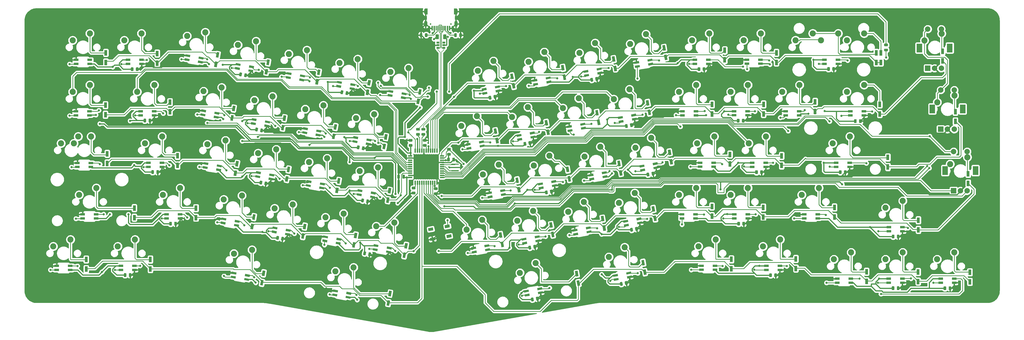
<source format=gbl>
G04 #@! TF.GenerationSoftware,KiCad,Pcbnew,(5.99.0-1351-gc977addfa)*
G04 #@! TF.CreationDate,2020-07-04T18:22:24-07:00*
G04 #@! TF.ProjectId,trifecta,74726966-6563-4746-912e-6b696361645f,rev?*
G04 #@! TF.SameCoordinates,Original*
G04 #@! TF.FileFunction,Copper,L2,Bot*
G04 #@! TF.FilePolarity,Positive*
%FSLAX46Y46*%
G04 Gerber Fmt 4.6, Leading zero omitted, Abs format (unit mm)*
G04 Created by KiCad (PCBNEW (5.99.0-1351-gc977addfa)) date 2020-07-04 18:22:24*
%MOMM*%
%LPD*%
G01*
G04 APERTURE LIST*
G04 #@! TA.AperFunction,ComponentPad*
%ADD10R,2.000000X2.000000*%
G04 #@! TD*
G04 #@! TA.AperFunction,ComponentPad*
%ADD11C,2.000000*%
G04 #@! TD*
G04 #@! TA.AperFunction,WasherPad*
%ADD12R,2.000000X3.200000*%
G04 #@! TD*
G04 #@! TA.AperFunction,SMDPad,CuDef*
%ADD13R,1.500000X0.500000*%
G04 #@! TD*
G04 #@! TA.AperFunction,SMDPad,CuDef*
%ADD14R,0.500000X1.500000*%
G04 #@! TD*
G04 #@! TA.AperFunction,ComponentPad*
%ADD15C,2.250000*%
G04 #@! TD*
G04 #@! TA.AperFunction,Conductor*
%ADD16R,1.000000X2.000000*%
G04 #@! TD*
G04 #@! TA.AperFunction,SMDPad,CuDef*
%ADD17R,1.800000X0.820000*%
G04 #@! TD*
G04 #@! TA.AperFunction,SMDPad,CuDef*
%ADD18R,0.700000X2.300000*%
G04 #@! TD*
G04 #@! TA.AperFunction,ComponentPad*
%ADD19O,1.200000X2.300000*%
G04 #@! TD*
G04 #@! TA.AperFunction,WasherPad*
%ADD20C,0.600000*%
G04 #@! TD*
G04 #@! TA.AperFunction,SMDPad,CuDef*
%ADD21R,0.550000X1.700000*%
G04 #@! TD*
G04 #@! TA.AperFunction,SMDPad,CuDef*
%ADD22R,0.300000X1.700000*%
G04 #@! TD*
G04 #@! TA.AperFunction,SMDPad,CuDef*
%ADD23R,1.060000X0.650000*%
G04 #@! TD*
G04 #@! TA.AperFunction,ViaPad*
%ADD24C,0.800000*%
G04 #@! TD*
G04 #@! TA.AperFunction,Conductor*
%ADD25C,0.381000*%
G04 #@! TD*
G04 #@! TA.AperFunction,Conductor*
%ADD26C,0.250000*%
G04 #@! TD*
G04 #@! TA.AperFunction,Conductor*
%ADD27C,0.200000*%
G04 #@! TD*
G04 #@! TA.AperFunction,Conductor*
%ADD28C,0.254000*%
G04 #@! TD*
G04 APERTURE END LIST*
D10*
X321371290Y-17221250D03*
D11*
X323871290Y-17221250D03*
X326371290Y-17221250D03*
D12*
X318271290Y-9721250D03*
X329471290Y-9721250D03*
D11*
X321371290Y-2721250D03*
X326371290Y-2721250D03*
D10*
X326146490Y-39761210D03*
D11*
X328646490Y-39761210D03*
X331146490Y-39761210D03*
D12*
X323046490Y-32261210D03*
X334246490Y-32261210D03*
D11*
X326146490Y-25261210D03*
X331146490Y-25261210D03*
D10*
X330896200Y-62536200D03*
D11*
X333396200Y-62536200D03*
X335896200Y-62536200D03*
D12*
X327796200Y-55036200D03*
X338996200Y-55036200D03*
D11*
X330896200Y-48036200D03*
X335896200Y-48036200D03*
D13*
X130318200Y-49613600D03*
X130318200Y-50413600D03*
X130318200Y-51213600D03*
X130318200Y-52013600D03*
X130318200Y-52813600D03*
X130318200Y-53613600D03*
X130318200Y-54413600D03*
X130318200Y-55213600D03*
X130318200Y-56013600D03*
X130318200Y-56813600D03*
X130318200Y-57613600D03*
D14*
X132218200Y-59513600D03*
X133018200Y-59513600D03*
X133818200Y-59513600D03*
X134618200Y-59513600D03*
X135418200Y-59513600D03*
X136218200Y-59513600D03*
X137018200Y-59513600D03*
X137818200Y-59513600D03*
X138618200Y-59513600D03*
X139418200Y-59513600D03*
X140218200Y-59513600D03*
D13*
X142118200Y-57613600D03*
X142118200Y-56813600D03*
X142118200Y-56013600D03*
X142118200Y-55213600D03*
X142118200Y-54413600D03*
X142118200Y-53613600D03*
X142118200Y-52813600D03*
X142118200Y-52013600D03*
X142118200Y-51213600D03*
X142118200Y-50413600D03*
X142118200Y-49613600D03*
D14*
X140218200Y-47713600D03*
X139418200Y-47713600D03*
X138618200Y-47713600D03*
X137818200Y-47713600D03*
X137018200Y-47713600D03*
X136218200Y-47713600D03*
X135418200Y-47713600D03*
X134618200Y-47713600D03*
X133818200Y-47713600D03*
X133018200Y-47713600D03*
X132218200Y-47713600D03*
D15*
X7796250Y-42451250D03*
X1446250Y-44991250D03*
X297846250Y-23404746D03*
X291496250Y-25944746D03*
X297881920Y-4327640D03*
X291531920Y-6867640D03*
X288321250Y-4354746D03*
X281971250Y-6894746D03*
X278923360Y-4337800D03*
X272573360Y-6877800D03*
D16*
X336906480Y-92651520D03*
X336906480Y-96201520D03*
X317813300Y-92539760D03*
X317813300Y-96089760D03*
X298778540Y-92455940D03*
X298778540Y-96005940D03*
X272677500Y-87706140D03*
X272677500Y-91256140D03*
X248882780Y-87840760D03*
X248882780Y-91390760D03*
G04 #@! TA.AperFunction,Conductor*
G36*
X216972446Y-90007770D02*
G01*
X215987638Y-90181418D01*
X215640342Y-88211802D01*
X216625150Y-88038154D01*
X216972446Y-90007770D01*
G37*
G04 #@! TD.AperFunction*
G04 #@! TA.AperFunction,Conductor*
G36*
X217588898Y-93503838D02*
G01*
X216604090Y-93677486D01*
X216256794Y-91707870D01*
X217241602Y-91534222D01*
X217588898Y-93503838D01*
G37*
G04 #@! TD.AperFunction*
G04 #@! TA.AperFunction,Conductor*
G36*
X192458906Y-94053990D02*
G01*
X191474098Y-94227638D01*
X191126802Y-92258022D01*
X192111610Y-92084374D01*
X192458906Y-94053990D01*
G37*
G04 #@! TD.AperFunction*
G04 #@! TA.AperFunction,Conductor*
G36*
X193075358Y-97550058D02*
G01*
X192090550Y-97723706D01*
X191743254Y-95754090D01*
X192728062Y-95580442D01*
X193075358Y-97550058D01*
G37*
G04 #@! TD.AperFunction*
G04 #@! TA.AperFunction,Conductor*
G36*
X123190482Y-101591098D02*
G01*
X122205674Y-101417450D01*
X122552970Y-99447834D01*
X123537778Y-99621482D01*
X123190482Y-101591098D01*
G37*
G04 #@! TD.AperFunction*
G04 #@! TA.AperFunction,Conductor*
G36*
X122574030Y-105087166D02*
G01*
X121589222Y-104913518D01*
X121936518Y-102943902D01*
X122921326Y-103117550D01*
X122574030Y-105087166D01*
G37*
G04 #@! TD.AperFunction*
G04 #@! TA.AperFunction,Conductor*
G36*
X76517982Y-94098098D02*
G01*
X75533174Y-93924450D01*
X75880470Y-91954834D01*
X76865278Y-92128482D01*
X76517982Y-94098098D01*
G37*
G04 #@! TD.AperFunction*
G04 #@! TA.AperFunction,Conductor*
G36*
X75901530Y-97594166D02*
G01*
X74916722Y-97420518D01*
X75264018Y-95450902D01*
X76248826Y-95624550D01*
X75901530Y-97594166D01*
G37*
G04 #@! TD.AperFunction*
X34425500Y-87919500D03*
X34425500Y-91469500D03*
X10740000Y-87906800D03*
X10740000Y-91456800D03*
X336258690Y-56247050D03*
X336258690Y-59797050D03*
X317899660Y-73416100D03*
X317899660Y-76966100D03*
X286939600Y-68671380D03*
X286939600Y-72221380D03*
X260665840Y-68689160D03*
X260665840Y-72239160D03*
X241709820Y-68313240D03*
X241709820Y-71863240D03*
G04 #@! TA.AperFunction,Conductor*
G36*
X220736726Y-70124650D02*
G01*
X219751918Y-70298298D01*
X219404622Y-68328682D01*
X220389430Y-68155034D01*
X220736726Y-70124650D01*
G37*
G04 #@! TD.AperFunction*
G04 #@! TA.AperFunction,Conductor*
G36*
X221353178Y-73620718D02*
G01*
X220368370Y-73794366D01*
X220021074Y-71824750D01*
X221005882Y-71651102D01*
X221353178Y-73620718D01*
G37*
G04 #@! TD.AperFunction*
G04 #@! TA.AperFunction,Conductor*
G36*
X202001686Y-73708590D02*
G01*
X201016878Y-73882238D01*
X200669582Y-71912622D01*
X201654390Y-71738974D01*
X202001686Y-73708590D01*
G37*
G04 #@! TD.AperFunction*
G04 #@! TA.AperFunction,Conductor*
G36*
X202618138Y-77204658D02*
G01*
X201633330Y-77378306D01*
X201286034Y-75408690D01*
X202270842Y-75235042D01*
X202618138Y-77204658D01*
G37*
G04 #@! TD.AperFunction*
G04 #@! TA.AperFunction,Conductor*
G36*
X182989786Y-76075870D02*
G01*
X182004978Y-76249518D01*
X181657682Y-74279902D01*
X182642490Y-74106254D01*
X182989786Y-76075870D01*
G37*
G04 #@! TD.AperFunction*
G04 #@! TA.AperFunction,Conductor*
G36*
X183606238Y-79571938D02*
G01*
X182621430Y-79745586D01*
X182274134Y-77775970D01*
X183258942Y-77602322D01*
X183606238Y-79571938D01*
G37*
G04 #@! TD.AperFunction*
G04 #@! TA.AperFunction,Conductor*
G36*
X164366506Y-79769030D02*
G01*
X163381698Y-79942678D01*
X163034402Y-77973062D01*
X164019210Y-77799414D01*
X164366506Y-79769030D01*
G37*
G04 #@! TD.AperFunction*
G04 #@! TA.AperFunction,Conductor*
G36*
X164982958Y-83265098D02*
G01*
X163998150Y-83438746D01*
X163650854Y-81469130D01*
X164635662Y-81295482D01*
X164982958Y-83265098D01*
G37*
G04 #@! TD.AperFunction*
G04 #@! TA.AperFunction,Conductor*
G36*
X129095982Y-83938098D02*
G01*
X128111174Y-83764450D01*
X128458470Y-81794834D01*
X129443278Y-81968482D01*
X129095982Y-83938098D01*
G37*
G04 #@! TD.AperFunction*
G04 #@! TA.AperFunction,Conductor*
G36*
X128479530Y-87434166D02*
G01*
X127494722Y-87260518D01*
X127842018Y-85290902D01*
X128826826Y-85464550D01*
X128479530Y-87434166D01*
G37*
G04 #@! TD.AperFunction*
G04 #@! TA.AperFunction,Conductor*
G36*
X110470162Y-80115398D02*
G01*
X109485354Y-79941750D01*
X109832650Y-77972134D01*
X110817458Y-78145782D01*
X110470162Y-80115398D01*
G37*
G04 #@! TD.AperFunction*
G04 #@! TA.AperFunction,Conductor*
G36*
X109853710Y-83611466D02*
G01*
X108868902Y-83437818D01*
X109216198Y-81468202D01*
X110201006Y-81641850D01*
X109853710Y-83611466D01*
G37*
G04 #@! TD.AperFunction*
G04 #@! TA.AperFunction,Conductor*
G36*
X91686862Y-76805778D02*
G01*
X90702054Y-76632130D01*
X91049350Y-74662514D01*
X92034158Y-74836162D01*
X91686862Y-76805778D01*
G37*
G04 #@! TD.AperFunction*
G04 #@! TA.AperFunction,Conductor*
G36*
X91070410Y-80301846D02*
G01*
X90085602Y-80128198D01*
X90432898Y-78158582D01*
X91417706Y-78332230D01*
X91070410Y-80301846D01*
G37*
G04 #@! TD.AperFunction*
G04 #@! TA.AperFunction,Conductor*
G36*
X72939122Y-73303118D02*
G01*
X71954314Y-73129470D01*
X72301610Y-71159854D01*
X73286418Y-71333502D01*
X72939122Y-73303118D01*
G37*
G04 #@! TD.AperFunction*
G04 #@! TA.AperFunction,Conductor*
G36*
X72322670Y-76799186D02*
G01*
X71337862Y-76625538D01*
X71685158Y-74655922D01*
X72669966Y-74829570D01*
X72322670Y-76799186D01*
G37*
G04 #@! TD.AperFunction*
X51253000Y-68933000D03*
X51253000Y-72483000D03*
X28520000Y-68916546D03*
X28520000Y-72466546D03*
X331567400Y-33296800D03*
X331567400Y-36846800D03*
X306634760Y-50164940D03*
X306634760Y-53714940D03*
X267429860Y-49598520D03*
X267429860Y-53148520D03*
X248372240Y-49087980D03*
X248372240Y-52637980D03*
G04 #@! TA.AperFunction,Conductor*
G36*
X226731126Y-49195050D02*
G01*
X225746318Y-49368698D01*
X225399022Y-47399082D01*
X226383830Y-47225434D01*
X226731126Y-49195050D01*
G37*
G04 #@! TD.AperFunction*
G04 #@! TA.AperFunction,Conductor*
G36*
X227347578Y-52691118D02*
G01*
X226362770Y-52864766D01*
X226015474Y-50895150D01*
X227000282Y-50721502D01*
X227347578Y-52691118D01*
G37*
G04 #@! TD.AperFunction*
G04 #@! TA.AperFunction,Conductor*
G36*
X208084986Y-53322550D02*
G01*
X207100178Y-53496198D01*
X206752882Y-51526582D01*
X207737690Y-51352934D01*
X208084986Y-53322550D01*
G37*
G04 #@! TD.AperFunction*
G04 #@! TA.AperFunction,Conductor*
G36*
X208701438Y-56818618D02*
G01*
X207716630Y-56992266D01*
X207369334Y-55022650D01*
X208354142Y-54849002D01*
X208701438Y-56818618D01*
G37*
G04 #@! TD.AperFunction*
G04 #@! TA.AperFunction,Conductor*
G36*
X189080706Y-55506950D02*
G01*
X188095898Y-55680598D01*
X187748602Y-53710982D01*
X188733410Y-53537334D01*
X189080706Y-55506950D01*
G37*
G04 #@! TD.AperFunction*
G04 #@! TA.AperFunction,Conductor*
G36*
X189697158Y-59003018D02*
G01*
X188712350Y-59176666D01*
X188365054Y-57207050D01*
X189349862Y-57033402D01*
X189697158Y-59003018D01*
G37*
G04 #@! TD.AperFunction*
G04 #@! TA.AperFunction,Conductor*
G36*
X170485366Y-59527770D02*
G01*
X169500558Y-59701418D01*
X169153262Y-57731802D01*
X170138070Y-57558154D01*
X170485366Y-59527770D01*
G37*
G04 #@! TD.AperFunction*
G04 #@! TA.AperFunction,Conductor*
G36*
X171101818Y-63023838D02*
G01*
X170117010Y-63197486D01*
X169769714Y-61227870D01*
X170754522Y-61054222D01*
X171101818Y-63023838D01*
G37*
G04 #@! TD.AperFunction*
G04 #@! TA.AperFunction,Conductor*
G36*
X122999982Y-63554598D02*
G01*
X122015174Y-63380950D01*
X122362470Y-61411334D01*
X123347278Y-61584982D01*
X122999982Y-63554598D01*
G37*
G04 #@! TD.AperFunction*
G04 #@! TA.AperFunction,Conductor*
G36*
X122383530Y-67050666D02*
G01*
X121398722Y-66877018D01*
X121746018Y-64907402D01*
X122730826Y-65081050D01*
X122383530Y-67050666D01*
G37*
G04 #@! TD.AperFunction*
G04 #@! TA.AperFunction,Conductor*
G36*
X104267482Y-59935098D02*
G01*
X103282674Y-59761450D01*
X103629970Y-57791834D01*
X104614778Y-57965482D01*
X104267482Y-59935098D01*
G37*
G04 #@! TD.AperFunction*
G04 #@! TA.AperFunction,Conductor*
G36*
X103651030Y-63431166D02*
G01*
X102666222Y-63257518D01*
X103013518Y-61287902D01*
X103998326Y-61461550D01*
X103651030Y-63431166D01*
G37*
G04 #@! TD.AperFunction*
G04 #@! TA.AperFunction,Conductor*
G36*
X85728022Y-55711078D02*
G01*
X84743214Y-55537430D01*
X85090510Y-53567814D01*
X86075318Y-53741462D01*
X85728022Y-55711078D01*
G37*
G04 #@! TD.AperFunction*
G04 #@! TA.AperFunction,Conductor*
G36*
X85111570Y-59207146D02*
G01*
X84126762Y-59033498D01*
X84474058Y-57063882D01*
X85458866Y-57237530D01*
X85111570Y-59207146D01*
G37*
G04 #@! TD.AperFunction*
G04 #@! TA.AperFunction,Conductor*
G36*
X66738982Y-53585098D02*
G01*
X65754174Y-53411450D01*
X66101470Y-51441834D01*
X67086278Y-51615482D01*
X66738982Y-53585098D01*
G37*
G04 #@! TD.AperFunction*
G04 #@! TA.AperFunction,Conductor*
G36*
X66122530Y-57081166D02*
G01*
X65137722Y-56907518D01*
X65485018Y-54937902D01*
X66469826Y-55111550D01*
X66122530Y-57081166D01*
G37*
G04 #@! TD.AperFunction*
X44461040Y-49593440D03*
X44461040Y-53143440D03*
X18502240Y-48854300D03*
X18502240Y-52404300D03*
X326843000Y-10939720D03*
X326843000Y-14489720D03*
X303637560Y-30563760D03*
X303637560Y-34113760D03*
X279789500Y-29621420D03*
X279789500Y-33171420D03*
X260762360Y-30556140D03*
X260762360Y-34106140D03*
X241730140Y-30553600D03*
X241730140Y-34103600D03*
G04 #@! TA.AperFunction,Conductor*
G36*
X218636146Y-30917210D02*
G01*
X217651338Y-31090858D01*
X217304042Y-29121242D01*
X218288850Y-28947594D01*
X218636146Y-30917210D01*
G37*
G04 #@! TD.AperFunction*
G04 #@! TA.AperFunction,Conductor*
G36*
X219252598Y-34413278D02*
G01*
X218267790Y-34586926D01*
X217920494Y-32617310D01*
X218905302Y-32443662D01*
X219252598Y-34413278D01*
G37*
G04 #@! TD.AperFunction*
G04 #@! TA.AperFunction,Conductor*
G36*
X199939206Y-34597670D02*
G01*
X198954398Y-34771318D01*
X198607102Y-32801702D01*
X199591910Y-32628054D01*
X199939206Y-34597670D01*
G37*
G04 #@! TD.AperFunction*
G04 #@! TA.AperFunction,Conductor*
G36*
X200555658Y-38093738D02*
G01*
X199570850Y-38267386D01*
X199223554Y-36297770D01*
X200208362Y-36124122D01*
X200555658Y-38093738D01*
G37*
G04 #@! TD.AperFunction*
G04 #@! TA.AperFunction,Conductor*
G36*
X181249886Y-38298450D02*
G01*
X180265078Y-38472098D01*
X179917782Y-36502482D01*
X180902590Y-36328834D01*
X181249886Y-38298450D01*
G37*
G04 #@! TD.AperFunction*
G04 #@! TA.AperFunction,Conductor*
G36*
X181866338Y-41794518D02*
G01*
X180881530Y-41968166D01*
X180534234Y-39998550D01*
X181519042Y-39824902D01*
X181866338Y-41794518D01*
G37*
G04 #@! TD.AperFunction*
G04 #@! TA.AperFunction,Conductor*
G36*
X162458966Y-41374390D02*
G01*
X161474158Y-41548038D01*
X161126862Y-39578422D01*
X162111670Y-39404774D01*
X162458966Y-41374390D01*
G37*
G04 #@! TD.AperFunction*
G04 #@! TA.AperFunction,Conductor*
G36*
X163075418Y-44870458D02*
G01*
X162090610Y-45044106D01*
X161743314Y-43074490D01*
X162728122Y-42900842D01*
X163075418Y-44870458D01*
G37*
G04 #@! TD.AperFunction*
G04 #@! TA.AperFunction,Conductor*
G36*
X121666482Y-43679098D02*
G01*
X120681674Y-43505450D01*
X121028970Y-41535834D01*
X122013778Y-41709482D01*
X121666482Y-43679098D01*
G37*
G04 #@! TD.AperFunction*
G04 #@! TA.AperFunction,Conductor*
G36*
X121050030Y-47175166D02*
G01*
X120065222Y-47001518D01*
X120412518Y-45031902D01*
X121397326Y-45205550D01*
X121050030Y-47175166D01*
G37*
G04 #@! TD.AperFunction*
G04 #@! TA.AperFunction,Conductor*
G36*
X103012722Y-39985938D02*
G01*
X102027914Y-39812290D01*
X102375210Y-37842674D01*
X103360018Y-38016322D01*
X103012722Y-39985938D01*
G37*
G04 #@! TD.AperFunction*
G04 #@! TA.AperFunction,Conductor*
G36*
X102396270Y-43482006D02*
G01*
X101411462Y-43308358D01*
X101758758Y-41338742D01*
X102743566Y-41512390D01*
X102396270Y-43482006D01*
G37*
G04 #@! TD.AperFunction*
G04 #@! TA.AperFunction,Conductor*
G36*
X84221802Y-36734738D02*
G01*
X83236994Y-36561090D01*
X83584290Y-34591474D01*
X84569098Y-34765122D01*
X84221802Y-36734738D01*
G37*
G04 #@! TD.AperFunction*
G04 #@! TA.AperFunction,Conductor*
G36*
X83605350Y-40230806D02*
G01*
X82620542Y-40057158D01*
X82967838Y-38087542D01*
X83952646Y-38261190D01*
X83605350Y-40230806D01*
G37*
G04 #@! TD.AperFunction*
G04 #@! TA.AperFunction,Conductor*
G36*
X65512162Y-33155878D02*
G01*
X64527354Y-32982230D01*
X64874650Y-31012614D01*
X65859458Y-31186262D01*
X65512162Y-33155878D01*
G37*
G04 #@! TD.AperFunction*
G04 #@! TA.AperFunction,Conductor*
G36*
X64895710Y-36651946D02*
G01*
X63910902Y-36478298D01*
X64258198Y-34508682D01*
X65243006Y-34682330D01*
X64895710Y-36651946D01*
G37*
G04 #@! TD.AperFunction*
X41669580Y-29748420D03*
X41669580Y-33298420D03*
X17852000Y-30833000D03*
X17852000Y-34383000D03*
X304084600Y-11514220D03*
X304084600Y-15064220D03*
X302352320Y-11526460D03*
X302352320Y-15076460D03*
X265509620Y-11511220D03*
X265509620Y-15061220D03*
X246441840Y-10553640D03*
X246441840Y-14103640D03*
G04 #@! TA.AperFunction,Conductor*
G36*
X224714366Y-10569270D02*
G01*
X223729558Y-10742918D01*
X223382262Y-8773302D01*
X224367070Y-8599654D01*
X224714366Y-10569270D01*
G37*
G04 #@! TD.AperFunction*
G04 #@! TA.AperFunction,Conductor*
G36*
X225330818Y-14065338D02*
G01*
X224346010Y-14238986D01*
X223998714Y-12269370D01*
X224983522Y-12095722D01*
X225330818Y-14065338D01*
G37*
G04 #@! TD.AperFunction*
G04 #@! TA.AperFunction,Conductor*
G36*
X206086006Y-14706930D02*
G01*
X205101198Y-14880578D01*
X204753902Y-12910962D01*
X205738710Y-12737314D01*
X206086006Y-14706930D01*
G37*
G04 #@! TD.AperFunction*
G04 #@! TA.AperFunction,Conductor*
G36*
X206702458Y-18202998D02*
G01*
X205717650Y-18376646D01*
X205370354Y-16407030D01*
X206355162Y-16233382D01*
X206702458Y-18202998D01*
G37*
G04 #@! TD.AperFunction*
G04 #@! TA.AperFunction,Conductor*
G36*
X187320486Y-17914950D02*
G01*
X186335678Y-18088598D01*
X185988382Y-16118982D01*
X186973190Y-15945334D01*
X187320486Y-17914950D01*
G37*
G04 #@! TD.AperFunction*
G04 #@! TA.AperFunction,Conductor*
G36*
X187936938Y-21411018D02*
G01*
X186952130Y-21584666D01*
X186604834Y-19615050D01*
X187589642Y-19441402D01*
X187936938Y-21411018D01*
G37*
G04 #@! TD.AperFunction*
G04 #@! TA.AperFunction,Conductor*
G36*
X168557506Y-21115350D02*
G01*
X167572698Y-21288998D01*
X167225402Y-19319382D01*
X168210210Y-19145734D01*
X168557506Y-21115350D01*
G37*
G04 #@! TD.AperFunction*
G04 #@! TA.AperFunction,Conductor*
G36*
X169173958Y-24611418D02*
G01*
X168189150Y-24785066D01*
X167841854Y-22815450D01*
X168826662Y-22641802D01*
X169173958Y-24611418D01*
G37*
G04 #@! TD.AperFunction*
G04 #@! TA.AperFunction,Conductor*
G36*
X134239482Y-27042098D02*
G01*
X133254674Y-26868450D01*
X133601970Y-24898834D01*
X134586778Y-25072482D01*
X134239482Y-27042098D01*
G37*
G04 #@! TD.AperFunction*
G04 #@! TA.AperFunction,Conductor*
G36*
X133623030Y-30538166D02*
G01*
X132638222Y-30364518D01*
X132985518Y-28394902D01*
X133970326Y-28568550D01*
X133623030Y-30538166D01*
G37*
G04 #@! TD.AperFunction*
G04 #@! TA.AperFunction,Conductor*
G36*
X115506982Y-23676598D02*
G01*
X114522174Y-23502950D01*
X114869470Y-21533334D01*
X115854278Y-21706982D01*
X115506982Y-23676598D01*
G37*
G04 #@! TD.AperFunction*
G04 #@! TA.AperFunction,Conductor*
G36*
X114890530Y-27172666D02*
G01*
X113905722Y-26999018D01*
X114253018Y-25029402D01*
X115237826Y-25203050D01*
X114890530Y-27172666D01*
G37*
G04 #@! TD.AperFunction*
G04 #@! TA.AperFunction,Conductor*
G36*
X96891322Y-19780238D02*
G01*
X95906514Y-19606590D01*
X96253810Y-17636974D01*
X97238618Y-17810622D01*
X96891322Y-19780238D01*
G37*
G04 #@! TD.AperFunction*
G04 #@! TA.AperFunction,Conductor*
G36*
X96274870Y-23276306D02*
G01*
X95290062Y-23102658D01*
X95637358Y-21133042D01*
X96622166Y-21306690D01*
X96274870Y-23276306D01*
G37*
G04 #@! TD.AperFunction*
G04 #@! TA.AperFunction,Conductor*
G36*
X78184222Y-16076918D02*
G01*
X77199414Y-15903270D01*
X77546710Y-13933654D01*
X78531518Y-14107302D01*
X78184222Y-16076918D01*
G37*
G04 #@! TD.AperFunction*
G04 #@! TA.AperFunction,Conductor*
G36*
X77567770Y-19572986D02*
G01*
X76582962Y-19399338D01*
X76930258Y-17429722D01*
X77915066Y-17603370D01*
X77567770Y-19572986D01*
G37*
G04 #@! TD.AperFunction*
G04 #@! TA.AperFunction,Conductor*
G36*
X59566022Y-13351498D02*
G01*
X58581214Y-13177850D01*
X58928510Y-11208234D01*
X59913318Y-11381882D01*
X59566022Y-13351498D01*
G37*
G04 #@! TD.AperFunction*
G04 #@! TA.AperFunction,Conductor*
G36*
X58949570Y-16847566D02*
G01*
X57964762Y-16673918D01*
X58312058Y-14704302D01*
X59296866Y-14877950D01*
X58949570Y-16847566D01*
G37*
G04 #@! TD.AperFunction*
X36940100Y-11765220D03*
X36940100Y-15315220D03*
X17994240Y-11521380D03*
X17994240Y-15071380D03*
D15*
X335987000Y-50108600D03*
X329637000Y-52648600D03*
X331211800Y-27248600D03*
X324861800Y-29788600D03*
X326487400Y-4388600D03*
X320137400Y-6928600D03*
G04 #@! TA.AperFunction,SMDPad,CuDef*
G36*
G01*
X286145000Y-17951250D02*
X286145000Y-17038750D01*
G75*
G02*
X286388750Y-16795000I243750J0D01*
G01*
X286876250Y-16795000D01*
G75*
G02*
X287120000Y-17038750I0J-243750D01*
G01*
X287120000Y-17951250D01*
G75*
G02*
X286876250Y-18195000I-243750J0D01*
G01*
X286388750Y-18195000D01*
G75*
G02*
X286145000Y-17951250I0J243750D01*
G01*
G37*
G04 #@! TD.AperFunction*
G04 #@! TA.AperFunction,SMDPad,CuDef*
G36*
G01*
X284270000Y-17951250D02*
X284270000Y-17038750D01*
G75*
G02*
X284513750Y-16795000I243750J0D01*
G01*
X285001250Y-16795000D01*
G75*
G02*
X285245000Y-17038750I0J-243750D01*
G01*
X285245000Y-17951250D01*
G75*
G02*
X285001250Y-18195000I-243750J0D01*
G01*
X284513750Y-18195000D01*
G75*
G02*
X284270000Y-17951250I0J243750D01*
G01*
G37*
G04 #@! TD.AperFunction*
G04 #@! TA.AperFunction,SMDPad,CuDef*
G36*
G01*
X306405210Y-9071940D02*
X305492710Y-9071940D01*
G75*
G02*
X305248960Y-8828190I0J243750D01*
G01*
X305248960Y-8340690D01*
G75*
G02*
X305492710Y-8096940I243750J0D01*
G01*
X306405210Y-8096940D01*
G75*
G02*
X306648960Y-8340690I0J-243750D01*
G01*
X306648960Y-8828190D01*
G75*
G02*
X306405210Y-9071940I-243750J0D01*
G01*
G37*
G04 #@! TD.AperFunction*
G04 #@! TA.AperFunction,SMDPad,CuDef*
G36*
G01*
X306405210Y-10946940D02*
X305492710Y-10946940D01*
G75*
G02*
X305248960Y-10703190I0J243750D01*
G01*
X305248960Y-10215690D01*
G75*
G02*
X305492710Y-9971940I243750J0D01*
G01*
X306405210Y-9971940D01*
G75*
G02*
X306648960Y-10215690I0J-243750D01*
G01*
X306648960Y-10703190D01*
G75*
G02*
X306405210Y-10946940I-243750J0D01*
G01*
G37*
G04 #@! TD.AperFunction*
G04 #@! TA.AperFunction,SMDPad,CuDef*
G36*
G01*
X148209400Y-55283040D02*
X145609400Y-55283040D01*
G75*
G02*
X145509400Y-55183040I0J100000D01*
G01*
X145509400Y-54983040D01*
G75*
G02*
X145609400Y-54883040I100000J0D01*
G01*
X148209400Y-54883040D01*
G75*
G02*
X148309400Y-54983040I0J-100000D01*
G01*
X148309400Y-55183040D01*
G75*
G02*
X148209400Y-55283040I-100000J0D01*
G01*
G37*
G04 #@! TD.AperFunction*
G04 #@! TA.AperFunction,SMDPad,CuDef*
G36*
G01*
X148209400Y-54083040D02*
X145609400Y-54083040D01*
G75*
G02*
X145509400Y-53983040I0J100000D01*
G01*
X145509400Y-53783040D01*
G75*
G02*
X145609400Y-53683040I100000J0D01*
G01*
X148209400Y-53683040D01*
G75*
G02*
X148309400Y-53783040I0J-100000D01*
G01*
X148309400Y-53983040D01*
G75*
G02*
X148209400Y-54083040I-100000J0D01*
G01*
G37*
G04 #@! TD.AperFunction*
G04 #@! TA.AperFunction,SMDPad,CuDef*
G36*
G01*
X148209400Y-52883040D02*
X145609400Y-52883040D01*
G75*
G02*
X145509400Y-52783040I0J100000D01*
G01*
X145509400Y-52583040D01*
G75*
G02*
X145609400Y-52483040I100000J0D01*
G01*
X148209400Y-52483040D01*
G75*
G02*
X148309400Y-52583040I0J-100000D01*
G01*
X148309400Y-52783040D01*
G75*
G02*
X148209400Y-52883040I-100000J0D01*
G01*
G37*
G04 #@! TD.AperFunction*
X292607500Y-42454746D03*
X286257500Y-44994746D03*
G04 #@! TA.AperFunction,SMDPad,CuDef*
G36*
X145455893Y-78611397D02*
G01*
X145646906Y-79694686D01*
X143874253Y-80007253D01*
X143683240Y-78923964D01*
X145455893Y-78611397D01*
G37*
G04 #@! TD.AperFunction*
G04 #@! TA.AperFunction,SMDPad,CuDef*
G36*
X138707587Y-76044227D02*
G01*
X138898600Y-77127516D01*
X137125947Y-77440083D01*
X136934934Y-76356794D01*
X138707587Y-76044227D01*
G37*
G04 #@! TD.AperFunction*
G04 #@! TA.AperFunction,SMDPad,CuDef*
G36*
X144813395Y-74967608D02*
G01*
X145004408Y-76050897D01*
X143231755Y-76363464D01*
X143040742Y-75280175D01*
X144813395Y-74967608D01*
G37*
G04 #@! TD.AperFunction*
G04 #@! TA.AperFunction,SMDPad,CuDef*
G36*
X139350085Y-79688016D02*
G01*
X139541098Y-80771305D01*
X137768445Y-81083872D01*
X137577432Y-80000583D01*
X139350085Y-79688016D01*
G37*
G04 #@! TD.AperFunction*
D17*
X326148940Y-95040500D03*
X326148940Y-96540500D03*
X331148940Y-96540500D03*
X331148940Y-95040500D03*
X306977020Y-95022720D03*
X306977020Y-96522720D03*
X311977020Y-96522720D03*
X311977020Y-95022720D03*
X292937180Y-96545580D03*
X292937180Y-95045580D03*
X287937180Y-95045580D03*
X287937180Y-96545580D03*
X261792960Y-90270380D03*
X261792960Y-91770380D03*
X266792960Y-91770380D03*
X266792960Y-90270380D03*
X242856000Y-91752600D03*
X242856000Y-90252600D03*
X237856000Y-90252600D03*
X237856000Y-91752600D03*
G04 #@! TA.AperFunction,SMDPad,CuDef*
G36*
X206907615Y-93254640D02*
G01*
X207050007Y-94062183D01*
X205277353Y-94374750D01*
X205134961Y-93567207D01*
X206907615Y-93254640D01*
G37*
G04 #@! TD.AperFunction*
G04 #@! TA.AperFunction,SMDPad,CuDef*
G36*
X207168088Y-94731851D02*
G01*
X207310480Y-95539394D01*
X205537826Y-95851961D01*
X205395434Y-95044418D01*
X207168088Y-94731851D01*
G37*
G04 #@! TD.AperFunction*
G04 #@! TA.AperFunction,SMDPad,CuDef*
G36*
X212092127Y-93863610D02*
G01*
X212234519Y-94671153D01*
X210461865Y-94983720D01*
X210319473Y-94176177D01*
X212092127Y-93863610D01*
G37*
G04 #@! TD.AperFunction*
G04 #@! TA.AperFunction,SMDPad,CuDef*
G36*
X211831654Y-92386399D02*
G01*
X211974046Y-93193942D01*
X210201392Y-93506509D01*
X210059000Y-92698966D01*
X211831654Y-92386399D01*
G37*
G04 #@! TD.AperFunction*
G04 #@! TA.AperFunction,SMDPad,CuDef*
G36*
X174047635Y-99043300D02*
G01*
X174190027Y-99850843D01*
X172417373Y-100163410D01*
X172274981Y-99355867D01*
X174047635Y-99043300D01*
G37*
G04 #@! TD.AperFunction*
G04 #@! TA.AperFunction,SMDPad,CuDef*
G36*
X174308108Y-100520511D02*
G01*
X174450500Y-101328054D01*
X172677846Y-101640621D01*
X172535454Y-100833078D01*
X174308108Y-100520511D01*
G37*
G04 #@! TD.AperFunction*
G04 #@! TA.AperFunction,SMDPad,CuDef*
G36*
X179232147Y-99652270D02*
G01*
X179374539Y-100459813D01*
X177601885Y-100772380D01*
X177459493Y-99964837D01*
X179232147Y-99652270D01*
G37*
G04 #@! TD.AperFunction*
G04 #@! TA.AperFunction,SMDPad,CuDef*
G36*
X178971674Y-98175059D02*
G01*
X179114066Y-98982602D01*
X177341412Y-99295169D01*
X177199020Y-98487626D01*
X178971674Y-98175059D01*
G37*
G04 #@! TD.AperFunction*
G04 #@! TA.AperFunction,SMDPad,CuDef*
G36*
X106475260Y-102163714D02*
G01*
X106617652Y-101356171D01*
X108390306Y-101668738D01*
X108247914Y-102476281D01*
X106475260Y-102163714D01*
G37*
G04 #@! TD.AperFunction*
G04 #@! TA.AperFunction,SMDPad,CuDef*
G36*
X106735733Y-100686503D02*
G01*
X106878125Y-99878960D01*
X108650779Y-100191527D01*
X108508387Y-100999070D01*
X106735733Y-100686503D01*
G37*
G04 #@! TD.AperFunction*
G04 #@! TA.AperFunction,SMDPad,CuDef*
G36*
X101811694Y-99818262D02*
G01*
X101954086Y-99010719D01*
X103726740Y-99323286D01*
X103584348Y-100130829D01*
X101811694Y-99818262D01*
G37*
G04 #@! TD.AperFunction*
G04 #@! TA.AperFunction,SMDPad,CuDef*
G36*
X101551221Y-101295473D02*
G01*
X101693613Y-100487930D01*
X103466267Y-100800497D01*
X103323875Y-101608040D01*
X101551221Y-101295473D01*
G37*
G04 #@! TD.AperFunction*
G04 #@! TA.AperFunction,SMDPad,CuDef*
G36*
X64086221Y-94691473D02*
G01*
X64228613Y-93883930D01*
X66001267Y-94196497D01*
X65858875Y-95004040D01*
X64086221Y-94691473D01*
G37*
G04 #@! TD.AperFunction*
G04 #@! TA.AperFunction,SMDPad,CuDef*
G36*
X64346694Y-93214262D02*
G01*
X64489086Y-92406719D01*
X66261740Y-92719286D01*
X66119348Y-93526829D01*
X64346694Y-93214262D01*
G37*
G04 #@! TD.AperFunction*
G04 #@! TA.AperFunction,SMDPad,CuDef*
G36*
X69270733Y-94082503D02*
G01*
X69413125Y-93274960D01*
X71185779Y-93587527D01*
X71043387Y-94395070D01*
X69270733Y-94082503D01*
G37*
G04 #@! TD.AperFunction*
G04 #@! TA.AperFunction,SMDPad,CuDef*
G36*
X69010260Y-95559714D02*
G01*
X69152652Y-94752171D01*
X70925306Y-95064738D01*
X70782914Y-95872281D01*
X69010260Y-95559714D01*
G37*
G04 #@! TD.AperFunction*
X23543500Y-90278000D03*
X23543500Y-91778000D03*
X28543500Y-91778000D03*
X28543500Y-90278000D03*
X4858000Y-91778000D03*
X4858000Y-90278000D03*
X-142000Y-90278000D03*
X-142000Y-91778000D03*
X306997340Y-75995580D03*
X306997340Y-77495580D03*
X311997340Y-77495580D03*
X311997340Y-75995580D03*
X280762960Y-72748320D03*
X280762960Y-71248320D03*
X275762960Y-71248320D03*
X275762960Y-72748320D03*
X249981960Y-71212760D03*
X249981960Y-72712760D03*
X254981960Y-72712760D03*
X254981960Y-71212760D03*
X235632240Y-72717840D03*
X235632240Y-71217840D03*
X230632240Y-71217840D03*
X230632240Y-72717840D03*
G04 #@! TA.AperFunction,SMDPad,CuDef*
G36*
X210659195Y-73234360D02*
G01*
X210801587Y-74041903D01*
X209028933Y-74354470D01*
X208886541Y-73546927D01*
X210659195Y-73234360D01*
G37*
G04 #@! TD.AperFunction*
G04 #@! TA.AperFunction,SMDPad,CuDef*
G36*
X210919668Y-74711571D02*
G01*
X211062060Y-75519114D01*
X209289406Y-75831681D01*
X209147014Y-75024138D01*
X210919668Y-74711571D01*
G37*
G04 #@! TD.AperFunction*
G04 #@! TA.AperFunction,SMDPad,CuDef*
G36*
X215843707Y-73843330D02*
G01*
X215986099Y-74650873D01*
X214213445Y-74963440D01*
X214071053Y-74155897D01*
X215843707Y-73843330D01*
G37*
G04 #@! TD.AperFunction*
G04 #@! TA.AperFunction,SMDPad,CuDef*
G36*
X215583234Y-72366119D02*
G01*
X215725626Y-73173662D01*
X213952972Y-73486229D01*
X213810580Y-72678686D01*
X215583234Y-72366119D01*
G37*
G04 #@! TD.AperFunction*
G04 #@! TA.AperFunction,SMDPad,CuDef*
G36*
X195539365Y-78270520D02*
G01*
X195396973Y-77462977D01*
X197169627Y-77150410D01*
X197312019Y-77957953D01*
X195539365Y-78270520D01*
G37*
G04 #@! TD.AperFunction*
G04 #@! TA.AperFunction,SMDPad,CuDef*
G36*
X195278892Y-76793309D02*
G01*
X195136500Y-75985766D01*
X196909154Y-75673199D01*
X197051546Y-76480742D01*
X195278892Y-76793309D01*
G37*
G04 #@! TD.AperFunction*
G04 #@! TA.AperFunction,SMDPad,CuDef*
G36*
X190354853Y-77661550D02*
G01*
X190212461Y-76854007D01*
X191985115Y-76541440D01*
X192127507Y-77348983D01*
X190354853Y-77661550D01*
G37*
G04 #@! TD.AperFunction*
G04 #@! TA.AperFunction,SMDPad,CuDef*
G36*
X190615326Y-79138761D02*
G01*
X190472934Y-78331218D01*
X192245588Y-78018651D01*
X192387980Y-78826194D01*
X190615326Y-79138761D01*
G37*
G04 #@! TD.AperFunction*
G04 #@! TA.AperFunction,SMDPad,CuDef*
G36*
X173123075Y-79848520D02*
G01*
X173265467Y-80656063D01*
X171492813Y-80968630D01*
X171350421Y-80161087D01*
X173123075Y-79848520D01*
G37*
G04 #@! TD.AperFunction*
G04 #@! TA.AperFunction,SMDPad,CuDef*
G36*
X173383548Y-81325731D02*
G01*
X173525940Y-82133274D01*
X171753286Y-82445841D01*
X171610894Y-81638298D01*
X173383548Y-81325731D01*
G37*
G04 #@! TD.AperFunction*
G04 #@! TA.AperFunction,SMDPad,CuDef*
G36*
X178307587Y-80457490D02*
G01*
X178449979Y-81265033D01*
X176677325Y-81577600D01*
X176534933Y-80770057D01*
X178307587Y-80457490D01*
G37*
G04 #@! TD.AperFunction*
G04 #@! TA.AperFunction,SMDPad,CuDef*
G36*
X178047114Y-78980279D02*
G01*
X178189506Y-79787822D01*
X176416852Y-80100389D01*
X176274460Y-79292846D01*
X178047114Y-78980279D01*
G37*
G04 #@! TD.AperFunction*
G04 #@! TA.AperFunction,SMDPad,CuDef*
G36*
X158079445Y-84877060D02*
G01*
X157937053Y-84069517D01*
X159709707Y-83756950D01*
X159852099Y-84564493D01*
X158079445Y-84877060D01*
G37*
G04 #@! TD.AperFunction*
G04 #@! TA.AperFunction,SMDPad,CuDef*
G36*
X157818972Y-83399849D02*
G01*
X157676580Y-82592306D01*
X159449234Y-82279739D01*
X159591626Y-83087282D01*
X157818972Y-83399849D01*
G37*
G04 #@! TD.AperFunction*
G04 #@! TA.AperFunction,SMDPad,CuDef*
G36*
X152894933Y-84268090D02*
G01*
X152752541Y-83460547D01*
X154525195Y-83147980D01*
X154667587Y-83955523D01*
X152894933Y-84268090D01*
G37*
G04 #@! TD.AperFunction*
G04 #@! TA.AperFunction,SMDPad,CuDef*
G36*
X153155406Y-85745301D02*
G01*
X153013014Y-84937758D01*
X154785668Y-84625191D01*
X154928060Y-85432734D01*
X153155406Y-85745301D01*
G37*
G04 #@! TD.AperFunction*
G04 #@! TA.AperFunction,SMDPad,CuDef*
G36*
X118649240Y-82559286D02*
G01*
X118506848Y-83366829D01*
X116734194Y-83054262D01*
X116876586Y-82246719D01*
X118649240Y-82559286D01*
G37*
G04 #@! TD.AperFunction*
G04 #@! TA.AperFunction,SMDPad,CuDef*
G36*
X118388767Y-84036497D02*
G01*
X118246375Y-84844040D01*
X116473721Y-84531473D01*
X116616113Y-83723930D01*
X118388767Y-84036497D01*
G37*
G04 #@! TD.AperFunction*
G04 #@! TA.AperFunction,SMDPad,CuDef*
G36*
X123312806Y-84904738D02*
G01*
X123170414Y-85712281D01*
X121397760Y-85399714D01*
X121540152Y-84592171D01*
X123312806Y-84904738D01*
G37*
G04 #@! TD.AperFunction*
G04 #@! TA.AperFunction,SMDPad,CuDef*
G36*
X123573279Y-83427527D02*
G01*
X123430887Y-84235070D01*
X121658233Y-83922503D01*
X121800625Y-83114960D01*
X123573279Y-83427527D01*
G37*
G04 #@! TD.AperFunction*
G04 #@! TA.AperFunction,SMDPad,CuDef*
G36*
X102792260Y-82161214D02*
G01*
X102934652Y-81353671D01*
X104707306Y-81666238D01*
X104564914Y-82473781D01*
X102792260Y-82161214D01*
G37*
G04 #@! TD.AperFunction*
G04 #@! TA.AperFunction,SMDPad,CuDef*
G36*
X103052733Y-80684003D02*
G01*
X103195125Y-79876460D01*
X104967779Y-80189027D01*
X104825387Y-80996570D01*
X103052733Y-80684003D01*
G37*
G04 #@! TD.AperFunction*
G04 #@! TA.AperFunction,SMDPad,CuDef*
G36*
X98128694Y-79815762D02*
G01*
X98271086Y-79008219D01*
X100043740Y-79320786D01*
X99901348Y-80128329D01*
X98128694Y-79815762D01*
G37*
G04 #@! TD.AperFunction*
G04 #@! TA.AperFunction,SMDPad,CuDef*
G36*
X97868221Y-81292973D02*
G01*
X98010613Y-80485430D01*
X99783267Y-80797997D01*
X99640875Y-81605540D01*
X97868221Y-81292973D01*
G37*
G04 #@! TD.AperFunction*
G04 #@! TA.AperFunction,SMDPad,CuDef*
G36*
X81374740Y-76018786D02*
G01*
X81232348Y-76826329D01*
X79459694Y-76513762D01*
X79602086Y-75706219D01*
X81374740Y-76018786D01*
G37*
G04 #@! TD.AperFunction*
G04 #@! TA.AperFunction,SMDPad,CuDef*
G36*
X81114267Y-77495997D02*
G01*
X80971875Y-78303540D01*
X79199221Y-77990973D01*
X79341613Y-77183430D01*
X81114267Y-77495997D01*
G37*
G04 #@! TD.AperFunction*
G04 #@! TA.AperFunction,SMDPad,CuDef*
G36*
X86038306Y-78364238D02*
G01*
X85895914Y-79171781D01*
X84123260Y-78859214D01*
X84265652Y-78051671D01*
X86038306Y-78364238D01*
G37*
G04 #@! TD.AperFunction*
G04 #@! TA.AperFunction,SMDPad,CuDef*
G36*
X86298779Y-76887027D02*
G01*
X86156387Y-77694570D01*
X84383733Y-77382003D01*
X84526125Y-76574460D01*
X86298779Y-76887027D01*
G37*
G04 #@! TD.AperFunction*
G04 #@! TA.AperFunction,SMDPad,CuDef*
G36*
X65263760Y-75557214D02*
G01*
X65406152Y-74749671D01*
X67178806Y-75062238D01*
X67036414Y-75869781D01*
X65263760Y-75557214D01*
G37*
G04 #@! TD.AperFunction*
G04 #@! TA.AperFunction,SMDPad,CuDef*
G36*
X65524233Y-74080003D02*
G01*
X65666625Y-73272460D01*
X67439279Y-73585027D01*
X67296887Y-74392570D01*
X65524233Y-74080003D01*
G37*
G04 #@! TD.AperFunction*
G04 #@! TA.AperFunction,SMDPad,CuDef*
G36*
X60600194Y-73211762D02*
G01*
X60742586Y-72404219D01*
X62515240Y-72716786D01*
X62372848Y-73524329D01*
X60600194Y-73211762D01*
G37*
G04 #@! TD.AperFunction*
G04 #@! TA.AperFunction,SMDPad,CuDef*
G36*
X60339721Y-74688973D02*
G01*
X60482113Y-73881430D01*
X62254767Y-74193997D01*
X62112375Y-75001540D01*
X60339721Y-74688973D01*
G37*
G04 #@! TD.AperFunction*
X40371000Y-71228000D03*
X40371000Y-72728000D03*
X45371000Y-72728000D03*
X45371000Y-71228000D03*
X14446500Y-72728000D03*
X14446500Y-71228000D03*
X9446500Y-71228000D03*
X9446500Y-72728000D03*
X287510460Y-52160220D03*
X287510460Y-53660220D03*
X292510460Y-53660220D03*
X292510460Y-52160220D03*
X256573260Y-52178000D03*
X256573260Y-53678000D03*
X261573260Y-53678000D03*
X261573260Y-52178000D03*
X242342920Y-53650060D03*
X242342920Y-52150060D03*
X237342920Y-52150060D03*
X237342920Y-53650060D03*
G04 #@! TA.AperFunction,SMDPad,CuDef*
G36*
X216678995Y-52822920D02*
G01*
X216821387Y-53630463D01*
X215048733Y-53943030D01*
X214906341Y-53135487D01*
X216678995Y-52822920D01*
G37*
G04 #@! TD.AperFunction*
G04 #@! TA.AperFunction,SMDPad,CuDef*
G36*
X216939468Y-54300131D02*
G01*
X217081860Y-55107674D01*
X215309206Y-55420241D01*
X215166814Y-54612698D01*
X216939468Y-54300131D01*
G37*
G04 #@! TD.AperFunction*
G04 #@! TA.AperFunction,SMDPad,CuDef*
G36*
X221863507Y-53431890D02*
G01*
X222005899Y-54239433D01*
X220233245Y-54552000D01*
X220090853Y-53744457D01*
X221863507Y-53431890D01*
G37*
G04 #@! TD.AperFunction*
G04 #@! TA.AperFunction,SMDPad,CuDef*
G36*
X221603034Y-51954679D02*
G01*
X221745426Y-52762222D01*
X219972772Y-53074789D01*
X219830380Y-52267246D01*
X221603034Y-51954679D01*
G37*
G04 #@! TD.AperFunction*
G04 #@! TA.AperFunction,SMDPad,CuDef*
G36*
X201452485Y-57884480D02*
G01*
X201310093Y-57076937D01*
X203082747Y-56764370D01*
X203225139Y-57571913D01*
X201452485Y-57884480D01*
G37*
G04 #@! TD.AperFunction*
G04 #@! TA.AperFunction,SMDPad,CuDef*
G36*
X201192012Y-56407269D02*
G01*
X201049620Y-55599726D01*
X202822274Y-55287159D01*
X202964666Y-56094702D01*
X201192012Y-56407269D01*
G37*
G04 #@! TD.AperFunction*
G04 #@! TA.AperFunction,SMDPad,CuDef*
G36*
X196267973Y-57275510D02*
G01*
X196125581Y-56467967D01*
X197898235Y-56155400D01*
X198040627Y-56962943D01*
X196267973Y-57275510D01*
G37*
G04 #@! TD.AperFunction*
G04 #@! TA.AperFunction,SMDPad,CuDef*
G36*
X196528446Y-58752721D02*
G01*
X196386054Y-57945178D01*
X198158708Y-57632611D01*
X198301100Y-58440154D01*
X196528446Y-58752721D01*
G37*
G04 #@! TD.AperFunction*
G04 #@! TA.AperFunction,SMDPad,CuDef*
G36*
X179219075Y-59437080D02*
G01*
X179361467Y-60244623D01*
X177588813Y-60557190D01*
X177446421Y-59749647D01*
X179219075Y-59437080D01*
G37*
G04 #@! TD.AperFunction*
G04 #@! TA.AperFunction,SMDPad,CuDef*
G36*
X179479548Y-60914291D02*
G01*
X179621940Y-61721834D01*
X177849286Y-62034401D01*
X177706894Y-61226858D01*
X179479548Y-60914291D01*
G37*
G04 #@! TD.AperFunction*
G04 #@! TA.AperFunction,SMDPad,CuDef*
G36*
X184403587Y-60046050D02*
G01*
X184545979Y-60853593D01*
X182773325Y-61166160D01*
X182630933Y-60358617D01*
X184403587Y-60046050D01*
G37*
G04 #@! TD.AperFunction*
G04 #@! TA.AperFunction,SMDPad,CuDef*
G36*
X184143114Y-58568839D02*
G01*
X184285506Y-59376382D01*
X182512852Y-59688949D01*
X182370460Y-58881406D01*
X184143114Y-58568839D01*
G37*
G04 #@! TD.AperFunction*
G04 #@! TA.AperFunction,SMDPad,CuDef*
G36*
X163939225Y-64478320D02*
G01*
X163796833Y-63670777D01*
X165569487Y-63358210D01*
X165711879Y-64165753D01*
X163939225Y-64478320D01*
G37*
G04 #@! TD.AperFunction*
G04 #@! TA.AperFunction,SMDPad,CuDef*
G36*
X163678752Y-63001109D02*
G01*
X163536360Y-62193566D01*
X165309014Y-61880999D01*
X165451406Y-62688542D01*
X163678752Y-63001109D01*
G37*
G04 #@! TD.AperFunction*
G04 #@! TA.AperFunction,SMDPad,CuDef*
G36*
X158754713Y-63869350D02*
G01*
X158612321Y-63061807D01*
X160384975Y-62749240D01*
X160527367Y-63556783D01*
X158754713Y-63869350D01*
G37*
G04 #@! TD.AperFunction*
G04 #@! TA.AperFunction,SMDPad,CuDef*
G36*
X159015186Y-65346561D02*
G01*
X158872794Y-64539018D01*
X160645448Y-64226451D01*
X160787840Y-65033994D01*
X159015186Y-65346561D01*
G37*
G04 #@! TD.AperFunction*
G04 #@! TA.AperFunction,SMDPad,CuDef*
G36*
X112743740Y-62239286D02*
G01*
X112601348Y-63046829D01*
X110828694Y-62734262D01*
X110971086Y-61926719D01*
X112743740Y-62239286D01*
G37*
G04 #@! TD.AperFunction*
G04 #@! TA.AperFunction,SMDPad,CuDef*
G36*
X112483267Y-63716497D02*
G01*
X112340875Y-64524040D01*
X110568221Y-64211473D01*
X110710613Y-63403930D01*
X112483267Y-63716497D01*
G37*
G04 #@! TD.AperFunction*
G04 #@! TA.AperFunction,SMDPad,CuDef*
G36*
X117407306Y-64584738D02*
G01*
X117264914Y-65392281D01*
X115492260Y-65079714D01*
X115634652Y-64272171D01*
X117407306Y-64584738D01*
G37*
G04 #@! TD.AperFunction*
G04 #@! TA.AperFunction,SMDPad,CuDef*
G36*
X117667779Y-63107527D02*
G01*
X117525387Y-63915070D01*
X115752733Y-63602503D01*
X115895125Y-62794960D01*
X117667779Y-63107527D01*
G37*
G04 #@! TD.AperFunction*
G04 #@! TA.AperFunction,SMDPad,CuDef*
G36*
X96696260Y-61714214D02*
G01*
X96838652Y-60906671D01*
X98611306Y-61219238D01*
X98468914Y-62026781D01*
X96696260Y-61714214D01*
G37*
G04 #@! TD.AperFunction*
G04 #@! TA.AperFunction,SMDPad,CuDef*
G36*
X96956733Y-60237003D02*
G01*
X97099125Y-59429460D01*
X98871779Y-59742027D01*
X98729387Y-60549570D01*
X96956733Y-60237003D01*
G37*
G04 #@! TD.AperFunction*
G04 #@! TA.AperFunction,SMDPad,CuDef*
G36*
X92032694Y-59368762D02*
G01*
X92175086Y-58561219D01*
X93947740Y-58873786D01*
X93805348Y-59681329D01*
X92032694Y-59368762D01*
G37*
G04 #@! TD.AperFunction*
G04 #@! TA.AperFunction,SMDPad,CuDef*
G36*
X91772221Y-60845973D02*
G01*
X91914613Y-60038430D01*
X93687267Y-60350997D01*
X93544875Y-61158540D01*
X91772221Y-60845973D01*
G37*
G04 #@! TD.AperFunction*
G04 #@! TA.AperFunction,SMDPad,CuDef*
G36*
X75278740Y-55571786D02*
G01*
X75136348Y-56379329D01*
X73363694Y-56066762D01*
X73506086Y-55259219D01*
X75278740Y-55571786D01*
G37*
G04 #@! TD.AperFunction*
G04 #@! TA.AperFunction,SMDPad,CuDef*
G36*
X75018267Y-57048997D02*
G01*
X74875875Y-57856540D01*
X73103221Y-57543973D01*
X73245613Y-56736430D01*
X75018267Y-57048997D01*
G37*
G04 #@! TD.AperFunction*
G04 #@! TA.AperFunction,SMDPad,CuDef*
G36*
X79942306Y-57917238D02*
G01*
X79799914Y-58724781D01*
X78027260Y-58412214D01*
X78169652Y-57604671D01*
X79942306Y-57917238D01*
G37*
G04 #@! TD.AperFunction*
G04 #@! TA.AperFunction,SMDPad,CuDef*
G36*
X80202779Y-56440027D02*
G01*
X80060387Y-57247570D01*
X78287733Y-56935003D01*
X78430125Y-56127460D01*
X80202779Y-56440027D01*
G37*
G04 #@! TD.AperFunction*
G04 #@! TA.AperFunction,SMDPad,CuDef*
G36*
X58659760Y-55046714D02*
G01*
X58802152Y-54239171D01*
X60574806Y-54551738D01*
X60432414Y-55359281D01*
X58659760Y-55046714D01*
G37*
G04 #@! TD.AperFunction*
G04 #@! TA.AperFunction,SMDPad,CuDef*
G36*
X58920233Y-53569503D02*
G01*
X59062625Y-52761960D01*
X60835279Y-53074527D01*
X60692887Y-53882070D01*
X58920233Y-53569503D01*
G37*
G04 #@! TD.AperFunction*
G04 #@! TA.AperFunction,SMDPad,CuDef*
G36*
X53996194Y-52701262D02*
G01*
X54138586Y-51893719D01*
X55911240Y-52206286D01*
X55768848Y-53013829D01*
X53996194Y-52701262D01*
G37*
G04 #@! TD.AperFunction*
G04 #@! TA.AperFunction,SMDPad,CuDef*
G36*
X53735721Y-54178473D02*
G01*
X53878113Y-53370930D01*
X55650767Y-53683497D01*
X55508375Y-54491040D01*
X53735721Y-54178473D01*
G37*
G04 #@! TD.AperFunction*
X33703500Y-52178000D03*
X33703500Y-53678000D03*
X38703500Y-53678000D03*
X38703500Y-52178000D03*
X12478000Y-53741500D03*
X12478000Y-52241500D03*
X7478000Y-52241500D03*
X7478000Y-53741500D03*
X292816520Y-33128000D03*
X292816520Y-34628000D03*
X297816520Y-34628000D03*
X297816520Y-33128000D03*
X273887180Y-34615300D03*
X273887180Y-33115300D03*
X268887180Y-33115300D03*
X268887180Y-34615300D03*
X249854960Y-33105140D03*
X249854960Y-34605140D03*
X254854960Y-34605140D03*
X254854960Y-33105140D03*
X235822740Y-34610220D03*
X235822740Y-33110220D03*
X230822740Y-33110220D03*
X230822740Y-34610220D03*
G04 #@! TA.AperFunction,SMDPad,CuDef*
G36*
X208741495Y-34870200D02*
G01*
X208883887Y-35677743D01*
X207111233Y-35990310D01*
X206968841Y-35182767D01*
X208741495Y-34870200D01*
G37*
G04 #@! TD.AperFunction*
G04 #@! TA.AperFunction,SMDPad,CuDef*
G36*
X209001968Y-36347411D02*
G01*
X209144360Y-37154954D01*
X207371706Y-37467521D01*
X207229314Y-36659978D01*
X209001968Y-36347411D01*
G37*
G04 #@! TD.AperFunction*
G04 #@! TA.AperFunction,SMDPad,CuDef*
G36*
X213926007Y-35479170D02*
G01*
X214068399Y-36286713D01*
X212295745Y-36599280D01*
X212153353Y-35791737D01*
X213926007Y-35479170D01*
G37*
G04 #@! TD.AperFunction*
G04 #@! TA.AperFunction,SMDPad,CuDef*
G36*
X213665534Y-34001959D02*
G01*
X213807926Y-34809502D01*
X212035272Y-35122069D01*
X211892880Y-34314526D01*
X213665534Y-34001959D01*
G37*
G04 #@! TD.AperFunction*
G04 #@! TA.AperFunction,SMDPad,CuDef*
G36*
X193454025Y-39941920D02*
G01*
X193311633Y-39134377D01*
X195084287Y-38821810D01*
X195226679Y-39629353D01*
X193454025Y-39941920D01*
G37*
G04 #@! TD.AperFunction*
G04 #@! TA.AperFunction,SMDPad,CuDef*
G36*
X193193552Y-38464709D02*
G01*
X193051160Y-37657166D01*
X194823814Y-37344599D01*
X194966206Y-38152142D01*
X193193552Y-38464709D01*
G37*
G04 #@! TD.AperFunction*
G04 #@! TA.AperFunction,SMDPad,CuDef*
G36*
X188269513Y-39332950D02*
G01*
X188127121Y-38525407D01*
X189899775Y-38212840D01*
X190042167Y-39020383D01*
X188269513Y-39332950D01*
G37*
G04 #@! TD.AperFunction*
G04 #@! TA.AperFunction,SMDPad,CuDef*
G36*
X188529986Y-40810161D02*
G01*
X188387594Y-40002618D01*
X190160248Y-39690051D01*
X190302640Y-40497594D01*
X188529986Y-40810161D01*
G37*
G04 #@! TD.AperFunction*
G04 #@! TA.AperFunction,SMDPad,CuDef*
G36*
X171317135Y-41484360D02*
G01*
X171459527Y-42291903D01*
X169686873Y-42604470D01*
X169544481Y-41796927D01*
X171317135Y-41484360D01*
G37*
G04 #@! TD.AperFunction*
G04 #@! TA.AperFunction,SMDPad,CuDef*
G36*
X171577608Y-42961571D02*
G01*
X171720000Y-43769114D01*
X169947346Y-44081681D01*
X169804954Y-43274138D01*
X171577608Y-42961571D01*
G37*
G04 #@! TD.AperFunction*
G04 #@! TA.AperFunction,SMDPad,CuDef*
G36*
X176501647Y-42093330D02*
G01*
X176644039Y-42900873D01*
X174871385Y-43213440D01*
X174728993Y-42405897D01*
X176501647Y-42093330D01*
G37*
G04 #@! TD.AperFunction*
G04 #@! TA.AperFunction,SMDPad,CuDef*
G36*
X176241174Y-40616119D02*
G01*
X176383566Y-41423662D01*
X174610912Y-41736229D01*
X174468520Y-40928686D01*
X176241174Y-40616119D01*
G37*
G04 #@! TD.AperFunction*
G04 #@! TA.AperFunction,SMDPad,CuDef*
G36*
X156098245Y-46517980D02*
G01*
X155955853Y-45710437D01*
X157728507Y-45397870D01*
X157870899Y-46205413D01*
X156098245Y-46517980D01*
G37*
G04 #@! TD.AperFunction*
G04 #@! TA.AperFunction,SMDPad,CuDef*
G36*
X155837772Y-45040769D02*
G01*
X155695380Y-44233226D01*
X157468034Y-43920659D01*
X157610426Y-44728202D01*
X155837772Y-45040769D01*
G37*
G04 #@! TD.AperFunction*
G04 #@! TA.AperFunction,SMDPad,CuDef*
G36*
X150913733Y-45909010D02*
G01*
X150771341Y-45101467D01*
X152543995Y-44788900D01*
X152686387Y-45596443D01*
X150913733Y-45909010D01*
G37*
G04 #@! TD.AperFunction*
G04 #@! TA.AperFunction,SMDPad,CuDef*
G36*
X151174206Y-47386221D02*
G01*
X151031814Y-46578678D01*
X152804468Y-46266111D01*
X152946860Y-47073654D01*
X151174206Y-47386221D01*
G37*
G04 #@! TD.AperFunction*
G04 #@! TA.AperFunction,SMDPad,CuDef*
G36*
X111156240Y-42617786D02*
G01*
X111013848Y-43425329D01*
X109241194Y-43112762D01*
X109383586Y-42305219D01*
X111156240Y-42617786D01*
G37*
G04 #@! TD.AperFunction*
G04 #@! TA.AperFunction,SMDPad,CuDef*
G36*
X110895767Y-44094997D02*
G01*
X110753375Y-44902540D01*
X108980721Y-44589973D01*
X109123113Y-43782430D01*
X110895767Y-44094997D01*
G37*
G04 #@! TD.AperFunction*
G04 #@! TA.AperFunction,SMDPad,CuDef*
G36*
X115819806Y-44963238D02*
G01*
X115677414Y-45770781D01*
X113904760Y-45458214D01*
X114047152Y-44650671D01*
X115819806Y-44963238D01*
G37*
G04 #@! TD.AperFunction*
G04 #@! TA.AperFunction,SMDPad,CuDef*
G36*
X116080279Y-43486027D02*
G01*
X115937887Y-44293570D01*
X114165233Y-43981003D01*
X114307625Y-43173460D01*
X116080279Y-43486027D01*
G37*
G04 #@! TD.AperFunction*
G04 #@! TA.AperFunction,SMDPad,CuDef*
G36*
X95362760Y-42156214D02*
G01*
X95505152Y-41348671D01*
X97277806Y-41661238D01*
X97135414Y-42468781D01*
X95362760Y-42156214D01*
G37*
G04 #@! TD.AperFunction*
G04 #@! TA.AperFunction,SMDPad,CuDef*
G36*
X95623233Y-40679003D02*
G01*
X95765625Y-39871460D01*
X97538279Y-40184027D01*
X97395887Y-40991570D01*
X95623233Y-40679003D01*
G37*
G04 #@! TD.AperFunction*
G04 #@! TA.AperFunction,SMDPad,CuDef*
G36*
X90699194Y-39810762D02*
G01*
X90841586Y-39003219D01*
X92614240Y-39315786D01*
X92471848Y-40123329D01*
X90699194Y-39810762D01*
G37*
G04 #@! TD.AperFunction*
G04 #@! TA.AperFunction,SMDPad,CuDef*
G36*
X90438721Y-41287973D02*
G01*
X90581113Y-40480430D01*
X92353767Y-40792997D01*
X92211375Y-41600540D01*
X90438721Y-41287973D01*
G37*
G04 #@! TD.AperFunction*
G04 #@! TA.AperFunction,SMDPad,CuDef*
G36*
X73691240Y-35950286D02*
G01*
X73548848Y-36757829D01*
X71776194Y-36445262D01*
X71918586Y-35637719D01*
X73691240Y-35950286D01*
G37*
G04 #@! TD.AperFunction*
G04 #@! TA.AperFunction,SMDPad,CuDef*
G36*
X73430767Y-37427497D02*
G01*
X73288375Y-38235040D01*
X71515721Y-37922473D01*
X71658113Y-37114930D01*
X73430767Y-37427497D01*
G37*
G04 #@! TD.AperFunction*
G04 #@! TA.AperFunction,SMDPad,CuDef*
G36*
X78354806Y-38295738D02*
G01*
X78212414Y-39103281D01*
X76439760Y-38790714D01*
X76582152Y-37983171D01*
X78354806Y-38295738D01*
G37*
G04 #@! TD.AperFunction*
G04 #@! TA.AperFunction,SMDPad,CuDef*
G36*
X78615279Y-36818527D02*
G01*
X78472887Y-37626070D01*
X76700233Y-37313503D01*
X76842625Y-36505960D01*
X78615279Y-36818527D01*
G37*
G04 #@! TD.AperFunction*
G04 #@! TA.AperFunction,SMDPad,CuDef*
G36*
X57770760Y-35552214D02*
G01*
X57913152Y-34744671D01*
X59685806Y-35057238D01*
X59543414Y-35864781D01*
X57770760Y-35552214D01*
G37*
G04 #@! TD.AperFunction*
G04 #@! TA.AperFunction,SMDPad,CuDef*
G36*
X58031233Y-34075003D02*
G01*
X58173625Y-33267460D01*
X59946279Y-33580027D01*
X59803887Y-34387570D01*
X58031233Y-34075003D01*
G37*
G04 #@! TD.AperFunction*
G04 #@! TA.AperFunction,SMDPad,CuDef*
G36*
X53107194Y-33206762D02*
G01*
X53249586Y-32399219D01*
X55022240Y-32711786D01*
X54879848Y-33519329D01*
X53107194Y-33206762D01*
G37*
G04 #@! TD.AperFunction*
G04 #@! TA.AperFunction,SMDPad,CuDef*
G36*
X52846721Y-34683973D02*
G01*
X52989113Y-33876430D01*
X54761767Y-34188997D01*
X54619375Y-34996540D01*
X52846721Y-34683973D01*
G37*
G04 #@! TD.AperFunction*
X30846000Y-33128000D03*
X30846000Y-34628000D03*
X35846000Y-34628000D03*
X35846000Y-33128000D03*
X11970000Y-34628000D03*
X11970000Y-33128000D03*
X6970000Y-33128000D03*
X6970000Y-34628000D03*
X283205160Y-14083080D03*
X283205160Y-15583080D03*
X288205160Y-15583080D03*
X288205160Y-14083080D03*
X259645400Y-15557680D03*
X259645400Y-14057680D03*
X254645400Y-14057680D03*
X254645400Y-15557680D03*
X235374420Y-14060220D03*
X235374420Y-15560220D03*
X240374420Y-15560220D03*
X240374420Y-14060220D03*
G04 #@! TA.AperFunction,SMDPad,CuDef*
G36*
X218279985Y-16236100D02*
G01*
X218137593Y-15428557D01*
X219910247Y-15115990D01*
X220052639Y-15923533D01*
X218279985Y-16236100D01*
G37*
G04 #@! TD.AperFunction*
G04 #@! TA.AperFunction,SMDPad,CuDef*
G36*
X218019512Y-14758889D02*
G01*
X217877120Y-13951346D01*
X219649774Y-13638779D01*
X219792166Y-14446322D01*
X218019512Y-14758889D01*
G37*
G04 #@! TD.AperFunction*
G04 #@! TA.AperFunction,SMDPad,CuDef*
G36*
X213095473Y-15627130D02*
G01*
X212953081Y-14819587D01*
X214725735Y-14507020D01*
X214868127Y-15314563D01*
X213095473Y-15627130D01*
G37*
G04 #@! TD.AperFunction*
G04 #@! TA.AperFunction,SMDPad,CuDef*
G36*
X213355946Y-17104341D02*
G01*
X213213554Y-16296798D01*
X214986208Y-15984231D01*
X215128600Y-16791774D01*
X213355946Y-17104341D01*
G37*
G04 #@! TD.AperFunction*
G04 #@! TA.AperFunction,SMDPad,CuDef*
G36*
X195983075Y-17811560D02*
G01*
X196125467Y-18619103D01*
X194352813Y-18931670D01*
X194210421Y-18124127D01*
X195983075Y-17811560D01*
G37*
G04 #@! TD.AperFunction*
G04 #@! TA.AperFunction,SMDPad,CuDef*
G36*
X196243548Y-19288771D02*
G01*
X196385940Y-20096314D01*
X194613286Y-20408881D01*
X194470894Y-19601338D01*
X196243548Y-19288771D01*
G37*
G04 #@! TD.AperFunction*
G04 #@! TA.AperFunction,SMDPad,CuDef*
G36*
X201167587Y-18420530D02*
G01*
X201309979Y-19228073D01*
X199537325Y-19540640D01*
X199394933Y-18733097D01*
X201167587Y-18420530D01*
G37*
G04 #@! TD.AperFunction*
G04 #@! TA.AperFunction,SMDPad,CuDef*
G36*
X200907114Y-16943319D02*
G01*
X201049506Y-17750862D01*
X199276852Y-18063429D01*
X199134460Y-17255886D01*
X200907114Y-16943319D01*
G37*
G04 #@! TD.AperFunction*
G04 #@! TA.AperFunction,SMDPad,CuDef*
G36*
X180731165Y-22840100D02*
G01*
X180588773Y-22032557D01*
X182361427Y-21719990D01*
X182503819Y-22527533D01*
X180731165Y-22840100D01*
G37*
G04 #@! TD.AperFunction*
G04 #@! TA.AperFunction,SMDPad,CuDef*
G36*
X180470692Y-21362889D02*
G01*
X180328300Y-20555346D01*
X182100954Y-20242779D01*
X182243346Y-21050322D01*
X180470692Y-21362889D01*
G37*
G04 #@! TD.AperFunction*
G04 #@! TA.AperFunction,SMDPad,CuDef*
G36*
X175546653Y-22231130D02*
G01*
X175404261Y-21423587D01*
X177176915Y-21111020D01*
X177319307Y-21918563D01*
X175546653Y-22231130D01*
G37*
G04 #@! TD.AperFunction*
G04 #@! TA.AperFunction,SMDPad,CuDef*
G36*
X175807126Y-23708341D02*
G01*
X175664734Y-22900798D01*
X177437388Y-22588231D01*
X177579780Y-23395774D01*
X175807126Y-23708341D01*
G37*
G04 #@! TD.AperFunction*
G04 #@! TA.AperFunction,SMDPad,CuDef*
G36*
X158441875Y-24413020D02*
G01*
X158584267Y-25220563D01*
X156811613Y-25533130D01*
X156669221Y-24725587D01*
X158441875Y-24413020D01*
G37*
G04 #@! TD.AperFunction*
G04 #@! TA.AperFunction,SMDPad,CuDef*
G36*
X158702348Y-25890231D02*
G01*
X158844740Y-26697774D01*
X157072086Y-27010341D01*
X156929694Y-26202798D01*
X158702348Y-25890231D01*
G37*
G04 #@! TD.AperFunction*
G04 #@! TA.AperFunction,SMDPad,CuDef*
G36*
X163626387Y-25021990D02*
G01*
X163768779Y-25829533D01*
X161996125Y-26142100D01*
X161853733Y-25334557D01*
X163626387Y-25021990D01*
G37*
G04 #@! TD.AperFunction*
G04 #@! TA.AperFunction,SMDPad,CuDef*
G36*
X163365914Y-23544779D02*
G01*
X163508306Y-24352322D01*
X161735652Y-24664889D01*
X161593260Y-23857346D01*
X163365914Y-23544779D01*
G37*
G04 #@! TD.AperFunction*
G04 #@! TA.AperFunction,SMDPad,CuDef*
G36*
X126858760Y-28376714D02*
G01*
X127001152Y-27569171D01*
X128773806Y-27881738D01*
X128631414Y-28689281D01*
X126858760Y-28376714D01*
G37*
G04 #@! TD.AperFunction*
G04 #@! TA.AperFunction,SMDPad,CuDef*
G36*
X127119233Y-26899503D02*
G01*
X127261625Y-26091960D01*
X129034279Y-26404527D01*
X128891887Y-27212070D01*
X127119233Y-26899503D01*
G37*
G04 #@! TD.AperFunction*
G04 #@! TA.AperFunction,SMDPad,CuDef*
G36*
X122195194Y-26031262D02*
G01*
X122337586Y-25223719D01*
X124110240Y-25536286D01*
X123967848Y-26343829D01*
X122195194Y-26031262D01*
G37*
G04 #@! TD.AperFunction*
G04 #@! TA.AperFunction,SMDPad,CuDef*
G36*
X121934721Y-27508473D02*
G01*
X122077113Y-26700930D01*
X123849767Y-27013497D01*
X123707375Y-27821040D01*
X121934721Y-27508473D01*
G37*
G04 #@! TD.AperFunction*
G04 #@! TA.AperFunction,SMDPad,CuDef*
G36*
X105187240Y-22170786D02*
G01*
X105044848Y-22978329D01*
X103272194Y-22665762D01*
X103414586Y-21858219D01*
X105187240Y-22170786D01*
G37*
G04 #@! TD.AperFunction*
G04 #@! TA.AperFunction,SMDPad,CuDef*
G36*
X104926767Y-23647997D02*
G01*
X104784375Y-24455540D01*
X103011721Y-24142973D01*
X103154113Y-23335430D01*
X104926767Y-23647997D01*
G37*
G04 #@! TD.AperFunction*
G04 #@! TA.AperFunction,SMDPad,CuDef*
G36*
X109850806Y-24516238D02*
G01*
X109708414Y-25323781D01*
X107935760Y-25011214D01*
X108078152Y-24203671D01*
X109850806Y-24516238D01*
G37*
G04 #@! TD.AperFunction*
G04 #@! TA.AperFunction,SMDPad,CuDef*
G36*
X110111279Y-23039027D02*
G01*
X109968887Y-23846570D01*
X108196233Y-23534003D01*
X108338625Y-22726460D01*
X110111279Y-23039027D01*
G37*
G04 #@! TD.AperFunction*
G04 #@! TA.AperFunction,SMDPad,CuDef*
G36*
X89330260Y-21772714D02*
G01*
X89472652Y-20965171D01*
X91245306Y-21277738D01*
X91102914Y-22085281D01*
X89330260Y-21772714D01*
G37*
G04 #@! TD.AperFunction*
G04 #@! TA.AperFunction,SMDPad,CuDef*
G36*
X89590733Y-20295503D02*
G01*
X89733125Y-19487960D01*
X91505779Y-19800527D01*
X91363387Y-20608070D01*
X89590733Y-20295503D01*
G37*
G04 #@! TD.AperFunction*
G04 #@! TA.AperFunction,SMDPad,CuDef*
G36*
X84666694Y-19427262D02*
G01*
X84809086Y-18619719D01*
X86581740Y-18932286D01*
X86439348Y-19739829D01*
X84666694Y-19427262D01*
G37*
G04 #@! TD.AperFunction*
G04 #@! TA.AperFunction,SMDPad,CuDef*
G36*
X84406221Y-20904473D02*
G01*
X84548613Y-20096930D01*
X86321267Y-20409497D01*
X86178875Y-21217040D01*
X84406221Y-20904473D01*
G37*
G04 #@! TD.AperFunction*
G04 #@! TA.AperFunction,SMDPad,CuDef*
G36*
X67785740Y-15566786D02*
G01*
X67643348Y-16374329D01*
X65870694Y-16061762D01*
X66013086Y-15254219D01*
X67785740Y-15566786D01*
G37*
G04 #@! TD.AperFunction*
G04 #@! TA.AperFunction,SMDPad,CuDef*
G36*
X67525267Y-17043997D02*
G01*
X67382875Y-17851540D01*
X65610221Y-17538973D01*
X65752613Y-16731430D01*
X67525267Y-17043997D01*
G37*
G04 #@! TD.AperFunction*
G04 #@! TA.AperFunction,SMDPad,CuDef*
G36*
X72449306Y-17912238D02*
G01*
X72306914Y-18719781D01*
X70534260Y-18407214D01*
X70676652Y-17599671D01*
X72449306Y-17912238D01*
G37*
G04 #@! TD.AperFunction*
G04 #@! TA.AperFunction,SMDPad,CuDef*
G36*
X72709779Y-16435027D02*
G01*
X72567387Y-17242570D01*
X70794733Y-16930003D01*
X70937125Y-16122460D01*
X72709779Y-16435027D01*
G37*
G04 #@! TD.AperFunction*
G04 #@! TA.AperFunction,SMDPad,CuDef*
G36*
X51928760Y-15168714D02*
G01*
X52071152Y-14361171D01*
X53843806Y-14673738D01*
X53701414Y-15481281D01*
X51928760Y-15168714D01*
G37*
G04 #@! TD.AperFunction*
G04 #@! TA.AperFunction,SMDPad,CuDef*
G36*
X52189233Y-13691503D02*
G01*
X52331625Y-12883960D01*
X54104279Y-13196527D01*
X53961887Y-14004070D01*
X52189233Y-13691503D01*
G37*
G04 #@! TD.AperFunction*
G04 #@! TA.AperFunction,SMDPad,CuDef*
G36*
X47265194Y-12823262D02*
G01*
X47407586Y-12015719D01*
X49180240Y-12328286D01*
X49037848Y-13135829D01*
X47265194Y-12823262D01*
G37*
G04 #@! TD.AperFunction*
G04 #@! TA.AperFunction,SMDPad,CuDef*
G36*
X47004721Y-14300473D02*
G01*
X47147113Y-13492930D01*
X48919767Y-13805497D01*
X48777375Y-14613040D01*
X47004721Y-14300473D01*
G37*
G04 #@! TD.AperFunction*
X26210500Y-14065300D03*
X26210500Y-15565300D03*
X31210500Y-15565300D03*
X31210500Y-14065300D03*
X12033500Y-15578000D03*
X12033500Y-14078000D03*
X7033500Y-14078000D03*
X7033500Y-15578000D03*
G04 #@! TA.AperFunction,SMDPad,CuDef*
G36*
G01*
X329078620Y-99022970D02*
X329078620Y-98110470D01*
G75*
G02*
X329322370Y-97866720I243750J0D01*
G01*
X329809870Y-97866720D01*
G75*
G02*
X330053620Y-98110470I0J-243750D01*
G01*
X330053620Y-99022970D01*
G75*
G02*
X329809870Y-99266720I-243750J0D01*
G01*
X329322370Y-99266720D01*
G75*
G02*
X329078620Y-99022970I0J243750D01*
G01*
G37*
G04 #@! TD.AperFunction*
G04 #@! TA.AperFunction,SMDPad,CuDef*
G36*
G01*
X327203620Y-99022970D02*
X327203620Y-98110470D01*
G75*
G02*
X327447370Y-97866720I243750J0D01*
G01*
X327934870Y-97866720D01*
G75*
G02*
X328178620Y-98110470I0J-243750D01*
G01*
X328178620Y-99022970D01*
G75*
G02*
X327934870Y-99266720I-243750J0D01*
G01*
X327447370Y-99266720D01*
G75*
G02*
X327203620Y-99022970I0J243750D01*
G01*
G37*
G04 #@! TD.AperFunction*
G04 #@! TA.AperFunction,SMDPad,CuDef*
G36*
G01*
X309947340Y-99005190D02*
X309947340Y-98092690D01*
G75*
G02*
X310191090Y-97848940I243750J0D01*
G01*
X310678590Y-97848940D01*
G75*
G02*
X310922340Y-98092690I0J-243750D01*
G01*
X310922340Y-99005190D01*
G75*
G02*
X310678590Y-99248940I-243750J0D01*
G01*
X310191090Y-99248940D01*
G75*
G02*
X309947340Y-99005190I0J243750D01*
G01*
G37*
G04 #@! TD.AperFunction*
G04 #@! TA.AperFunction,SMDPad,CuDef*
G36*
G01*
X308072340Y-99005190D02*
X308072340Y-98092690D01*
G75*
G02*
X308316090Y-97848940I243750J0D01*
G01*
X308803590Y-97848940D01*
G75*
G02*
X309047340Y-98092690I0J-243750D01*
G01*
X309047340Y-99005190D01*
G75*
G02*
X308803590Y-99248940I-243750J0D01*
G01*
X308316090Y-99248940D01*
G75*
G02*
X308072340Y-99005190I0J243750D01*
G01*
G37*
G04 #@! TD.AperFunction*
G04 #@! TA.AperFunction,SMDPad,CuDef*
G36*
G01*
X309965120Y-79899310D02*
X309965120Y-78986810D01*
G75*
G02*
X310208870Y-78743060I243750J0D01*
G01*
X310696370Y-78743060D01*
G75*
G02*
X310940120Y-78986810I0J-243750D01*
G01*
X310940120Y-79899310D01*
G75*
G02*
X310696370Y-80143060I-243750J0D01*
G01*
X310208870Y-80143060D01*
G75*
G02*
X309965120Y-79899310I0J243750D01*
G01*
G37*
G04 #@! TD.AperFunction*
G04 #@! TA.AperFunction,SMDPad,CuDef*
G36*
G01*
X308090120Y-79899310D02*
X308090120Y-78986810D01*
G75*
G02*
X308333870Y-78743060I243750J0D01*
G01*
X308821370Y-78743060D01*
G75*
G02*
X309065120Y-78986810I0J-243750D01*
G01*
X309065120Y-79899310D01*
G75*
G02*
X308821370Y-80143060I-243750J0D01*
G01*
X308333870Y-80143060D01*
G75*
G02*
X308090120Y-79899310I0J243750D01*
G01*
G37*
G04 #@! TD.AperFunction*
G04 #@! TA.AperFunction,SMDPad,CuDef*
G36*
G01*
X290445220Y-56086810D02*
X290445220Y-55174310D01*
G75*
G02*
X290688970Y-54930560I243750J0D01*
G01*
X291176470Y-54930560D01*
G75*
G02*
X291420220Y-55174310I0J-243750D01*
G01*
X291420220Y-56086810D01*
G75*
G02*
X291176470Y-56330560I-243750J0D01*
G01*
X290688970Y-56330560D01*
G75*
G02*
X290445220Y-56086810I0J243750D01*
G01*
G37*
G04 #@! TD.AperFunction*
G04 #@! TA.AperFunction,SMDPad,CuDef*
G36*
G01*
X288570220Y-56086810D02*
X288570220Y-55174310D01*
G75*
G02*
X288813970Y-54930560I243750J0D01*
G01*
X289301470Y-54930560D01*
G75*
G02*
X289545220Y-55174310I0J-243750D01*
G01*
X289545220Y-56086810D01*
G75*
G02*
X289301470Y-56330560I-243750J0D01*
G01*
X288813970Y-56330560D01*
G75*
G02*
X288570220Y-56086810I0J243750D01*
G01*
G37*
G04 #@! TD.AperFunction*
G04 #@! TA.AperFunction,SMDPad,CuDef*
G36*
G01*
X296020520Y-37219690D02*
X296020520Y-36307190D01*
G75*
G02*
X296264270Y-36063440I243750J0D01*
G01*
X296751770Y-36063440D01*
G75*
G02*
X296995520Y-36307190I0J-243750D01*
G01*
X296995520Y-37219690D01*
G75*
G02*
X296751770Y-37463440I-243750J0D01*
G01*
X296264270Y-37463440D01*
G75*
G02*
X296020520Y-37219690I0J243750D01*
G01*
G37*
G04 #@! TD.AperFunction*
G04 #@! TA.AperFunction,SMDPad,CuDef*
G36*
G01*
X294145520Y-37219690D02*
X294145520Y-36307190D01*
G75*
G02*
X294389270Y-36063440I243750J0D01*
G01*
X294876770Y-36063440D01*
G75*
G02*
X295120520Y-36307190I0J-243750D01*
G01*
X295120520Y-37219690D01*
G75*
G02*
X294876770Y-37463440I-243750J0D01*
G01*
X294389270Y-37463440D01*
G75*
G02*
X294145520Y-37219690I0J243750D01*
G01*
G37*
G04 #@! TD.AperFunction*
G04 #@! TA.AperFunction,SMDPad,CuDef*
G36*
G01*
X264725180Y-94214750D02*
X264725180Y-93302250D01*
G75*
G02*
X264968930Y-93058500I243750J0D01*
G01*
X265456430Y-93058500D01*
G75*
G02*
X265700180Y-93302250I0J-243750D01*
G01*
X265700180Y-94214750D01*
G75*
G02*
X265456430Y-94458500I-243750J0D01*
G01*
X264968930Y-94458500D01*
G75*
G02*
X264725180Y-94214750I0J243750D01*
G01*
G37*
G04 #@! TD.AperFunction*
G04 #@! TA.AperFunction,SMDPad,CuDef*
G36*
G01*
X262850180Y-94214750D02*
X262850180Y-93302250D01*
G75*
G02*
X263093930Y-93058500I243750J0D01*
G01*
X263581430Y-93058500D01*
G75*
G02*
X263825180Y-93302250I0J-243750D01*
G01*
X263825180Y-94214750D01*
G75*
G02*
X263581430Y-94458500I-243750J0D01*
G01*
X263093930Y-94458500D01*
G75*
G02*
X262850180Y-94214750I0J243750D01*
G01*
G37*
G04 #@! TD.AperFunction*
G04 #@! TA.AperFunction,SMDPad,CuDef*
G36*
G01*
X252947200Y-75139350D02*
X252947200Y-74226850D01*
G75*
G02*
X253190950Y-73983100I243750J0D01*
G01*
X253678450Y-73983100D01*
G75*
G02*
X253922200Y-74226850I0J-243750D01*
G01*
X253922200Y-75139350D01*
G75*
G02*
X253678450Y-75383100I-243750J0D01*
G01*
X253190950Y-75383100D01*
G75*
G02*
X252947200Y-75139350I0J243750D01*
G01*
G37*
G04 #@! TD.AperFunction*
G04 #@! TA.AperFunction,SMDPad,CuDef*
G36*
G01*
X251072200Y-75139350D02*
X251072200Y-74226850D01*
G75*
G02*
X251315950Y-73983100I243750J0D01*
G01*
X251803450Y-73983100D01*
G75*
G02*
X252047200Y-74226850I0J-243750D01*
G01*
X252047200Y-75139350D01*
G75*
G02*
X251803450Y-75383100I-243750J0D01*
G01*
X251315950Y-75383100D01*
G75*
G02*
X251072200Y-75139350I0J243750D01*
G01*
G37*
G04 #@! TD.AperFunction*
G04 #@! TA.AperFunction,SMDPad,CuDef*
G36*
G01*
X259543580Y-56094430D02*
X259543580Y-55181930D01*
G75*
G02*
X259787330Y-54938180I243750J0D01*
G01*
X260274830Y-54938180D01*
G75*
G02*
X260518580Y-55181930I0J-243750D01*
G01*
X260518580Y-56094430D01*
G75*
G02*
X260274830Y-56338180I-243750J0D01*
G01*
X259787330Y-56338180D01*
G75*
G02*
X259543580Y-56094430I0J243750D01*
G01*
G37*
G04 #@! TD.AperFunction*
G04 #@! TA.AperFunction,SMDPad,CuDef*
G36*
G01*
X257668580Y-56094430D02*
X257668580Y-55181930D01*
G75*
G02*
X257912330Y-54938180I243750J0D01*
G01*
X258399830Y-54938180D01*
G75*
G02*
X258643580Y-55181930I0J-243750D01*
G01*
X258643580Y-56094430D01*
G75*
G02*
X258399830Y-56338180I-243750J0D01*
G01*
X257912330Y-56338180D01*
G75*
G02*
X257668580Y-56094430I0J243750D01*
G01*
G37*
G04 #@! TD.AperFunction*
G04 #@! TA.AperFunction,SMDPad,CuDef*
G36*
G01*
X252766860Y-37041890D02*
X252766860Y-36129390D01*
G75*
G02*
X253010610Y-35885640I243750J0D01*
G01*
X253498110Y-35885640D01*
G75*
G02*
X253741860Y-36129390I0J-243750D01*
G01*
X253741860Y-37041890D01*
G75*
G02*
X253498110Y-37285640I-243750J0D01*
G01*
X253010610Y-37285640D01*
G75*
G02*
X252766860Y-37041890I0J243750D01*
G01*
G37*
G04 #@! TD.AperFunction*
G04 #@! TA.AperFunction,SMDPad,CuDef*
G36*
G01*
X250891860Y-37041890D02*
X250891860Y-36129390D01*
G75*
G02*
X251135610Y-35885640I243750J0D01*
G01*
X251623110Y-35885640D01*
G75*
G02*
X251866860Y-36129390I0J-243750D01*
G01*
X251866860Y-37041890D01*
G75*
G02*
X251623110Y-37285640I-243750J0D01*
G01*
X251135610Y-37285640D01*
G75*
G02*
X250891860Y-37041890I0J243750D01*
G01*
G37*
G04 #@! TD.AperFunction*
G04 #@! TA.AperFunction,SMDPad,CuDef*
G36*
G01*
X238314260Y-17994430D02*
X238314260Y-17081930D01*
G75*
G02*
X238558010Y-16838180I243750J0D01*
G01*
X239045510Y-16838180D01*
G75*
G02*
X239289260Y-17081930I0J-243750D01*
G01*
X239289260Y-17994430D01*
G75*
G02*
X239045510Y-18238180I-243750J0D01*
G01*
X238558010Y-18238180D01*
G75*
G02*
X238314260Y-17994430I0J243750D01*
G01*
G37*
G04 #@! TD.AperFunction*
G04 #@! TA.AperFunction,SMDPad,CuDef*
G36*
G01*
X236439260Y-17994430D02*
X236439260Y-17081930D01*
G75*
G02*
X236683010Y-16838180I243750J0D01*
G01*
X237170510Y-16838180D01*
G75*
G02*
X237414260Y-17081930I0J-243750D01*
G01*
X237414260Y-17994430D01*
G75*
G02*
X237170510Y-18238180I-243750J0D01*
G01*
X236683010Y-18238180D01*
G75*
G02*
X236439260Y-17994430I0J243750D01*
G01*
G37*
G04 #@! TD.AperFunction*
G04 #@! TA.AperFunction,SMDPad,CuDef*
G36*
G01*
X209684650Y-97162437D02*
X209526196Y-96263800D01*
G75*
G02*
X209723916Y-95981426I240047J42327D01*
G01*
X210204010Y-95896773D01*
G75*
G02*
X210486384Y-96094493I42327J-240047D01*
G01*
X210644838Y-96993130D01*
G75*
G02*
X210447118Y-97275504I-240047J-42327D01*
G01*
X209967024Y-97360157D01*
G75*
G02*
X209684650Y-97162437I-42327J240047D01*
G01*
G37*
G04 #@! TD.AperFunction*
G04 #@! TA.AperFunction,SMDPad,CuDef*
G36*
G01*
X207838136Y-97488027D02*
X207679682Y-96589390D01*
G75*
G02*
X207877402Y-96307016I240047J42327D01*
G01*
X208357496Y-96222363D01*
G75*
G02*
X208639870Y-96420083I42327J-240047D01*
G01*
X208798324Y-97318720D01*
G75*
G02*
X208600604Y-97601094I-240047J-42327D01*
G01*
X208120510Y-97685747D01*
G75*
G02*
X207838136Y-97488027I-42327J240047D01*
G01*
G37*
G04 #@! TD.AperFunction*
G04 #@! TA.AperFunction,SMDPad,CuDef*
G36*
G01*
X213471790Y-77147237D02*
X213313336Y-76248600D01*
G75*
G02*
X213511056Y-75966226I240047J42327D01*
G01*
X213991150Y-75881573D01*
G75*
G02*
X214273524Y-76079293I42327J-240047D01*
G01*
X214431978Y-76977930D01*
G75*
G02*
X214234258Y-77260304I-240047J-42327D01*
G01*
X213754164Y-77344957D01*
G75*
G02*
X213471790Y-77147237I-42327J240047D01*
G01*
G37*
G04 #@! TD.AperFunction*
G04 #@! TA.AperFunction,SMDPad,CuDef*
G36*
G01*
X211625276Y-77472827D02*
X211466822Y-76574190D01*
G75*
G02*
X211664542Y-76291816I240047J42327D01*
G01*
X212144636Y-76207163D01*
G75*
G02*
X212427010Y-76404883I42327J-240047D01*
G01*
X212585464Y-77303520D01*
G75*
G02*
X212387744Y-77585894I-240047J-42327D01*
G01*
X211907650Y-77670547D01*
G75*
G02*
X211625276Y-77472827I-42327J240047D01*
G01*
G37*
G04 #@! TD.AperFunction*
G04 #@! TA.AperFunction,SMDPad,CuDef*
G36*
G01*
X219532230Y-56718017D02*
X219373776Y-55819380D01*
G75*
G02*
X219571496Y-55537006I240047J42327D01*
G01*
X220051590Y-55452353D01*
G75*
G02*
X220333964Y-55650073I42327J-240047D01*
G01*
X220492418Y-56548710D01*
G75*
G02*
X220294698Y-56831084I-240047J-42327D01*
G01*
X219814604Y-56915737D01*
G75*
G02*
X219532230Y-56718017I-42327J240047D01*
G01*
G37*
G04 #@! TD.AperFunction*
G04 #@! TA.AperFunction,SMDPad,CuDef*
G36*
G01*
X217685716Y-57043607D02*
X217527262Y-56144970D01*
G75*
G02*
X217724982Y-55862596I240047J42327D01*
G01*
X218205076Y-55777943D01*
G75*
G02*
X218487450Y-55975663I42327J-240047D01*
G01*
X218645904Y-56874300D01*
G75*
G02*
X218448184Y-57156674I-240047J-42327D01*
G01*
X217968090Y-57241327D01*
G75*
G02*
X217685716Y-57043607I-42327J240047D01*
G01*
G37*
G04 #@! TD.AperFunction*
G04 #@! TA.AperFunction,SMDPad,CuDef*
G36*
G01*
X211582030Y-38788157D02*
X211423576Y-37889520D01*
G75*
G02*
X211621296Y-37607146I240047J42327D01*
G01*
X212101390Y-37522493D01*
G75*
G02*
X212383764Y-37720213I42327J-240047D01*
G01*
X212542218Y-38618850D01*
G75*
G02*
X212344498Y-38901224I-240047J-42327D01*
G01*
X211864404Y-38985877D01*
G75*
G02*
X211582030Y-38788157I-42327J240047D01*
G01*
G37*
G04 #@! TD.AperFunction*
G04 #@! TA.AperFunction,SMDPad,CuDef*
G36*
G01*
X209735516Y-39113747D02*
X209577062Y-38215110D01*
G75*
G02*
X209774782Y-37932736I240047J42327D01*
G01*
X210254876Y-37848083D01*
G75*
G02*
X210537250Y-38045803I42327J-240047D01*
G01*
X210695704Y-38944440D01*
G75*
G02*
X210497984Y-39226814I-240047J-42327D01*
G01*
X210017890Y-39311467D01*
G75*
G02*
X209735516Y-39113747I-42327J240047D01*
G01*
G37*
G04 #@! TD.AperFunction*
G04 #@! TA.AperFunction,SMDPad,CuDef*
G36*
G01*
X198775350Y-21699037D02*
X198616896Y-20800400D01*
G75*
G02*
X198814616Y-20518026I240047J42327D01*
G01*
X199294710Y-20433373D01*
G75*
G02*
X199577084Y-20631093I42327J-240047D01*
G01*
X199735538Y-21529730D01*
G75*
G02*
X199537818Y-21812104I-240047J-42327D01*
G01*
X199057724Y-21896757D01*
G75*
G02*
X198775350Y-21699037I-42327J240047D01*
G01*
G37*
G04 #@! TD.AperFunction*
G04 #@! TA.AperFunction,SMDPad,CuDef*
G36*
G01*
X196928836Y-22024627D02*
X196770382Y-21125990D01*
G75*
G02*
X196968102Y-20843616I240047J42327D01*
G01*
X197448196Y-20758963D01*
G75*
G02*
X197730570Y-20956683I42327J-240047D01*
G01*
X197889024Y-21855320D01*
G75*
G02*
X197691304Y-22137694I-240047J-42327D01*
G01*
X197211210Y-22222347D01*
G75*
G02*
X196928836Y-22024627I-42327J240047D01*
G01*
G37*
G04 #@! TD.AperFunction*
G04 #@! TA.AperFunction,SMDPad,CuDef*
G36*
G01*
X176865310Y-102940937D02*
X176706856Y-102042300D01*
G75*
G02*
X176904576Y-101759926I240047J42327D01*
G01*
X177384670Y-101675273D01*
G75*
G02*
X177667044Y-101872993I42327J-240047D01*
G01*
X177825498Y-102771630D01*
G75*
G02*
X177627778Y-103054004I-240047J-42327D01*
G01*
X177147684Y-103138657D01*
G75*
G02*
X176865310Y-102940937I-42327J240047D01*
G01*
G37*
G04 #@! TD.AperFunction*
G04 #@! TA.AperFunction,SMDPad,CuDef*
G36*
G01*
X175018796Y-103266527D02*
X174860342Y-102367890D01*
G75*
G02*
X175058062Y-102085516I240047J42327D01*
G01*
X175538156Y-102000863D01*
G75*
G02*
X175820530Y-102198583I42327J-240047D01*
G01*
X175978984Y-103097220D01*
G75*
G02*
X175781264Y-103379594I-240047J-42327D01*
G01*
X175301170Y-103464247D01*
G75*
G02*
X175018796Y-103266527I-42327J240047D01*
G01*
G37*
G04 #@! TD.AperFunction*
G04 #@! TA.AperFunction,SMDPad,CuDef*
G36*
G01*
X175910270Y-83769017D02*
X175751816Y-82870380D01*
G75*
G02*
X175949536Y-82588006I240047J42327D01*
G01*
X176429630Y-82503353D01*
G75*
G02*
X176712004Y-82701073I42327J-240047D01*
G01*
X176870458Y-83599710D01*
G75*
G02*
X176672738Y-83882084I-240047J-42327D01*
G01*
X176192644Y-83966737D01*
G75*
G02*
X175910270Y-83769017I-42327J240047D01*
G01*
G37*
G04 #@! TD.AperFunction*
G04 #@! TA.AperFunction,SMDPad,CuDef*
G36*
G01*
X174063756Y-84094607D02*
X173905302Y-83195970D01*
G75*
G02*
X174103022Y-82913596I240047J42327D01*
G01*
X174583116Y-82828943D01*
G75*
G02*
X174865490Y-83026663I42327J-240047D01*
G01*
X175023944Y-83925300D01*
G75*
G02*
X174826224Y-84207674I-240047J-42327D01*
G01*
X174346130Y-84292327D01*
G75*
G02*
X174063756Y-84094607I-42327J240047D01*
G01*
G37*
G04 #@! TD.AperFunction*
G04 #@! TA.AperFunction,SMDPad,CuDef*
G36*
G01*
X182049450Y-63347417D02*
X181890996Y-62448780D01*
G75*
G02*
X182088716Y-62166406I240047J42327D01*
G01*
X182568810Y-62081753D01*
G75*
G02*
X182851184Y-62279473I42327J-240047D01*
G01*
X183009638Y-63178110D01*
G75*
G02*
X182811918Y-63460484I-240047J-42327D01*
G01*
X182331824Y-63545137D01*
G75*
G02*
X182049450Y-63347417I-42327J240047D01*
G01*
G37*
G04 #@! TD.AperFunction*
G04 #@! TA.AperFunction,SMDPad,CuDef*
G36*
G01*
X180202936Y-63673007D02*
X180044482Y-62774370D01*
G75*
G02*
X180242202Y-62491996I240047J42327D01*
G01*
X180722296Y-62407343D01*
G75*
G02*
X181004670Y-62605063I42327J-240047D01*
G01*
X181163124Y-63503700D01*
G75*
G02*
X180965404Y-63786074I-240047J-42327D01*
G01*
X180485310Y-63870727D01*
G75*
G02*
X180202936Y-63673007I-42327J240047D01*
G01*
G37*
G04 #@! TD.AperFunction*
G04 #@! TA.AperFunction,SMDPad,CuDef*
G36*
G01*
X174124650Y-45392157D02*
X173966196Y-44493520D01*
G75*
G02*
X174163916Y-44211146I240047J42327D01*
G01*
X174644010Y-44126493D01*
G75*
G02*
X174926384Y-44324213I42327J-240047D01*
G01*
X175084838Y-45222850D01*
G75*
G02*
X174887118Y-45505224I-240047J-42327D01*
G01*
X174407024Y-45589877D01*
G75*
G02*
X174124650Y-45392157I-42327J240047D01*
G01*
G37*
G04 #@! TD.AperFunction*
G04 #@! TA.AperFunction,SMDPad,CuDef*
G36*
G01*
X172278136Y-45717747D02*
X172119682Y-44819110D01*
G75*
G02*
X172317402Y-44536736I240047J42327D01*
G01*
X172797496Y-44452083D01*
G75*
G02*
X173079870Y-44649803I42327J-240047D01*
G01*
X173238324Y-45548440D01*
G75*
G02*
X173040604Y-45830814I-240047J-42327D01*
G01*
X172560510Y-45915467D01*
G75*
G02*
X172278136Y-45717747I-42327J240047D01*
G01*
G37*
G04 #@! TD.AperFunction*
G04 #@! TA.AperFunction,SMDPad,CuDef*
G36*
G01*
X161236690Y-28323357D02*
X161078236Y-27424720D01*
G75*
G02*
X161275956Y-27142346I240047J42327D01*
G01*
X161756050Y-27057693D01*
G75*
G02*
X162038424Y-27255413I42327J-240047D01*
G01*
X162196878Y-28154050D01*
G75*
G02*
X161999158Y-28436424I-240047J-42327D01*
G01*
X161519064Y-28521077D01*
G75*
G02*
X161236690Y-28323357I-42327J240047D01*
G01*
G37*
G04 #@! TD.AperFunction*
G04 #@! TA.AperFunction,SMDPad,CuDef*
G36*
G01*
X159390176Y-28648947D02*
X159231722Y-27750310D01*
G75*
G02*
X159429442Y-27467936I240047J42327D01*
G01*
X159909536Y-27383283D01*
G75*
G02*
X160191910Y-27581003I42327J-240047D01*
G01*
X160350364Y-28479640D01*
G75*
G02*
X160152644Y-28762014I-240047J-42327D01*
G01*
X159672550Y-28846667D01*
G75*
G02*
X159390176Y-28648947I-42327J240047D01*
G01*
G37*
G04 #@! TD.AperFunction*
G04 #@! TA.AperFunction,SMDPad,CuDef*
G36*
G01*
X114799436Y-86348460D02*
X114957890Y-85449823D01*
G75*
G02*
X115240264Y-85252103I240047J-42327D01*
G01*
X115720358Y-85336756D01*
G75*
G02*
X115918078Y-85619130I-42327J-240047D01*
G01*
X115759624Y-86517767D01*
G75*
G02*
X115477250Y-86715487I-240047J42327D01*
G01*
X114997156Y-86630834D01*
G75*
G02*
X114799436Y-86348460I42327J240047D01*
G01*
G37*
G04 #@! TD.AperFunction*
G04 #@! TA.AperFunction,SMDPad,CuDef*
G36*
G01*
X112952922Y-86022870D02*
X113111376Y-85124233D01*
G75*
G02*
X113393750Y-84926513I240047J-42327D01*
G01*
X113873844Y-85011166D01*
G75*
G02*
X114071564Y-85293540I-42327J-240047D01*
G01*
X113913110Y-86192177D01*
G75*
G02*
X113630736Y-86389897I-240047J42327D01*
G01*
X113150642Y-86305244D01*
G75*
G02*
X112952922Y-86022870I42327J240047D01*
G01*
G37*
G04 #@! TD.AperFunction*
G04 #@! TA.AperFunction,SMDPad,CuDef*
G36*
G01*
X114037436Y-66790460D02*
X114195890Y-65891823D01*
G75*
G02*
X114478264Y-65694103I240047J-42327D01*
G01*
X114958358Y-65778756D01*
G75*
G02*
X115156078Y-66061130I-42327J-240047D01*
G01*
X114997624Y-66959767D01*
G75*
G02*
X114715250Y-67157487I-240047J42327D01*
G01*
X114235156Y-67072834D01*
G75*
G02*
X114037436Y-66790460I42327J240047D01*
G01*
G37*
G04 #@! TD.AperFunction*
G04 #@! TA.AperFunction,SMDPad,CuDef*
G36*
G01*
X112190922Y-66464870D02*
X112349376Y-65566233D01*
G75*
G02*
X112631750Y-65368513I240047J-42327D01*
G01*
X113111844Y-65453166D01*
G75*
G02*
X113309564Y-65735540I-42327J-240047D01*
G01*
X113151110Y-66634177D01*
G75*
G02*
X112868736Y-66831897I-240047J42327D01*
G01*
X112388642Y-66747244D01*
G75*
G02*
X112190922Y-66464870I42327J240047D01*
G01*
G37*
G04 #@! TD.AperFunction*
G04 #@! TA.AperFunction,SMDPad,CuDef*
G36*
G01*
X112449936Y-47168960D02*
X112608390Y-46270323D01*
G75*
G02*
X112890764Y-46072603I240047J-42327D01*
G01*
X113370858Y-46157256D01*
G75*
G02*
X113568578Y-46439630I-42327J-240047D01*
G01*
X113410124Y-47338267D01*
G75*
G02*
X113127750Y-47535987I-240047J42327D01*
G01*
X112647656Y-47451334D01*
G75*
G02*
X112449936Y-47168960I42327J240047D01*
G01*
G37*
G04 #@! TD.AperFunction*
G04 #@! TA.AperFunction,SMDPad,CuDef*
G36*
G01*
X110603422Y-46843370D02*
X110761876Y-45944733D01*
G75*
G02*
X111044250Y-45747013I240047J-42327D01*
G01*
X111524344Y-45831666D01*
G75*
G02*
X111722064Y-46114040I-42327J-240047D01*
G01*
X111563610Y-47012677D01*
G75*
G02*
X111281236Y-47210397I-240047J42327D01*
G01*
X110801142Y-47125744D01*
G75*
G02*
X110603422Y-46843370I42327J240047D01*
G01*
G37*
G04 #@! TD.AperFunction*
G04 #@! TA.AperFunction,SMDPad,CuDef*
G36*
G01*
X106417436Y-26785460D02*
X106575890Y-25886823D01*
G75*
G02*
X106858264Y-25689103I240047J-42327D01*
G01*
X107338358Y-25773756D01*
G75*
G02*
X107536078Y-26056130I-42327J-240047D01*
G01*
X107377624Y-26954767D01*
G75*
G02*
X107095250Y-27152487I-240047J42327D01*
G01*
X106615156Y-27067834D01*
G75*
G02*
X106417436Y-26785460I42327J240047D01*
G01*
G37*
G04 #@! TD.AperFunction*
G04 #@! TA.AperFunction,SMDPad,CuDef*
G36*
G01*
X104570922Y-26459870D02*
X104729376Y-25561233D01*
G75*
G02*
X105011750Y-25363513I240047J-42327D01*
G01*
X105491844Y-25448166D01*
G75*
G02*
X105689564Y-25730540I-42327J-240047D01*
G01*
X105531110Y-26629177D01*
G75*
G02*
X105248736Y-26826897I-240047J42327D01*
G01*
X104768642Y-26742244D01*
G75*
G02*
X104570922Y-26459870I42327J240047D01*
G01*
G37*
G04 #@! TD.AperFunction*
G04 #@! TA.AperFunction,SMDPad,CuDef*
G36*
G01*
X82668436Y-80633460D02*
X82826890Y-79734823D01*
G75*
G02*
X83109264Y-79537103I240047J-42327D01*
G01*
X83589358Y-79621756D01*
G75*
G02*
X83787078Y-79904130I-42327J-240047D01*
G01*
X83628624Y-80802767D01*
G75*
G02*
X83346250Y-81000487I-240047J42327D01*
G01*
X82866156Y-80915834D01*
G75*
G02*
X82668436Y-80633460I42327J240047D01*
G01*
G37*
G04 #@! TD.AperFunction*
G04 #@! TA.AperFunction,SMDPad,CuDef*
G36*
G01*
X80821922Y-80307870D02*
X80980376Y-79409233D01*
G75*
G02*
X81262750Y-79211513I240047J-42327D01*
G01*
X81742844Y-79296166D01*
G75*
G02*
X81940564Y-79578540I-42327J-240047D01*
G01*
X81782110Y-80477177D01*
G75*
G02*
X81499736Y-80674897I-240047J42327D01*
G01*
X81019642Y-80590244D01*
G75*
G02*
X80821922Y-80307870I42327J240047D01*
G01*
G37*
G04 #@! TD.AperFunction*
G04 #@! TA.AperFunction,SMDPad,CuDef*
G36*
G01*
X76508936Y-60186460D02*
X76667390Y-59287823D01*
G75*
G02*
X76949764Y-59090103I240047J-42327D01*
G01*
X77429858Y-59174756D01*
G75*
G02*
X77627578Y-59457130I-42327J-240047D01*
G01*
X77469124Y-60355767D01*
G75*
G02*
X77186750Y-60553487I-240047J42327D01*
G01*
X76706656Y-60468834D01*
G75*
G02*
X76508936Y-60186460I42327J240047D01*
G01*
G37*
G04 #@! TD.AperFunction*
G04 #@! TA.AperFunction,SMDPad,CuDef*
G36*
G01*
X74662422Y-59860870D02*
X74820876Y-58962233D01*
G75*
G02*
X75103250Y-58764513I240047J-42327D01*
G01*
X75583344Y-58849166D01*
G75*
G02*
X75781064Y-59131540I-42327J-240047D01*
G01*
X75622610Y-60030177D01*
G75*
G02*
X75340236Y-60227897I-240047J42327D01*
G01*
X74860142Y-60143244D01*
G75*
G02*
X74662422Y-59860870I42327J240047D01*
G01*
G37*
G04 #@! TD.AperFunction*
G04 #@! TA.AperFunction,SMDPad,CuDef*
G36*
G01*
X74921436Y-40564960D02*
X75079890Y-39666323D01*
G75*
G02*
X75362264Y-39468603I240047J-42327D01*
G01*
X75842358Y-39553256D01*
G75*
G02*
X76040078Y-39835630I-42327J-240047D01*
G01*
X75881624Y-40734267D01*
G75*
G02*
X75599250Y-40931987I-240047J42327D01*
G01*
X75119156Y-40847334D01*
G75*
G02*
X74921436Y-40564960I42327J240047D01*
G01*
G37*
G04 #@! TD.AperFunction*
G04 #@! TA.AperFunction,SMDPad,CuDef*
G36*
G01*
X73074922Y-40239370D02*
X73233376Y-39340733D01*
G75*
G02*
X73515750Y-39143013I240047J-42327D01*
G01*
X73995844Y-39227666D01*
G75*
G02*
X74193564Y-39510040I-42327J-240047D01*
G01*
X74035110Y-40408677D01*
G75*
G02*
X73752736Y-40606397I-240047J42327D01*
G01*
X73272642Y-40521744D01*
G75*
G02*
X73074922Y-40239370I42327J240047D01*
G01*
G37*
G04 #@! TD.AperFunction*
G04 #@! TA.AperFunction,SMDPad,CuDef*
G36*
G01*
X69015936Y-20181460D02*
X69174390Y-19282823D01*
G75*
G02*
X69456764Y-19085103I240047J-42327D01*
G01*
X69936858Y-19169756D01*
G75*
G02*
X70134578Y-19452130I-42327J-240047D01*
G01*
X69976124Y-20350767D01*
G75*
G02*
X69693750Y-20548487I-240047J42327D01*
G01*
X69213656Y-20463834D01*
G75*
G02*
X69015936Y-20181460I42327J240047D01*
G01*
G37*
G04 #@! TD.AperFunction*
G04 #@! TA.AperFunction,SMDPad,CuDef*
G36*
G01*
X67169422Y-19855870D02*
X67327876Y-18957233D01*
G75*
G02*
X67610250Y-18759513I240047J-42327D01*
G01*
X68090344Y-18844166D01*
G75*
G02*
X68288064Y-19126540I-42327J-240047D01*
G01*
X68129610Y-20025177D01*
G75*
G02*
X67847236Y-20222897I-240047J42327D01*
G01*
X67367142Y-20138244D01*
G75*
G02*
X67169422Y-19855870I42327J240047D01*
G01*
G37*
G04 #@! TD.AperFunction*
G04 #@! TA.AperFunction,SMDPad,CuDef*
G36*
G01*
X26493500Y-94151250D02*
X26493500Y-93238750D01*
G75*
G02*
X26737250Y-92995000I243750J0D01*
G01*
X27224750Y-92995000D01*
G75*
G02*
X27468500Y-93238750I0J-243750D01*
G01*
X27468500Y-94151250D01*
G75*
G02*
X27224750Y-94395000I-243750J0D01*
G01*
X26737250Y-94395000D01*
G75*
G02*
X26493500Y-94151250I0J243750D01*
G01*
G37*
G04 #@! TD.AperFunction*
G04 #@! TA.AperFunction,SMDPad,CuDef*
G36*
G01*
X24618500Y-94151250D02*
X24618500Y-93238750D01*
G75*
G02*
X24862250Y-92995000I243750J0D01*
G01*
X25349750Y-92995000D01*
G75*
G02*
X25593500Y-93238750I0J-243750D01*
G01*
X25593500Y-94151250D01*
G75*
G02*
X25349750Y-94395000I-243750J0D01*
G01*
X24862250Y-94395000D01*
G75*
G02*
X24618500Y-94151250I0J243750D01*
G01*
G37*
G04 #@! TD.AperFunction*
G04 #@! TA.AperFunction,SMDPad,CuDef*
G36*
G01*
X43257500Y-75141890D02*
X43257500Y-74229390D01*
G75*
G02*
X43501250Y-73985640I243750J0D01*
G01*
X43988750Y-73985640D01*
G75*
G02*
X44232500Y-74229390I0J-243750D01*
G01*
X44232500Y-75141890D01*
G75*
G02*
X43988750Y-75385640I-243750J0D01*
G01*
X43501250Y-75385640D01*
G75*
G02*
X43257500Y-75141890I0J243750D01*
G01*
G37*
G04 #@! TD.AperFunction*
G04 #@! TA.AperFunction,SMDPad,CuDef*
G36*
G01*
X41382500Y-75141890D02*
X41382500Y-74229390D01*
G75*
G02*
X41626250Y-73985640I243750J0D01*
G01*
X42113750Y-73985640D01*
G75*
G02*
X42357500Y-74229390I0J-243750D01*
G01*
X42357500Y-75141890D01*
G75*
G02*
X42113750Y-75385640I-243750J0D01*
G01*
X41626250Y-75385640D01*
G75*
G02*
X41382500Y-75141890I0J243750D01*
G01*
G37*
G04 #@! TD.AperFunction*
G04 #@! TA.AperFunction,SMDPad,CuDef*
G36*
G01*
X36653500Y-56051250D02*
X36653500Y-55138750D01*
G75*
G02*
X36897250Y-54895000I243750J0D01*
G01*
X37384750Y-54895000D01*
G75*
G02*
X37628500Y-55138750I0J-243750D01*
G01*
X37628500Y-56051250D01*
G75*
G02*
X37384750Y-56295000I-243750J0D01*
G01*
X36897250Y-56295000D01*
G75*
G02*
X36653500Y-56051250I0J243750D01*
G01*
G37*
G04 #@! TD.AperFunction*
G04 #@! TA.AperFunction,SMDPad,CuDef*
G36*
G01*
X34778500Y-56051250D02*
X34778500Y-55138750D01*
G75*
G02*
X35022250Y-54895000I243750J0D01*
G01*
X35509750Y-54895000D01*
G75*
G02*
X35753500Y-55138750I0J-243750D01*
G01*
X35753500Y-56051250D01*
G75*
G02*
X35509750Y-56295000I-243750J0D01*
G01*
X35022250Y-56295000D01*
G75*
G02*
X34778500Y-56051250I0J243750D01*
G01*
G37*
G04 #@! TD.AperFunction*
G04 #@! TA.AperFunction,SMDPad,CuDef*
G36*
G01*
X33781000Y-37001250D02*
X33781000Y-36088750D01*
G75*
G02*
X34024750Y-35845000I243750J0D01*
G01*
X34512250Y-35845000D01*
G75*
G02*
X34756000Y-36088750I0J-243750D01*
G01*
X34756000Y-37001250D01*
G75*
G02*
X34512250Y-37245000I-243750J0D01*
G01*
X34024750Y-37245000D01*
G75*
G02*
X33781000Y-37001250I0J243750D01*
G01*
G37*
G04 #@! TD.AperFunction*
G04 #@! TA.AperFunction,SMDPad,CuDef*
G36*
G01*
X31906000Y-37001250D02*
X31906000Y-36088750D01*
G75*
G02*
X32149750Y-35845000I243750J0D01*
G01*
X32637250Y-35845000D01*
G75*
G02*
X32881000Y-36088750I0J-243750D01*
G01*
X32881000Y-37001250D01*
G75*
G02*
X32637250Y-37245000I-243750J0D01*
G01*
X32149750Y-37245000D01*
G75*
G02*
X31906000Y-37001250I0J243750D01*
G01*
G37*
G04 #@! TD.AperFunction*
G04 #@! TA.AperFunction,SMDPad,CuDef*
G36*
G01*
X29097000Y-18014750D02*
X29097000Y-17102250D01*
G75*
G02*
X29340750Y-16858500I243750J0D01*
G01*
X29828250Y-16858500D01*
G75*
G02*
X30072000Y-17102250I0J-243750D01*
G01*
X30072000Y-18014750D01*
G75*
G02*
X29828250Y-18258500I-243750J0D01*
G01*
X29340750Y-18258500D01*
G75*
G02*
X29097000Y-18014750I0J243750D01*
G01*
G37*
G04 #@! TD.AperFunction*
G04 #@! TA.AperFunction,SMDPad,CuDef*
G36*
G01*
X27222000Y-18014750D02*
X27222000Y-17102250D01*
G75*
G02*
X27465750Y-16858500I243750J0D01*
G01*
X27953250Y-16858500D01*
G75*
G02*
X28197000Y-17102250I0J-243750D01*
G01*
X28197000Y-18014750D01*
G75*
G02*
X27953250Y-18258500I-243750J0D01*
G01*
X27465750Y-18258500D01*
G75*
G02*
X27222000Y-18014750I0J243750D01*
G01*
G37*
G04 #@! TD.AperFunction*
D18*
X136449000Y3783200D03*
X146849000Y3783200D03*
D19*
X136074000Y-816800D03*
X147224000Y-816800D03*
X136074000Y3783200D03*
X147224000Y3783200D03*
D20*
X137899000Y-896800D03*
X145399000Y-896800D03*
D21*
X138449000Y-2396800D03*
X144849000Y-2396800D03*
X139199000Y-2396800D03*
D22*
X139899000Y-2396800D03*
X140399000Y-2396800D03*
X140899000Y-2396800D03*
D21*
X144099000Y-2396800D03*
D22*
X143399000Y-2396800D03*
X142899000Y-2396800D03*
X142399000Y-2396800D03*
X141899000Y-2396800D03*
X141399000Y-2396800D03*
D23*
X142749000Y-8690800D03*
X142749000Y-9640800D03*
X142749000Y-7740800D03*
X140549000Y-7740800D03*
X140549000Y-8690800D03*
X140549000Y-9640800D03*
G04 #@! TA.AperFunction,SMDPad,CuDef*
G36*
G01*
X132051650Y-61977400D02*
X131139150Y-61977400D01*
G75*
G02*
X130895400Y-61733650I0J243750D01*
G01*
X130895400Y-61246150D01*
G75*
G02*
X131139150Y-61002400I243750J0D01*
G01*
X132051650Y-61002400D01*
G75*
G02*
X132295400Y-61246150I0J-243750D01*
G01*
X132295400Y-61733650D01*
G75*
G02*
X132051650Y-61977400I-243750J0D01*
G01*
G37*
G04 #@! TD.AperFunction*
G04 #@! TA.AperFunction,SMDPad,CuDef*
G36*
G01*
X132051650Y-63852400D02*
X131139150Y-63852400D01*
G75*
G02*
X130895400Y-63608650I0J243750D01*
G01*
X130895400Y-63121150D01*
G75*
G02*
X131139150Y-62877400I243750J0D01*
G01*
X132051650Y-62877400D01*
G75*
G02*
X132295400Y-63121150I0J-243750D01*
G01*
X132295400Y-63608650D01*
G75*
G02*
X132051650Y-63852400I-243750J0D01*
G01*
G37*
G04 #@! TD.AperFunction*
G04 #@! TA.AperFunction,SMDPad,CuDef*
G36*
G01*
X133668450Y-40273100D02*
X132755950Y-40273100D01*
G75*
G02*
X132512200Y-40029350I0J243750D01*
G01*
X132512200Y-39541850D01*
G75*
G02*
X132755950Y-39298100I243750J0D01*
G01*
X133668450Y-39298100D01*
G75*
G02*
X133912200Y-39541850I0J-243750D01*
G01*
X133912200Y-40029350D01*
G75*
G02*
X133668450Y-40273100I-243750J0D01*
G01*
G37*
G04 #@! TD.AperFunction*
G04 #@! TA.AperFunction,SMDPad,CuDef*
G36*
G01*
X133668450Y-42148100D02*
X132755950Y-42148100D01*
G75*
G02*
X132512200Y-41904350I0J243750D01*
G01*
X132512200Y-41416850D01*
G75*
G02*
X132755950Y-41173100I243750J0D01*
G01*
X133668450Y-41173100D01*
G75*
G02*
X133912200Y-41416850I0J-243750D01*
G01*
X133912200Y-41904350D01*
G75*
G02*
X133668450Y-42148100I-243750J0D01*
G01*
G37*
G04 #@! TD.AperFunction*
G04 #@! TA.AperFunction,SMDPad,CuDef*
G36*
G01*
X135649650Y-40273100D02*
X134737150Y-40273100D01*
G75*
G02*
X134493400Y-40029350I0J243750D01*
G01*
X134493400Y-39541850D01*
G75*
G02*
X134737150Y-39298100I243750J0D01*
G01*
X135649650Y-39298100D01*
G75*
G02*
X135893400Y-39541850I0J-243750D01*
G01*
X135893400Y-40029350D01*
G75*
G02*
X135649650Y-40273100I-243750J0D01*
G01*
G37*
G04 #@! TD.AperFunction*
G04 #@! TA.AperFunction,SMDPad,CuDef*
G36*
G01*
X135649650Y-42148100D02*
X134737150Y-42148100D01*
G75*
G02*
X134493400Y-41904350I0J243750D01*
G01*
X134493400Y-41416850D01*
G75*
G02*
X134737150Y-41173100I243750J0D01*
G01*
X135649650Y-41173100D01*
G75*
G02*
X135893400Y-41416850I0J-243750D01*
G01*
X135893400Y-41904350D01*
G75*
G02*
X135649650Y-42148100I-243750J0D01*
G01*
G37*
G04 #@! TD.AperFunction*
G04 #@! TA.AperFunction,SMDPad,CuDef*
G36*
G01*
X147549000Y-4500750D02*
X147549000Y-5413250D01*
G75*
G02*
X147305250Y-5657000I-243750J0D01*
G01*
X146817750Y-5657000D01*
G75*
G02*
X146574000Y-5413250I0J243750D01*
G01*
X146574000Y-4500750D01*
G75*
G02*
X146817750Y-4257000I243750J0D01*
G01*
X147305250Y-4257000D01*
G75*
G02*
X147549000Y-4500750I0J-243750D01*
G01*
G37*
G04 #@! TD.AperFunction*
G04 #@! TA.AperFunction,SMDPad,CuDef*
G36*
G01*
X149424000Y-4500750D02*
X149424000Y-5413250D01*
G75*
G02*
X149180250Y-5657000I-243750J0D01*
G01*
X148692750Y-5657000D01*
G75*
G02*
X148449000Y-5413250I0J243750D01*
G01*
X148449000Y-4500750D01*
G75*
G02*
X148692750Y-4257000I243750J0D01*
G01*
X149180250Y-4257000D01*
G75*
G02*
X149424000Y-4500750I0J-243750D01*
G01*
G37*
G04 #@! TD.AperFunction*
G04 #@! TA.AperFunction,SMDPad,CuDef*
G36*
G01*
X135749000Y-5413250D02*
X135749000Y-4500750D01*
G75*
G02*
X135992750Y-4257000I243750J0D01*
G01*
X136480250Y-4257000D01*
G75*
G02*
X136724000Y-4500750I0J-243750D01*
G01*
X136724000Y-5413250D01*
G75*
G02*
X136480250Y-5657000I-243750J0D01*
G01*
X135992750Y-5657000D01*
G75*
G02*
X135749000Y-5413250I0J243750D01*
G01*
G37*
G04 #@! TD.AperFunction*
G04 #@! TA.AperFunction,SMDPad,CuDef*
G36*
G01*
X133874000Y-5413250D02*
X133874000Y-4500750D01*
G75*
G02*
X134117750Y-4257000I243750J0D01*
G01*
X134605250Y-4257000D01*
G75*
G02*
X134849000Y-4500750I0J-243750D01*
G01*
X134849000Y-5413250D01*
G75*
G02*
X134605250Y-5657000I-243750J0D01*
G01*
X134117750Y-5657000D01*
G75*
G02*
X133874000Y-5413250I0J243750D01*
G01*
G37*
G04 #@! TD.AperFunction*
G04 #@! TA.AperFunction,SMDPad,CuDef*
G36*
G01*
X145107250Y-47651800D02*
X144194750Y-47651800D01*
G75*
G02*
X143951000Y-47408050I0J243750D01*
G01*
X143951000Y-46920550D01*
G75*
G02*
X144194750Y-46676800I243750J0D01*
G01*
X145107250Y-46676800D01*
G75*
G02*
X145351000Y-46920550I0J-243750D01*
G01*
X145351000Y-47408050D01*
G75*
G02*
X145107250Y-47651800I-243750J0D01*
G01*
G37*
G04 #@! TD.AperFunction*
G04 #@! TA.AperFunction,SMDPad,CuDef*
G36*
G01*
X145107250Y-49526800D02*
X144194750Y-49526800D01*
G75*
G02*
X143951000Y-49283050I0J243750D01*
G01*
X143951000Y-48795550D01*
G75*
G02*
X144194750Y-48551800I243750J0D01*
G01*
X145107250Y-48551800D01*
G75*
G02*
X145351000Y-48795550I0J-243750D01*
G01*
X145351000Y-49283050D01*
G75*
G02*
X145107250Y-49526800I-243750J0D01*
G01*
G37*
G04 #@! TD.AperFunction*
G04 #@! TA.AperFunction,SMDPad,CuDef*
G36*
G01*
X142487500Y-6217000D02*
X142487500Y-4967000D01*
G75*
G02*
X142737500Y-4717000I250000J0D01*
G01*
X143487500Y-4717000D01*
G75*
G02*
X143737500Y-4967000I0J-250000D01*
G01*
X143737500Y-6217000D01*
G75*
G02*
X143487500Y-6467000I-250000J0D01*
G01*
X142737500Y-6467000D01*
G75*
G02*
X142487500Y-6217000I0J250000D01*
G01*
G37*
G04 #@! TD.AperFunction*
G04 #@! TA.AperFunction,SMDPad,CuDef*
G36*
G01*
X139687500Y-6217000D02*
X139687500Y-4967000D01*
G75*
G02*
X139937500Y-4717000I250000J0D01*
G01*
X140687500Y-4717000D01*
G75*
G02*
X140937500Y-4967000I0J-250000D01*
G01*
X140937500Y-6217000D01*
G75*
G02*
X140687500Y-6467000I-250000J0D01*
G01*
X139937500Y-6467000D01*
G75*
G02*
X139687500Y-6217000I0J250000D01*
G01*
G37*
G04 #@! TD.AperFunction*
G04 #@! TA.AperFunction,SMDPad,CuDef*
G36*
G01*
X130934050Y-44349800D02*
X130021550Y-44349800D01*
G75*
G02*
X129777800Y-44106050I0J243750D01*
G01*
X129777800Y-43618550D01*
G75*
G02*
X130021550Y-43374800I243750J0D01*
G01*
X130934050Y-43374800D01*
G75*
G02*
X131177800Y-43618550I0J-243750D01*
G01*
X131177800Y-44106050D01*
G75*
G02*
X130934050Y-44349800I-243750J0D01*
G01*
G37*
G04 #@! TD.AperFunction*
G04 #@! TA.AperFunction,SMDPad,CuDef*
G36*
G01*
X130934050Y-46224800D02*
X130021550Y-46224800D01*
G75*
G02*
X129777800Y-45981050I0J243750D01*
G01*
X129777800Y-45493550D01*
G75*
G02*
X130021550Y-45249800I243750J0D01*
G01*
X130934050Y-45249800D01*
G75*
G02*
X131177800Y-45493550I0J-243750D01*
G01*
X131177800Y-45981050D01*
G75*
G02*
X130934050Y-46224800I-243750J0D01*
G01*
G37*
G04 #@! TD.AperFunction*
G04 #@! TA.AperFunction,SMDPad,CuDef*
G36*
G01*
X126522600Y-56840350D02*
X126522600Y-57752850D01*
G75*
G02*
X126278850Y-57996600I-243750J0D01*
G01*
X125791350Y-57996600D01*
G75*
G02*
X125547600Y-57752850I0J243750D01*
G01*
X125547600Y-56840350D01*
G75*
G02*
X125791350Y-56596600I243750J0D01*
G01*
X126278850Y-56596600D01*
G75*
G02*
X126522600Y-56840350I0J-243750D01*
G01*
G37*
G04 #@! TD.AperFunction*
G04 #@! TA.AperFunction,SMDPad,CuDef*
G36*
G01*
X128397600Y-56840350D02*
X128397600Y-57752850D01*
G75*
G02*
X128153850Y-57996600I-243750J0D01*
G01*
X127666350Y-57996600D01*
G75*
G02*
X127422600Y-57752850I0J243750D01*
G01*
X127422600Y-56840350D01*
G75*
G02*
X127666350Y-56596600I243750J0D01*
G01*
X128153850Y-56596600D01*
G75*
G02*
X128397600Y-56840350I0J-243750D01*
G01*
G37*
G04 #@! TD.AperFunction*
G04 #@! TA.AperFunction,SMDPad,CuDef*
G36*
G01*
X145863000Y-51453650D02*
X145863000Y-50541150D01*
G75*
G02*
X146106750Y-50297400I243750J0D01*
G01*
X146594250Y-50297400D01*
G75*
G02*
X146838000Y-50541150I0J-243750D01*
G01*
X146838000Y-51453650D01*
G75*
G02*
X146594250Y-51697400I-243750J0D01*
G01*
X146106750Y-51697400D01*
G75*
G02*
X145863000Y-51453650I0J243750D01*
G01*
G37*
G04 #@! TD.AperFunction*
G04 #@! TA.AperFunction,SMDPad,CuDef*
G36*
G01*
X143988000Y-51453650D02*
X143988000Y-50541150D01*
G75*
G02*
X144231750Y-50297400I243750J0D01*
G01*
X144719250Y-50297400D01*
G75*
G02*
X144963000Y-50541150I0J-243750D01*
G01*
X144963000Y-51453650D01*
G75*
G02*
X144719250Y-51697400I-243750J0D01*
G01*
X144231750Y-51697400D01*
G75*
G02*
X143988000Y-51453650I0J243750D01*
G01*
G37*
G04 #@! TD.AperFunction*
G04 #@! TA.AperFunction,SMDPad,CuDef*
G36*
G01*
X139317950Y-63131400D02*
X140230450Y-63131400D01*
G75*
G02*
X140474200Y-63375150I0J-243750D01*
G01*
X140474200Y-63862650D01*
G75*
G02*
X140230450Y-64106400I-243750J0D01*
G01*
X139317950Y-64106400D01*
G75*
G02*
X139074200Y-63862650I0J243750D01*
G01*
X139074200Y-63375150D01*
G75*
G02*
X139317950Y-63131400I243750J0D01*
G01*
G37*
G04 #@! TD.AperFunction*
G04 #@! TA.AperFunction,SMDPad,CuDef*
G36*
G01*
X139317950Y-61256400D02*
X140230450Y-61256400D01*
G75*
G02*
X140474200Y-61500150I0J-243750D01*
G01*
X140474200Y-61987650D01*
G75*
G02*
X140230450Y-62231400I-243750J0D01*
G01*
X139317950Y-62231400D01*
G75*
G02*
X139074200Y-61987650I0J243750D01*
G01*
X139074200Y-61500150D01*
G75*
G02*
X139317950Y-61256400I243750J0D01*
G01*
G37*
G04 #@! TD.AperFunction*
G04 #@! TA.AperFunction,SMDPad,CuDef*
G36*
G01*
X136166450Y-44349800D02*
X135253950Y-44349800D01*
G75*
G02*
X135010200Y-44106050I0J243750D01*
G01*
X135010200Y-43618550D01*
G75*
G02*
X135253950Y-43374800I243750J0D01*
G01*
X136166450Y-43374800D01*
G75*
G02*
X136410200Y-43618550I0J-243750D01*
G01*
X136410200Y-44106050D01*
G75*
G02*
X136166450Y-44349800I-243750J0D01*
G01*
G37*
G04 #@! TD.AperFunction*
G04 #@! TA.AperFunction,SMDPad,CuDef*
G36*
G01*
X136166450Y-46224800D02*
X135253950Y-46224800D01*
G75*
G02*
X135010200Y-45981050I0J243750D01*
G01*
X135010200Y-45493550D01*
G75*
G02*
X135253950Y-45249800I243750J0D01*
G01*
X136166450Y-45249800D01*
G75*
G02*
X136410200Y-45493550I0J-243750D01*
G01*
X136410200Y-45981050D01*
G75*
G02*
X136166450Y-46224800I-243750J0D01*
G01*
G37*
G04 #@! TD.AperFunction*
D15*
X209482604Y-83402455D03*
X203670141Y-87006533D03*
X176637532Y-89257950D03*
X170825069Y-92862028D03*
X213205400Y-63368868D03*
X207392937Y-66972946D03*
X194444813Y-66676866D03*
X188632350Y-70280944D03*
X175684225Y-69984864D03*
X169871762Y-73588942D03*
X156923637Y-73292861D03*
X151111174Y-76896939D03*
X219277696Y-42954282D03*
X213465233Y-46558360D03*
X200517109Y-46262279D03*
X194704646Y-49866357D03*
X181744279Y-49581110D03*
X175931816Y-53185188D03*
X162995933Y-52878275D03*
X157183470Y-56482353D03*
X211279552Y-25020693D03*
X205467089Y-28624771D03*
X192518964Y-28328691D03*
X186706501Y-31932769D03*
X173758376Y-31636689D03*
X167945913Y-35240767D03*
X154997788Y-34944687D03*
X149185325Y-38548765D03*
X217351848Y-4606107D03*
X211539385Y-8210185D03*
X198591260Y-7914104D03*
X192778797Y-11518182D03*
X179830672Y-11222102D03*
X174018209Y-14826180D03*
X161070085Y-14530100D03*
X155257622Y-18134178D03*
X109436219Y-90868588D03*
X102741624Y-92267334D03*
X71951984Y-84352340D03*
X65257389Y-85751086D03*
X124502098Y-74244247D03*
X117807503Y-75642993D03*
X105741510Y-70936249D03*
X99046915Y-72334995D03*
X86980923Y-67628251D03*
X80286328Y-69026997D03*
X68220335Y-64320253D03*
X61525740Y-65718999D03*
X118429802Y-53829660D03*
X111735207Y-55228406D03*
X99669214Y-50521662D03*
X92974619Y-51920408D03*
X80908627Y-47213665D03*
X74214032Y-48612411D03*
X62148039Y-43905667D03*
X55453444Y-45304413D03*
X117047653Y-34242073D03*
X110353058Y-35640819D03*
X98287065Y-30934075D03*
X91592470Y-32332821D03*
X79526478Y-27626077D03*
X72831883Y-29024823D03*
X60765890Y-24318080D03*
X54071295Y-25716826D03*
X129735945Y-17135484D03*
X123041350Y-18534230D03*
X110975357Y-13827486D03*
X104280762Y-15226232D03*
X92214769Y-10519489D03*
X85520174Y-11918235D03*
X73454182Y-7211491D03*
X66759587Y-8610237D03*
X54693594Y-3903493D03*
X47998999Y-5302239D03*
X331183750Y-85317246D03*
X324833750Y-87857246D03*
X312133750Y-85317246D03*
X305783750Y-87857246D03*
X293083750Y-85317246D03*
X286733750Y-87857246D03*
X266890000Y-80554746D03*
X260540000Y-83094746D03*
X243077500Y-80554746D03*
X236727500Y-83094746D03*
X28765000Y-80554746D03*
X22415000Y-83094746D03*
X4952500Y-80554746D03*
X-1397500Y-83094746D03*
X312133750Y-66267246D03*
X305783750Y-68807246D03*
X281177500Y-61504746D03*
X274827500Y-64044746D03*
X254983750Y-61504746D03*
X248633750Y-64044746D03*
X235933750Y-61504746D03*
X229583750Y-64044746D03*
X45433750Y-61504746D03*
X39083750Y-64044746D03*
X14477500Y-61504746D03*
X8127500Y-64044746D03*
X261651250Y-42454746D03*
X255301250Y-44994746D03*
X242601250Y-42454746D03*
X236251250Y-44994746D03*
X38766250Y-42454746D03*
X32416250Y-44994746D03*
X12572500Y-42454746D03*
X6222500Y-44994746D03*
X274033750Y-23404746D03*
X267683750Y-25944746D03*
X254983750Y-23404746D03*
X248633750Y-25944746D03*
X235933750Y-23404746D03*
X229583750Y-25944746D03*
X35908750Y-23404746D03*
X29558750Y-25944746D03*
X12096250Y-23404746D03*
X5746250Y-25944746D03*
X259746250Y-4354746D03*
X253396250Y-6894746D03*
X240696250Y-4354746D03*
X234346250Y-6894746D03*
X31146250Y-4354746D03*
X24796250Y-6894746D03*
X12096250Y-4354746D03*
X5746250Y-6894746D03*
D24*
X15000000Y-91800000D03*
X204200000Y-75200000D03*
X246600000Y-91800000D03*
X227200000Y-14200000D03*
X166000000Y-43200000D03*
X123200000Y-76400000D03*
X24600000Y-52400000D03*
X301800000Y-70400000D03*
X323000000Y-37600000D03*
X281600000Y-25200000D03*
X283400000Y-45400000D03*
X252800000Y-45400000D03*
X243000000Y-27200000D03*
X180400000Y-14400000D03*
X210800000Y-47000000D03*
X202600000Y-83200000D03*
X203600000Y-69400000D03*
X168400000Y-71200000D03*
X165200000Y-36600000D03*
X104800000Y-37600000D03*
X109400000Y-54600000D03*
X113200000Y-104200000D03*
X67200000Y-33000000D03*
X29800000Y-43400000D03*
X286187760Y-26715200D03*
X291735120Y-23184600D03*
X301841780Y-36001440D03*
X246203080Y-24241240D03*
X201580360Y-27792160D03*
X70785600Y-47070760D03*
X70445240Y-27075880D03*
X296926880Y-67517760D03*
X315763520Y-66633840D03*
X303475000Y-63382640D03*
X320686040Y-67334880D03*
X196236200Y-30362640D03*
X158700080Y-36738040D03*
X127961000Y-32643560D03*
X126506850Y-35802050D03*
X137100000Y-46110640D03*
X58365000Y-41828200D03*
X47443000Y-42183800D03*
X57603000Y-22829000D03*
X48459000Y-21965400D03*
X100592500Y-100870500D03*
X115261000Y-84043000D03*
X99322500Y-98584500D03*
X110498500Y-101061000D03*
X98687500Y-82519000D03*
X111895500Y-81630000D03*
X110752500Y-102839000D03*
X99894000Y-22257500D03*
X101862500Y-23781500D03*
X118182000Y-25813500D03*
X112276500Y-25623000D03*
X119452000Y-23718000D03*
X119261500Y-27147000D03*
X130120000Y-27147000D03*
X130564500Y-28544000D03*
X159901500Y-44673000D03*
X156091500Y-26575500D03*
X153869000Y-25496000D03*
X162759000Y-45879500D03*
X177872000Y-40736000D03*
X148916000Y-45625500D03*
X147590550Y-51649950D03*
X149614500Y-47149500D03*
X167394500Y-62453000D03*
X168918500Y-67279000D03*
X173617500Y-62135500D03*
X186698500Y-59278000D03*
X168283500Y-44228500D03*
X180285000Y-79407500D03*
X176284500Y-62135500D03*
X141550000Y-65609010D03*
X128342000Y-65818500D03*
X150948000Y-84106500D03*
X140788000Y-82963500D03*
X161489000Y-82963500D03*
X156917000Y-65120000D03*
X151583000Y-85567000D03*
X166950000Y-83598500D03*
X171381529Y-100349029D03*
X170379000Y-82392000D03*
X181745500Y-98457500D03*
X171522000Y-101378500D03*
X182888500Y-100045000D03*
X180770455Y-81017545D03*
X166238029Y-25572971D03*
X174062000Y-23718000D03*
X197176000Y-37815000D03*
X204127980Y-95899720D03*
X214224260Y-20989820D03*
X222225480Y-14307300D03*
X203576800Y-17144480D03*
X239022500Y-33044880D03*
X225984680Y-33060120D03*
X230046140Y-38795440D03*
X228435780Y-34540940D03*
X245489340Y-52707020D03*
X225108380Y-53380120D03*
X225745920Y-71279500D03*
X231897800Y-91495360D03*
X233795180Y-53649360D03*
X245616340Y-90337120D03*
X230645580Y-74982820D03*
X238796440Y-71315060D03*
X268240120Y-73692500D03*
X257861680Y-71218540D03*
X250162940Y-18389080D03*
X253137280Y-16644100D03*
X262862940Y-14289520D03*
X306009920Y-13268440D03*
X291783380Y-14304760D03*
X140114900Y-25841440D03*
X144750400Y-25841440D03*
X146481935Y-27753315D03*
X128408620Y-42644120D03*
X129637400Y-40949360D03*
X132972420Y-43352200D03*
X263096620Y-15800820D03*
X257564500Y-33164260D03*
X229025060Y-15386800D03*
X254717160Y-17540720D03*
X250162940Y-14119340D03*
X233292260Y-15562060D03*
X266939640Y-35465500D03*
X269845400Y-40410880D03*
X266302100Y-33517320D03*
X258682100Y-34581580D03*
X247770260Y-34431720D03*
X264272640Y-52143140D03*
X239560980Y-34601900D03*
X246253038Y-33105140D03*
X251378900Y-52178000D03*
X148951560Y-8742160D03*
X253520820Y-53570620D03*
X275959180Y-32719760D03*
X291912920Y-15676360D03*
X277305380Y-34086280D03*
X285128580Y-36857420D03*
X281199200Y-15582380D03*
X298689640Y-52333640D03*
X144095080Y-73413100D03*
X150071700Y-52572400D03*
X300841020Y-33237920D03*
X244902600Y-61960240D03*
X247335920Y-71162660D03*
X270772500Y-91790000D03*
X320686040Y-62709540D03*
X320686040Y-79473540D03*
X296998000Y-53626500D03*
X285187000Y-53626500D03*
X282964500Y-52166000D03*
X314016000Y-76296000D03*
X283726500Y-71470000D03*
X272042500Y-72740000D03*
X300046000Y-75978500D03*
X296172500Y-95028500D03*
X303342078Y-95022720D03*
X315159000Y-94965000D03*
X336301960Y-79473540D03*
X333182840Y-96552500D03*
X302977160Y-96557580D03*
X304117620Y-100685080D03*
X303132100Y-77517740D03*
X283996440Y-96545580D03*
X323474960Y-96537260D03*
X279195140Y-14050760D03*
X321125000Y-53395745D03*
X144225000Y-5625000D03*
X138624248Y-4231248D03*
X145187252Y-4169748D03*
X133999246Y-31750754D03*
X139125000Y-6425000D03*
X139418200Y-60718200D03*
X143413600Y-51213600D03*
X129063600Y-57613600D03*
X130518200Y-48568200D03*
X139025000Y-8725000D03*
X141190920Y-78025740D03*
X136725000Y-42325000D03*
X141918590Y-64431410D03*
X148125000Y-44725000D03*
X118525000Y-44825000D03*
X136825000Y-27725000D03*
X142959700Y-68264520D03*
X289750110Y-60158110D03*
X315760980Y-97035100D03*
X283309940Y-33070280D03*
X289497380Y-34787320D03*
X319626860Y-39059600D03*
X269322160Y-90387920D03*
X245860180Y-72714600D03*
X234039020Y-91741740D03*
X265529940Y-53568080D03*
X257313040Y-91741740D03*
X259223820Y-90270380D03*
X207399500Y-75851500D03*
X214321000Y-92996500D03*
X189048000Y-78963000D03*
X200986000Y-93441000D03*
X213432000Y-55341000D03*
X217750000Y-72930500D03*
X210638000Y-54706000D03*
X205812000Y-37434000D03*
X223465000Y-52039000D03*
X203018000Y-36164000D03*
X204796000Y-62199000D03*
X204796000Y-62199000D03*
X200986000Y-78582000D03*
X194509000Y-58770000D03*
X199335000Y-76423000D03*
X204796000Y-56103000D03*
X203907000Y-55214000D03*
X190699000Y-41752000D03*
X193366000Y-20289000D03*
X216099000Y-34386000D03*
X190318000Y-20416000D03*
X186127000Y-78709000D03*
X186693105Y-60606105D03*
X192492240Y-57738760D03*
X220163000Y-28671000D03*
X185746000Y-38958000D03*
X178380000Y-42006000D03*
X165680000Y-23845000D03*
X184603000Y-20924000D03*
X137295500Y-24416500D03*
X127326000Y-43847500D03*
X140851500Y-84805000D03*
X131580500Y-84868500D03*
X91512000Y-81439500D03*
X130825000Y-75731000D03*
X126183000Y-85948000D03*
X109482500Y-63659500D03*
X124786000Y-84741500D03*
X107958500Y-62453000D03*
X126056000Y-59786000D03*
X127389500Y-49054500D03*
X128532500Y-46006500D03*
X93163000Y-45562000D03*
X74113000Y-42641000D03*
X55444000Y-37434000D03*
X15756500Y-37751500D03*
X106498000Y-81947500D03*
X90686500Y-60484500D03*
X87067000Y-60040000D03*
X126818000Y-64167500D03*
X125738500Y-67088500D03*
X124865501Y-63682942D03*
X119198000Y-64866000D03*
X108022000Y-44101500D03*
X106053500Y-42704500D03*
X100719500Y-61373500D03*
X89226000Y-40863000D03*
X87067000Y-40736000D03*
X82749000Y-43212500D03*
X98687500Y-42641000D03*
X82876000Y-20352500D03*
X99132000Y-41307500D03*
X117356500Y-44165000D03*
X111006500Y-23845000D03*
X118499500Y-22575000D03*
X93163000Y-22003500D03*
X80780500Y-20289000D03*
X74430500Y-17812500D03*
X93290000Y-20606500D03*
X73287500Y-96489000D03*
X71763500Y-57055500D03*
X87575000Y-78328000D03*
X72716000Y-94520500D03*
X59127000Y-74200500D03*
X61603500Y-94012500D03*
X77986500Y-77502500D03*
X56904500Y-74073500D03*
X60016000Y-93123500D03*
X68321800Y-57271400D03*
X68321800Y-44114200D03*
X82139400Y-58084200D03*
X70303000Y-37561000D03*
X68308000Y-36799000D03*
X80513800Y-38526200D03*
X64410200Y-17088600D03*
X61159000Y-15920200D03*
X56079000Y-15666200D03*
X38654600Y-72765400D03*
X30628200Y-90240600D03*
X52523000Y-53664600D03*
X69134600Y-75254600D03*
X47646200Y-55036200D03*
X62530600Y-54934600D03*
X51710200Y-34309800D03*
X48459000Y-34005000D03*
X61311400Y-35986200D03*
X61717800Y-34563800D03*
X45919000Y-13888200D03*
X33117400Y-14142200D03*
X55367800Y-13888200D03*
X42159800Y-13227800D03*
X7514200Y-90342200D03*
X6955400Y-72816200D03*
X16556600Y-92526600D03*
X21331800Y-91815400D03*
X-2442600Y-91764600D03*
X19503000Y-71241400D03*
X26310200Y-71241400D03*
X17166200Y-71190600D03*
X5329800Y-53766200D03*
X-5402400Y-90278000D03*
X-5389000Y-71190600D03*
X-5084200Y-14091400D03*
X-5389000Y-33192200D03*
X-5389000Y-52242200D03*
X31847400Y-53817000D03*
X48052600Y-72409800D03*
X28443800Y-53055000D03*
X41448600Y-53105800D03*
X28799400Y-34614600D03*
X14321400Y-34462200D03*
X23719400Y-15666200D03*
X39162600Y-33903400D03*
X4618600Y-15666200D03*
X15388200Y-32785800D03*
X15794600Y-52699400D03*
X4618600Y-34767000D03*
X20519000Y-16733000D03*
X116988200Y-45587400D03*
X117191400Y-50362600D03*
X107958500Y-51899300D03*
X26945200Y-36672000D03*
X75770350Y-77762850D03*
X87067000Y-30563300D03*
X93518600Y-27210500D03*
X56904500Y-66085200D03*
X62263900Y-59671700D03*
X91512000Y-69885040D03*
X100315640Y-66730360D03*
X87067000Y-52059320D03*
X95962080Y-48996080D03*
X181301000Y-35402000D03*
X183663200Y-30520120D03*
X189017520Y-28843720D03*
X225108380Y-38889420D03*
X237920140Y-41437040D03*
X263439520Y-23471620D03*
X270002880Y-22481020D03*
X147234520Y-35216580D03*
X143541360Y-40240700D03*
X153833440Y-74357980D03*
X149741500Y-71365860D03*
X184603000Y-69938380D03*
X197137900Y-65409560D03*
X209736300Y-63537580D03*
X265529940Y-67812400D03*
X257099680Y-63669660D03*
X225745920Y-61459860D03*
X232530260Y-61500500D03*
X246393580Y-64154800D03*
X239416200Y-63682360D03*
X322067800Y-42336200D03*
X321915400Y-54121800D03*
D25*
X291735120Y-23184600D02*
X289718360Y-23184600D01*
X289718360Y-23184600D02*
X286187760Y-26715200D01*
X302829840Y-36001440D02*
X307615200Y-36001440D01*
X302829840Y-36001440D02*
X301841780Y-36001440D01*
X307615200Y-36001440D02*
X316568700Y-36001440D01*
X262436220Y-23471620D02*
X259441560Y-20476960D01*
X259441560Y-20476960D02*
X249967360Y-20476960D01*
X249967360Y-20476960D02*
X246203080Y-24241240D01*
X263439520Y-23471620D02*
X262436220Y-23471620D01*
X196236200Y-30362640D02*
X199009880Y-30362640D01*
X199009880Y-30362640D02*
X201580360Y-27792160D01*
X82505160Y-44850800D02*
X73005560Y-44850800D01*
X87067000Y-52059320D02*
X84608280Y-49600600D01*
X84608280Y-46953920D02*
X82505160Y-44850800D01*
X84608280Y-49600600D02*
X84608280Y-46953920D01*
X73005560Y-44850800D02*
X70785600Y-47070760D01*
X58365000Y-21289760D02*
X63094480Y-21289760D01*
X68880600Y-27075880D02*
X70445240Y-27075880D01*
X57603000Y-22051760D02*
X58365000Y-21289760D01*
X63094480Y-21289760D02*
X68880600Y-27075880D01*
X57603000Y-22829000D02*
X57603000Y-22051760D01*
X320686040Y-67334880D02*
X316464560Y-67334880D01*
X301062000Y-63382640D02*
X296926880Y-67517760D01*
X303475000Y-63382640D02*
X301062000Y-63382640D01*
X316464560Y-67334880D02*
X315763520Y-66633840D01*
X126506850Y-34097710D02*
X127961000Y-32643560D01*
X126506850Y-35802050D02*
X126506850Y-34097710D01*
D26*
X288463600Y-11637546D02*
X288874104Y-12048050D01*
X288874104Y-12048050D02*
X301830730Y-12048050D01*
X301830730Y-12048050D02*
X302352320Y-11526460D01*
X276042240Y-12498060D02*
X268710780Y-12498060D01*
X268710780Y-12498060D02*
X267287620Y-13921220D01*
X297846250Y-23404746D02*
X301429466Y-23404746D01*
X301429466Y-23404746D02*
X303637560Y-25612840D01*
X303637560Y-25612840D02*
X303637560Y-30563760D01*
D25*
X137100000Y-46110640D02*
X137100000Y-47631800D01*
X137100000Y-47631800D02*
X137018200Y-47713600D01*
D26*
X317899660Y-76966100D02*
X325167060Y-76966100D01*
X325167060Y-76966100D02*
X338450800Y-63682360D01*
X338450800Y-63682360D02*
X338450800Y-61989160D01*
X338450800Y-61989160D02*
X336258690Y-59797050D01*
X328808960Y-50083200D02*
X333010120Y-50083200D01*
X333010120Y-50083200D02*
X333642580Y-49450740D01*
X333642580Y-38921980D02*
X331567400Y-36846800D01*
X333642580Y-49450740D02*
X333642580Y-38921980D01*
X322170116Y-52670744D02*
X324757660Y-50083200D01*
X324757660Y-50083200D02*
X328808960Y-50083200D01*
X321537346Y-52670744D02*
X322170116Y-52670744D01*
X305527780Y-34113760D02*
X318979160Y-20662380D01*
X318979160Y-20662380D02*
X326751560Y-20662380D01*
X326751560Y-20662380D02*
X328120190Y-19293750D01*
X303637560Y-34113760D02*
X305527780Y-34113760D01*
X328120190Y-19293750D02*
X328120190Y-15766910D01*
X328120190Y-15766910D02*
X326843000Y-14489720D01*
X304084600Y-15064220D02*
X302364560Y-15064220D01*
X302364560Y-15064220D02*
X302352320Y-15076460D01*
X278923360Y-4337800D02*
X288304304Y-4337800D01*
X288304304Y-4337800D02*
X288321250Y-4354746D01*
X272573360Y-6877800D02*
X273995760Y-6877800D01*
X281677444Y-6600940D02*
X281971250Y-6894746D01*
X273995760Y-6877800D02*
X274272620Y-6600940D01*
X274272620Y-6600940D02*
X281677444Y-6600940D01*
X297881920Y-4327640D02*
X301234720Y-4327640D01*
X301234720Y-4327640D02*
X304084600Y-7177520D01*
X304084600Y-7177520D02*
X304084600Y-11514220D01*
D25*
X58009400Y-42183800D02*
X58365000Y-41828200D01*
X47443000Y-42183800D02*
X58009400Y-42183800D01*
X48459000Y-21965400D02*
X56739400Y-21965400D01*
X56739400Y-21965400D02*
X57603000Y-22829000D01*
D26*
X102508744Y-101047985D02*
X100769985Y-101047985D01*
X100769985Y-101047985D02*
X100592500Y-100870500D01*
X115261000Y-84043000D02*
X117190259Y-84043000D01*
X117190259Y-84043000D02*
X117431244Y-84283985D01*
D25*
X100308774Y-99570774D02*
X99322500Y-98584500D01*
X102769217Y-99570774D02*
X100308774Y-99570774D01*
D26*
X107693256Y-100439015D02*
X109876515Y-100439015D01*
X109876515Y-100439015D02*
X110498500Y-101061000D01*
X98687500Y-82519000D02*
X98687500Y-81183729D01*
X98687500Y-81183729D02*
X98825744Y-81045485D01*
D25*
X103749783Y-81913726D02*
X106196557Y-84360500D01*
X106196557Y-84360500D02*
X111260500Y-84360500D01*
X111260500Y-84360500D02*
X111895500Y-83725500D01*
X111895500Y-83725500D02*
X111895500Y-81630000D01*
X113072274Y-82806774D02*
X111895500Y-81630000D01*
X113576226Y-82806774D02*
X113072274Y-82806774D01*
X113512243Y-85658205D02*
X113512243Y-82870757D01*
X113512243Y-82870757D02*
X113576226Y-82806774D01*
X113576226Y-82806774D02*
X117691717Y-82806774D01*
X107432783Y-101916226D02*
X109829726Y-101916226D01*
X109829726Y-101916226D02*
X110752500Y-102839000D01*
D26*
X71951984Y-91041202D02*
X71951984Y-91724484D01*
X71951984Y-91724484D02*
X73377067Y-93149567D01*
X73377067Y-93149567D02*
X76177519Y-93149567D01*
D25*
X115358757Y-85983795D02*
X115894462Y-86519500D01*
X115894462Y-86519500D02*
X121342879Y-86519500D01*
X122355283Y-85507096D02*
X122355283Y-85152226D01*
X121342879Y-86519500D02*
X122355283Y-85507096D01*
X83227757Y-80268795D02*
X83840039Y-80268795D01*
X83840039Y-80268795D02*
X85080783Y-79028051D01*
X85080783Y-79028051D02*
X85080783Y-78611726D01*
D26*
X46338750Y-69041546D02*
X51236546Y-69041546D01*
X51236546Y-69041546D02*
X51253000Y-69058000D01*
D25*
X43745000Y-74685640D02*
X44232500Y-74685640D01*
X44232500Y-74685640D02*
X45371000Y-73547140D01*
X45371000Y-73547140D02*
X45371000Y-72728000D01*
D26*
X15058000Y-69041546D02*
X28520000Y-69041546D01*
D25*
X37141000Y-55595000D02*
X37628500Y-55595000D01*
X37628500Y-55595000D02*
X38703500Y-54520000D01*
X38703500Y-54520000D02*
X38703500Y-53678000D01*
D26*
X44505546Y-49991546D02*
X44522000Y-50008000D01*
D25*
X77068257Y-59821795D02*
X77744039Y-59821795D01*
X77744039Y-59821795D02*
X78984783Y-58581051D01*
X78984783Y-58581051D02*
X78984783Y-58164726D01*
X114596757Y-66425795D02*
X115211084Y-66425795D01*
X115211084Y-66425795D02*
X116449783Y-65187096D01*
X116449783Y-65187096D02*
X116449783Y-64832226D01*
D26*
X118429802Y-60611659D02*
X118429802Y-60986302D01*
X118429802Y-60986302D02*
X120049567Y-62606067D01*
X120049567Y-62606067D02*
X122659519Y-62606067D01*
D25*
X75480757Y-40200295D02*
X76156539Y-40200295D01*
X76156539Y-40200295D02*
X77397283Y-38959551D01*
X77397283Y-38959551D02*
X77397283Y-38543226D01*
X113009257Y-46804295D02*
X113685039Y-46804295D01*
X113685039Y-46804295D02*
X114862283Y-45627051D01*
X114862283Y-45627051D02*
X114862283Y-45210726D01*
D26*
X117047653Y-41024072D02*
X117047653Y-41189153D01*
X117047653Y-41189153D02*
X118589067Y-42730567D01*
X118589067Y-42730567D02*
X121326019Y-42730567D01*
D25*
X99894000Y-22257500D02*
X104068943Y-22257500D01*
X104068943Y-22257500D02*
X104229717Y-22418274D01*
X99894000Y-25623000D02*
X99894000Y-22257500D01*
X100366205Y-26095205D02*
X99894000Y-25623000D01*
X105130243Y-26095205D02*
X100366205Y-26095205D01*
D26*
X103969244Y-23895485D02*
X101976485Y-23895485D01*
X101976485Y-23895485D02*
X101862500Y-23781500D01*
D25*
X123152717Y-25783774D02*
X118211726Y-25783774D01*
X112276500Y-25623000D02*
X109752557Y-25623000D01*
X118211726Y-25783774D02*
X118182000Y-25813500D01*
X109752557Y-25623000D02*
X108893283Y-24763726D01*
D26*
X132279000Y-27972500D02*
X132279000Y-27780590D01*
X132279000Y-27780590D02*
X128787910Y-24289500D01*
X120023500Y-24289500D02*
X119452000Y-23718000D01*
X128787910Y-24289500D02*
X120023500Y-24289500D01*
X130120000Y-27147000D02*
X130120000Y-26258000D01*
X130120000Y-26258000D02*
X128639234Y-24777234D01*
X122892244Y-27260985D02*
X119375485Y-27260985D01*
X119375485Y-27260985D02*
X119261500Y-27147000D01*
X128076756Y-26652015D02*
X129625015Y-26652015D01*
X129625015Y-26652015D02*
X130120000Y-27147000D01*
D25*
X127816283Y-28129226D02*
X130149726Y-28129226D01*
X130149726Y-28129226D02*
X130564500Y-28544000D01*
D26*
X119743433Y-29343433D02*
X133325981Y-29343433D01*
D25*
X135710200Y-43862300D02*
X135710200Y-43339800D01*
X135710200Y-43339800D02*
X136725000Y-42325000D01*
D26*
X159709214Y-44480714D02*
X159901500Y-44673000D01*
X156652903Y-44480714D02*
X159709214Y-44480714D01*
X156216714Y-26450286D02*
X156091500Y-26575500D01*
X157887217Y-26450286D02*
X156216714Y-26450286D01*
D25*
X159791043Y-28114975D02*
X154074975Y-28114975D01*
X153869000Y-27909000D02*
X153869000Y-25496000D01*
X154074975Y-28114975D02*
X153869000Y-27909000D01*
X153869000Y-25496000D02*
X157103819Y-25496000D01*
X157103819Y-25496000D02*
X157626744Y-24973075D01*
X162759000Y-45879500D02*
X156991801Y-45879500D01*
X165362500Y-45879500D02*
X162759000Y-45879500D01*
D26*
X177431826Y-41176174D02*
X177872000Y-40736000D01*
X175426043Y-41176174D02*
X177431826Y-41176174D01*
X157444503Y-26893000D02*
X157887217Y-26450286D01*
D25*
X168601000Y-45879500D02*
X165362500Y-45879500D01*
X156991801Y-45879500D02*
X156913376Y-45957925D01*
X172679003Y-45183775D02*
X171983278Y-45879500D01*
X171983278Y-45879500D02*
X168601000Y-45879500D01*
X168601000Y-45879500D02*
X167492999Y-44771499D01*
X169297643Y-42044415D02*
X170502004Y-42044415D01*
X167492999Y-44771499D02*
X167492999Y-43849059D01*
X167492999Y-43849059D02*
X169297643Y-42044415D01*
X148916000Y-45625500D02*
X151452319Y-45625500D01*
X151452319Y-45625500D02*
X151728864Y-45348955D01*
X146938000Y-50997400D02*
X147590550Y-51649950D01*
X147590550Y-51649950D02*
X147825000Y-51884400D01*
D26*
X164493883Y-62441054D02*
X167382554Y-62441054D01*
X149614500Y-47149500D02*
X151666003Y-47149500D01*
X151666003Y-47149500D02*
X151989337Y-46826166D01*
X167382554Y-62441054D02*
X167394500Y-62453000D01*
D25*
X164754356Y-63918265D02*
X171834735Y-63918265D01*
X171834735Y-63918265D02*
X173617500Y-62135500D01*
D26*
X186289670Y-67055370D02*
X185550530Y-67794510D01*
X168922539Y-68004001D02*
X167284704Y-69641836D01*
X185550530Y-67794510D02*
X185341039Y-68004001D01*
X185341039Y-68004001D02*
X168922539Y-68004001D01*
X167284704Y-69641836D02*
X166934184Y-69641836D01*
D25*
X186110690Y-66310190D02*
X190237120Y-62183760D01*
X185881020Y-66539860D02*
X186110690Y-66310190D01*
X168918500Y-67279000D02*
X185141880Y-67279000D01*
X185141880Y-67279000D02*
X186110690Y-66310190D01*
X167071173Y-69126327D02*
X168918500Y-67279000D01*
X175858279Y-61391779D02*
X177252923Y-59997135D01*
X175114558Y-62135500D02*
X175858279Y-61391779D01*
X173617500Y-62135500D02*
X175114558Y-62135500D01*
X166720653Y-69126327D02*
X167071173Y-69126327D01*
X175493999Y-61756059D02*
X175858279Y-61391779D01*
X180603803Y-63139035D02*
X176118093Y-63139035D01*
X176118093Y-63139035D02*
X175493999Y-62514941D01*
X177252923Y-59997135D02*
X178403944Y-59997135D01*
X175493999Y-62514941D02*
X175493999Y-61756059D01*
D26*
X186549394Y-59128894D02*
X186698500Y-59278000D01*
X183327983Y-59128894D02*
X186549394Y-59128894D01*
X168283500Y-44228500D02*
X170055603Y-44228500D01*
X170055603Y-44228500D02*
X170762477Y-43521626D01*
X177231983Y-79540334D02*
X180152166Y-79540334D01*
X180152166Y-79540334D02*
X180285000Y-79407500D01*
X178003263Y-62135500D02*
X178664417Y-61474346D01*
X176284500Y-62135500D02*
X178003263Y-62135500D01*
D25*
X131595400Y-63364900D02*
X130795600Y-63364900D01*
X130795600Y-63364900D02*
X128342000Y-65818500D01*
X138559265Y-80385944D02*
X138559265Y-80734765D01*
X138559265Y-80734765D02*
X140788000Y-82963500D01*
X150948000Y-84106500D02*
X153311599Y-84106500D01*
X153311599Y-84106500D02*
X153710064Y-83708035D01*
X154059500Y-65818500D02*
X154859600Y-65818500D01*
X154059500Y-65818500D02*
X154059500Y-65120000D01*
X141550000Y-65818500D02*
X154059500Y-65818500D01*
X155870205Y-63309295D02*
X159569844Y-63309295D01*
X154059500Y-65120000D02*
X155870205Y-63309295D01*
D26*
X158634103Y-82839794D02*
X161365294Y-82839794D01*
X159496823Y-65120000D02*
X159830317Y-64786506D01*
X161365294Y-82839794D02*
X161489000Y-82963500D01*
X156917000Y-65120000D02*
X159496823Y-65120000D01*
X151583000Y-85567000D02*
X153588783Y-85567000D01*
X153588783Y-85567000D02*
X153970537Y-85185246D01*
D25*
X167471471Y-80727529D02*
X166950000Y-81249000D01*
X170873529Y-80727529D02*
X167471471Y-80727529D01*
X170873529Y-80727529D02*
X171192483Y-80408575D01*
X169588499Y-82012559D02*
X170873529Y-80727529D01*
X166950000Y-81249000D02*
X166950000Y-83598500D01*
X166950000Y-83598500D02*
X166231495Y-84317005D01*
X166231495Y-84317005D02*
X158894576Y-84317005D01*
X170731499Y-100999059D02*
X171381529Y-100349029D01*
X171381529Y-100349029D02*
X172127203Y-99603355D01*
X174464623Y-83560635D02*
X170377693Y-83560635D01*
X169588499Y-82771441D02*
X169588499Y-82012559D01*
X170377693Y-83560635D02*
X169588499Y-82771441D01*
X171192483Y-80408575D02*
X172307944Y-80408575D01*
D26*
X170379000Y-82392000D02*
X172062203Y-82392000D01*
X178156543Y-98735114D02*
X181467886Y-98735114D01*
X181467886Y-98735114D02*
X181745500Y-98457500D01*
X172062203Y-82392000D02*
X172568417Y-81885786D01*
D25*
X175419663Y-102732555D02*
X171706113Y-102732555D01*
X171706113Y-102732555D02*
X170731499Y-101757941D01*
X172127203Y-99603355D02*
X173232504Y-99603355D01*
X170731499Y-101757941D02*
X170731499Y-100999059D01*
D26*
X171819934Y-101080566D02*
X171522000Y-101378500D01*
X173492977Y-101080566D02*
X171819934Y-101080566D01*
D25*
X182721175Y-100212325D02*
X182888500Y-100045000D01*
X177492456Y-81017545D02*
X180770455Y-81017545D01*
X178417016Y-100212325D02*
X182721175Y-100212325D01*
X180770455Y-81017545D02*
X181069545Y-81017545D01*
X172288305Y-21671075D02*
X170506000Y-23453380D01*
X176361784Y-21671075D02*
X172288305Y-21671075D01*
X170506000Y-23453380D02*
X170506000Y-24861000D01*
X170506000Y-24861000D02*
X169794029Y-25572971D01*
X169794029Y-25572971D02*
X166238029Y-25572971D01*
X162811256Y-25582045D02*
X166228955Y-25582045D01*
X166228955Y-25582045D02*
X166238029Y-25572971D01*
D26*
X197086346Y-37904654D02*
X197176000Y-37815000D01*
X194008683Y-37904654D02*
X197086346Y-37904654D01*
X174062000Y-23718000D02*
X176052543Y-23718000D01*
X176052543Y-23718000D02*
X176622257Y-23148286D01*
D25*
X211276996Y-94423665D02*
X228969495Y-94423665D01*
X228969495Y-94423665D02*
X231897800Y-91495360D01*
X208239003Y-96954055D02*
X204012373Y-96954055D01*
X203337479Y-96279161D02*
X203337479Y-95520279D01*
X204012373Y-96954055D02*
X203337479Y-96279161D01*
X205043063Y-93814695D02*
X206092484Y-93814695D01*
D26*
X206352957Y-95291906D02*
X204735794Y-95291906D01*
X204735794Y-95291906D02*
X204127980Y-95899720D01*
X214171077Y-16544286D02*
X214171077Y-20936637D01*
X214171077Y-20936637D02*
X214224260Y-20989820D01*
D25*
X213910604Y-15067075D02*
X210624985Y-15067075D01*
X206711475Y-18980585D02*
X200352456Y-18980585D01*
D26*
X200450877Y-17144480D02*
X200091983Y-17503374D01*
X218834643Y-14198834D02*
X222117014Y-14198834D01*
X222117014Y-14198834D02*
X222225480Y-14307300D01*
X203576800Y-17144480D02*
X200450877Y-17144480D01*
D25*
X219095116Y-15676045D02*
X228735815Y-15676045D01*
X228735815Y-15676045D02*
X229025060Y-15386800D01*
X215028576Y-74403385D02*
X218039245Y-74403385D01*
X218039245Y-74403385D02*
X222622035Y-74403385D01*
X222622035Y-74403385D02*
X225745920Y-71279500D01*
D26*
X235822740Y-33110220D02*
X238957160Y-33110220D01*
X238957160Y-33110220D02*
X239022500Y-33044880D01*
D25*
X213110876Y-36039225D02*
X218761235Y-36039225D01*
X223713920Y-35330880D02*
X225984680Y-33060120D01*
X218761235Y-36039225D02*
X219469580Y-35330880D01*
X219469580Y-35330880D02*
X223713920Y-35330880D01*
D26*
X148125000Y-44725000D02*
X149561300Y-43288700D01*
X149561300Y-43288700D02*
X161321526Y-43288700D01*
X162461319Y-44428493D02*
X162461319Y-43992781D01*
X166635040Y-39819060D02*
X180112446Y-39819060D01*
X181214139Y-40920753D02*
X181451527Y-40920753D01*
X199977119Y-37811793D02*
X199977119Y-36311821D01*
X203307560Y-32981380D02*
X217397106Y-32981380D01*
X224107620Y-31378640D02*
X239130180Y-31378640D01*
X239130180Y-31378640D02*
X241730140Y-33978600D01*
D25*
X230822740Y-33110220D02*
X226034780Y-33110220D01*
X226034780Y-33110220D02*
X225984680Y-33060120D01*
D26*
X230046140Y-38795440D02*
X228994054Y-37743354D01*
X228994054Y-37743354D02*
X228994054Y-37737550D01*
X230822740Y-34610220D02*
X228505060Y-34610220D01*
X228505060Y-34610220D02*
X228435780Y-34540940D01*
X242342920Y-52150060D02*
X244932380Y-52150060D01*
X244932380Y-52150060D02*
X245489340Y-52707020D01*
X141918590Y-64431410D02*
X153023430Y-64431410D01*
X153023430Y-64431410D02*
X156373440Y-61081400D01*
X156373440Y-61081400D02*
X169170126Y-61081400D01*
X170469939Y-62381213D02*
X170544767Y-62381213D01*
X175202460Y-57723520D02*
X187935646Y-57723520D01*
X189217679Y-59005553D02*
X189217679Y-58836541D01*
X193716520Y-54337700D02*
X206553846Y-54337700D01*
X206553846Y-54337700D02*
X208013679Y-55797533D01*
D25*
X237342920Y-52150060D02*
X230592940Y-52150060D01*
X230592940Y-52150060D02*
X228962881Y-53780119D01*
X225508379Y-53780119D02*
X225108380Y-53380120D01*
X222685220Y-57306960D02*
X225837360Y-57306960D01*
X225837360Y-54109100D02*
X225108380Y-53380120D01*
X225837360Y-57306960D02*
X262842620Y-57306960D01*
X225837360Y-57306960D02*
X225837360Y-54109100D01*
X219933097Y-56184045D02*
X221048376Y-55068766D01*
X221048376Y-55068766D02*
X221048376Y-53991945D01*
X225807580Y-71217840D02*
X225745920Y-71279500D01*
X225108380Y-53380120D02*
X221660201Y-53380120D01*
X230632240Y-71217840D02*
X225807580Y-71217840D01*
X221660201Y-53380120D02*
X221048376Y-53991945D01*
X237856000Y-90252600D02*
X233140560Y-90252600D01*
X233140560Y-90252600D02*
X231897800Y-91495360D01*
D26*
X233795180Y-53649360D02*
X237342220Y-53649360D01*
X237342220Y-53649360D02*
X237342920Y-53650060D01*
X242856000Y-90252600D02*
X245531820Y-90252600D01*
X230645580Y-74982820D02*
X230645580Y-72731180D01*
X245531820Y-90252600D02*
X245616340Y-90337120D01*
X230645580Y-72731180D02*
X230632240Y-72717840D01*
X235632240Y-71217840D02*
X238699220Y-71217840D01*
X238699220Y-71217840D02*
X238796440Y-71315060D01*
D25*
X246658738Y-74683100D02*
X245567309Y-73591671D01*
X245567309Y-73591671D02*
X245069679Y-73094041D01*
X240303431Y-73591671D02*
X245567309Y-73591671D01*
X235632240Y-72717840D02*
X239429600Y-72717840D01*
X239429600Y-72717840D02*
X240303431Y-73591671D01*
X251378900Y-52178000D02*
X248303660Y-55253240D01*
X248303660Y-55253240D02*
X243946100Y-55253240D01*
X243946100Y-55253240D02*
X242342920Y-53650060D01*
D26*
X145589163Y-84842537D02*
X149241120Y-81190580D01*
X149241120Y-81190580D02*
X162665186Y-81190580D01*
X164452679Y-82978073D02*
X164452679Y-81782901D01*
X168054900Y-78180680D02*
X181862506Y-78180680D01*
X183169939Y-79488113D02*
X183169939Y-78993981D01*
X200447686Y-74700880D02*
X201930379Y-76183573D01*
X187463040Y-74700880D02*
X200447686Y-74700880D01*
X201930379Y-76183573D02*
X201930379Y-75925661D01*
X201930379Y-75925661D02*
X206126960Y-71729080D01*
X206126960Y-71729080D02*
X219614526Y-71729080D01*
X219614526Y-71729080D02*
X220657799Y-72772353D01*
X220657799Y-72772353D02*
X220925667Y-72772353D01*
X220925667Y-72772353D02*
X223973000Y-69725020D01*
X223973000Y-69725020D02*
X239371480Y-69725020D01*
X239371480Y-69725020D02*
X241737760Y-72091300D01*
D25*
X269629500Y-73692500D02*
X268240120Y-73692500D01*
X268240120Y-73692500D02*
X260076560Y-73692500D01*
X256320600Y-72712760D02*
X257300340Y-73692500D01*
X257300340Y-73692500D02*
X260076560Y-73692500D01*
X254981960Y-72712760D02*
X256320600Y-72712760D01*
X260076560Y-73692500D02*
X259787000Y-73692500D01*
D26*
X254981960Y-71212760D02*
X257855900Y-71212760D01*
X257855900Y-71212760D02*
X257861680Y-71218540D01*
D25*
X247335920Y-71162660D02*
X247958220Y-71162660D01*
X247958220Y-71162660D02*
X249931860Y-71162660D01*
X251559700Y-74683100D02*
X246658738Y-74683100D01*
X245069679Y-72335159D02*
X246242178Y-71162660D01*
X245069679Y-73094041D02*
X245069679Y-72335159D01*
X246242178Y-71162660D02*
X247958220Y-71162660D01*
D26*
X243219850Y-87837546D02*
X248754566Y-87837546D01*
X248754566Y-87837546D02*
X248882780Y-87965760D01*
D25*
X257373229Y-92971871D02*
X256522539Y-92121181D01*
X258159858Y-93758500D02*
X257373229Y-92971871D01*
X242856000Y-91752600D02*
X244075271Y-92971871D01*
X244075271Y-92971871D02*
X257373229Y-92971871D01*
X240374420Y-15560220D02*
X243203280Y-18389080D01*
X243203280Y-18389080D02*
X250162940Y-18389080D01*
D26*
X262631100Y-14057680D02*
X262862940Y-14289520D01*
X246529958Y-16644100D02*
X243946078Y-14060220D01*
X243946078Y-14060220D02*
X240374420Y-14060220D01*
X259645400Y-14057680D02*
X262631100Y-14057680D01*
X253137280Y-16644100D02*
X246529958Y-16644100D01*
X263048360Y2967240D02*
X263454760Y2967240D01*
X263048360Y2967240D02*
X302867940Y2967240D01*
X305948960Y-113780D02*
X305948960Y-8584440D01*
X163226360Y2967240D02*
X263048360Y2967240D01*
X302867940Y2967240D02*
X305948960Y-113780D01*
X305948960Y-13207480D02*
X306009920Y-13268440D01*
X305948960Y-10459440D02*
X305948960Y-13207480D01*
X291561700Y-14083080D02*
X291783380Y-14304760D01*
X288205160Y-14083080D02*
X291561700Y-14083080D01*
X144750400Y-15508720D02*
X163226360Y2967240D01*
X144750400Y-25841440D02*
X144750400Y-15508720D01*
X129637400Y-39994320D02*
X130297800Y-39994320D01*
X140114900Y-30177220D02*
X140114900Y-25841440D01*
X130297800Y-39994320D02*
X140114900Y-30177220D01*
X129637400Y-40949360D02*
X129637400Y-39994320D01*
D25*
X149299540Y-52879740D02*
X149299540Y-53819540D01*
X147825000Y-51884400D02*
X148304200Y-51884400D01*
X149299540Y-53819540D02*
X149236040Y-53883040D01*
X148304200Y-51884400D02*
X149299540Y-52879740D01*
X149236040Y-53883040D02*
X146909400Y-53883040D01*
D26*
X141918200Y-53613600D02*
X143286092Y-53613600D01*
X143286092Y-53613600D02*
X144765492Y-55093000D01*
X141918200Y-52813600D02*
X144008620Y-52813600D01*
X144008620Y-52813600D02*
X145444800Y-52813600D01*
X144008620Y-52813600D02*
X146778840Y-52813600D01*
X146778840Y-52813600D02*
X146909400Y-52683040D01*
D25*
X145565400Y-53893000D02*
X148057000Y-53893000D01*
D26*
X144765492Y-55093000D02*
X145565400Y-55093000D01*
X206014699Y-17181913D02*
X207214747Y-17181913D01*
X207214747Y-17181913D02*
X211567640Y-12829020D01*
X192870700Y-15996400D02*
X204829186Y-15996400D01*
X204829186Y-15996400D02*
X206014699Y-17181913D01*
X146481935Y-27753315D02*
X151507851Y-22727400D01*
X142830160Y-31405091D02*
X146481935Y-27753315D01*
X202777738Y-25935420D02*
X205467089Y-28624771D01*
X186528320Y-25935420D02*
X201819120Y-25935420D01*
X201819120Y-25935420D02*
X202777738Y-25935420D01*
X167113068Y-31591492D02*
X170211354Y-28493206D01*
X183970534Y-28493206D02*
X186528320Y-25935420D01*
X170211354Y-28493206D02*
X183970534Y-28493206D01*
X143280169Y-31591492D02*
X167113068Y-31591492D01*
X139425000Y-36097820D02*
X143476160Y-32046660D01*
X138625000Y-36261410D02*
X138625000Y-36246661D01*
X138625000Y-36246661D02*
X143280169Y-31591492D01*
X137825000Y-36410251D02*
X142830160Y-31405091D01*
X137825000Y-36425000D02*
X137825000Y-36410251D01*
X183867656Y-29093924D02*
X185581502Y-30807770D01*
X183716947Y-28943215D02*
X183867656Y-29093924D01*
X143476160Y-32046660D02*
X167384340Y-32046660D01*
X167384340Y-32046660D02*
X170337076Y-29093924D01*
X170337076Y-29093924D02*
X183867656Y-29093924D01*
D25*
X131568310Y-34181690D02*
X128408620Y-37341380D01*
X128408620Y-37341380D02*
X128408620Y-42644120D01*
D26*
X132218200Y-47913600D02*
X132218200Y-43530160D01*
X132218200Y-43530160D02*
X129637400Y-40949360D01*
D25*
X133018200Y-47913600D02*
X133018200Y-43397980D01*
X133018200Y-43397980D02*
X132972420Y-43352200D01*
X262853480Y-15557680D02*
X263096620Y-15800820D01*
X259645400Y-15557680D02*
X262853480Y-15557680D01*
D26*
X257505380Y-33105140D02*
X257564500Y-33164260D01*
X254854960Y-33105140D02*
X257505380Y-33105140D01*
D25*
X199176217Y-21165065D02*
X200352456Y-19988826D01*
X200352456Y-19988826D02*
X200352456Y-18980585D01*
D26*
X226689632Y-12232120D02*
X243752980Y-12232120D01*
D25*
X233624158Y-14060220D02*
X230351640Y-14060220D01*
X230351640Y-14060220D02*
X229025060Y-15386800D01*
X234098438Y-17538180D02*
X232501759Y-15941501D01*
X232501759Y-15182619D02*
X233624158Y-14060220D01*
X232501759Y-15941501D02*
X232501759Y-15182619D01*
X233624158Y-14060220D02*
X235374420Y-14060220D01*
X236926760Y-17538180D02*
X234098438Y-17538180D01*
D26*
X254645400Y-15557680D02*
X254645400Y-17468960D01*
X254645400Y-17468960D02*
X254717160Y-17540720D01*
D25*
X250162940Y-14119340D02*
X254583740Y-14119340D01*
X254583740Y-14119340D02*
X254645400Y-14057680D01*
X238801760Y-17538180D02*
X239289260Y-17538180D01*
X239289260Y-17538180D02*
X240374420Y-16453020D01*
X240374420Y-16453020D02*
X240374420Y-15560220D01*
X234075578Y-17561040D02*
X234098438Y-17538180D01*
D26*
X233294100Y-15560220D02*
X233292260Y-15562060D01*
X235374420Y-15560220D02*
X233294100Y-15560220D01*
X266939640Y-35465500D02*
X268036980Y-35465500D01*
X268036980Y-35465500D02*
X268887180Y-34615300D01*
X268053578Y-38619058D02*
X268053578Y-38612560D01*
X269845400Y-40410880D02*
X268053578Y-38619058D01*
D25*
X268887180Y-33115300D02*
X266704120Y-33115300D01*
X266704120Y-33115300D02*
X266302100Y-33517320D01*
X258682100Y-34581580D02*
X254878520Y-34581580D01*
X254878520Y-34581580D02*
X254854960Y-34605140D01*
D26*
X249854960Y-34605140D02*
X247943680Y-34605140D01*
X247943680Y-34605140D02*
X247770260Y-34431720D01*
X264237780Y-52178000D02*
X264272640Y-52143140D01*
X261573260Y-52178000D02*
X264237780Y-52178000D01*
D25*
X235822740Y-34610220D02*
X239552660Y-34610220D01*
X239552660Y-34610220D02*
X239560980Y-34601900D01*
X248486280Y-35414379D02*
X245751637Y-35414379D01*
X249657540Y-36585640D02*
X248486280Y-35414379D01*
X251379360Y-36585640D02*
X249657540Y-36585640D01*
X245227159Y-34889901D02*
X245227159Y-34131019D01*
X245751637Y-35414379D02*
X245227159Y-34889901D01*
X245227159Y-34131019D02*
X246253038Y-33105140D01*
X246253038Y-33105140D02*
X249854960Y-33105140D01*
D26*
X208013679Y-55797533D02*
X208013679Y-55694561D01*
X208013679Y-55694561D02*
X212857960Y-50850280D01*
X226799519Y-52515853D02*
X226948007Y-52515853D01*
X229017440Y-50446420D02*
X245774820Y-50446420D01*
X248367160Y-53038760D02*
X248385940Y-53038760D01*
X250874140Y-50550560D02*
X264956900Y-50550560D01*
X264956900Y-50550560D02*
X267429860Y-53023520D01*
X195243060Y-44444400D02*
X197856720Y-41830740D01*
X152632942Y-54408178D02*
X157925660Y-49115460D01*
X157925660Y-49115460D02*
X176350540Y-49115460D01*
X152614642Y-54408178D02*
X152632942Y-54408178D01*
X181021600Y-44444400D02*
X195243060Y-44444400D01*
X219768170Y-38496850D02*
X220527470Y-37737550D01*
X219768170Y-38554140D02*
X219768170Y-38496850D01*
X176350540Y-49115460D02*
X181021600Y-44444400D01*
X197856720Y-41830740D02*
X216491570Y-41830740D01*
X216491570Y-41830740D02*
X219768170Y-38554140D01*
X220527470Y-37737550D02*
X228994054Y-37737550D01*
X220331470Y-37287540D02*
X234313340Y-37287540D01*
X234313340Y-37287540D02*
X247672060Y-37287540D01*
X255301250Y-44916730D02*
X255301250Y-44994746D01*
X247672060Y-37287540D02*
X255301250Y-44916730D01*
X216373320Y-41245690D02*
X220331470Y-37287540D01*
X216373320Y-41312580D02*
X216373320Y-41245690D01*
X197722100Y-41312580D02*
X216373320Y-41312580D01*
X195044940Y-43989740D02*
X197722100Y-41312580D01*
X152446541Y-53958169D02*
X157919170Y-48485540D01*
X152428240Y-53958170D02*
X152446541Y-53958169D01*
X157919170Y-48485540D02*
X176200680Y-48485540D01*
X176200680Y-48485540D02*
X180696480Y-43989740D01*
X180696480Y-43989740D02*
X195044940Y-43989740D01*
X197464430Y-40827440D02*
X216155160Y-40827440D01*
X152241840Y-53508160D02*
X152260140Y-53508160D01*
X152260140Y-53508160D02*
X157772980Y-47995320D01*
X268053578Y-38612560D02*
X268303059Y-38862041D01*
X247900230Y-36837530D02*
X249675260Y-38612560D01*
X220145070Y-36837530D02*
X247900230Y-36837530D01*
X216155160Y-40827440D02*
X220145070Y-36837530D01*
X175967000Y-47995320D02*
X180484800Y-43477520D01*
X180484800Y-43477520D02*
X194814351Y-43477519D01*
X194814351Y-43477519D02*
X197464430Y-40827440D01*
X157772980Y-47995320D02*
X175967000Y-47995320D01*
X249675260Y-38612560D02*
X268053578Y-38612560D01*
X204295847Y-15077861D02*
X205441661Y-13932047D01*
D25*
X161637557Y-27789385D02*
X162811256Y-26615686D01*
X162811256Y-26615686D02*
X162811256Y-25582045D01*
X174525517Y-44858185D02*
X175686516Y-43697186D01*
X175686516Y-43697186D02*
X175686516Y-42653385D01*
X211982897Y-38254185D02*
X213110876Y-37126206D01*
X213110876Y-37126206D02*
X213110876Y-36039225D01*
X253254360Y-36585640D02*
X253741860Y-36585640D01*
X253741860Y-36585640D02*
X254854960Y-35472540D01*
X254854960Y-35472540D02*
X254854960Y-34605140D01*
X138449000Y-2396800D02*
X137654000Y-2396800D01*
X137654000Y-2396800D02*
X136074000Y-816800D01*
X144849000Y-2396800D02*
X145644000Y-2396800D01*
X145644000Y-2396800D02*
X147224000Y-816800D01*
X148951560Y-8742160D02*
X148951560Y-4972060D01*
X148951560Y-4972060D02*
X148936500Y-4957000D01*
X139025000Y-8725000D02*
X138129500Y-8725000D01*
X138129500Y-8725000D02*
X134361500Y-4957000D01*
X134361500Y-4957000D02*
X134361500Y-2529300D01*
X134361500Y-2529300D02*
X136074000Y-816800D01*
X147224000Y-816800D02*
X148595400Y-816800D01*
X148595400Y-816800D02*
X148936500Y-1157900D01*
X148936500Y-1157900D02*
X148936500Y-4957000D01*
D26*
X268881400Y-34609520D02*
X268887180Y-34615300D01*
D25*
X253743498Y-52178000D02*
X251378900Y-52178000D01*
X258156080Y-55638180D02*
X254418438Y-55638180D01*
X254418438Y-55638180D02*
X252730319Y-53950061D01*
X252730319Y-53950061D02*
X252730319Y-53191179D01*
X252730319Y-53191179D02*
X253743498Y-52178000D01*
X253743498Y-52178000D02*
X256573260Y-52178000D01*
D26*
X256573260Y-53678000D02*
X253628200Y-53678000D01*
X253628200Y-53678000D02*
X253520820Y-53570620D01*
X273887180Y-33115300D02*
X275563640Y-33115300D01*
X275563640Y-33115300D02*
X275959180Y-32719760D01*
X331593564Y-33988760D02*
X331756100Y-34151296D01*
D25*
X291819640Y-15583080D02*
X291912920Y-15676360D01*
X288205160Y-15583080D02*
X291819640Y-15583080D01*
D26*
X241730140Y-33978600D02*
X243989200Y-33978600D01*
X243989200Y-33978600D02*
X246319920Y-31647880D01*
X246319920Y-31647880D02*
X258429100Y-31647880D01*
X258429100Y-31647880D02*
X260762360Y-33981140D01*
X262985860Y-33981140D02*
X264375240Y-33981140D01*
X264375240Y-33981140D02*
X266932020Y-31424360D01*
X260762360Y-33981140D02*
X262985860Y-33981140D01*
X263239860Y-12666460D02*
X265509620Y-14936220D01*
X249733680Y-12666460D02*
X263239860Y-12666460D01*
X283064861Y-31463761D02*
X301112561Y-31463761D01*
X282377822Y-32150800D02*
X283064861Y-31463761D01*
X279789500Y-34011620D02*
X279871780Y-34011620D01*
X301112561Y-31463761D02*
X303637560Y-33988760D01*
D25*
X274416200Y-34086280D02*
X277305380Y-34086280D01*
X273887180Y-34615300D02*
X274416200Y-34086280D01*
D26*
X283574530Y-35303370D02*
X285128580Y-36857420D01*
X276153200Y-35303370D02*
X283574530Y-35303370D01*
X281199200Y-15582380D02*
X283204460Y-15582380D01*
X283204460Y-15582380D02*
X283205160Y-15583080D01*
X249767110Y-38060660D02*
X273395911Y-38060659D01*
X175785101Y-47518229D02*
X180275820Y-43027510D01*
X157341885Y-47722835D02*
X157546490Y-47518230D01*
X219958670Y-36387520D02*
X248093970Y-36387520D01*
X273395911Y-38060659D02*
X274495725Y-36960845D01*
X274495725Y-36960845D02*
X276153200Y-35303370D01*
X180275820Y-43027510D02*
X194627950Y-43027510D01*
X152028258Y-53058152D02*
X157341885Y-47744525D01*
X248093970Y-36387520D02*
X249767110Y-38060660D01*
X197305110Y-40350350D02*
X215995841Y-40350349D01*
X215995841Y-40350349D02*
X219958670Y-36387520D01*
X157341885Y-47744525D02*
X157341885Y-47722835D01*
X194627950Y-43027510D02*
X197305110Y-40350350D01*
X157546490Y-47518230D02*
X175785101Y-47518229D01*
X175598700Y-47068220D02*
X180089420Y-42577500D01*
X151841858Y-52567542D02*
X157341180Y-47068220D01*
X219634680Y-36075100D02*
X219779891Y-35929889D01*
X289004560Y-37916600D02*
X296396020Y-37916600D01*
X151841858Y-52608142D02*
X151841858Y-52567542D01*
X249953510Y-37610650D02*
X273209510Y-37610650D01*
X300800380Y-42320960D02*
X321704580Y-42320960D01*
X275966800Y-34853360D02*
X285941320Y-34853360D01*
X194415020Y-42577500D02*
X197092180Y-39900340D01*
X296396020Y-37916600D02*
X300800380Y-42320960D01*
X219779891Y-35929889D02*
X248272749Y-35929889D01*
X215809440Y-39900340D02*
X219634680Y-36075100D01*
X157341180Y-47068220D02*
X165420920Y-47068220D01*
X248272749Y-35929889D02*
X249953510Y-37610650D01*
X285941320Y-34853360D02*
X289004560Y-37916600D01*
X165420920Y-47068220D02*
X175598700Y-47068220D01*
X180089420Y-42577500D02*
X194415020Y-42577500D01*
X197092180Y-39900340D02*
X215809440Y-39900340D01*
X273209510Y-37610650D02*
X275966800Y-34853360D01*
X145949280Y-70042520D02*
X146170260Y-70042520D01*
X146170260Y-70042520D02*
X151111174Y-74983434D01*
X151111174Y-74983434D02*
X151111174Y-76896939D01*
X142147830Y-70042520D02*
X145949280Y-70042520D01*
X139336751Y-67231439D02*
X142147830Y-70042520D01*
X290868980Y-61226180D02*
X292102060Y-61226180D01*
X288725220Y-61226180D02*
X290868980Y-61226180D01*
X310378720Y-61226180D02*
X290868980Y-61226180D01*
X287252550Y-59753510D02*
X288725220Y-61226180D01*
X246119260Y-63189600D02*
X246119260Y-61663060D01*
X248028810Y-59753510D02*
X287252550Y-59753510D01*
X246119260Y-61663060D02*
X248028810Y-59753510D01*
X243863740Y-60327020D02*
X243863740Y-63189600D01*
X243863740Y-63189600D02*
X246119260Y-63189600D01*
X222762740Y-60843860D02*
X223853090Y-59753510D01*
X186289670Y-67055370D02*
X190615180Y-62729860D01*
X205534040Y-60843860D02*
X222762740Y-60843860D01*
X139248159Y-66506439D02*
X141731241Y-68989521D01*
X146851617Y-69641837D02*
X166934184Y-69641836D01*
X243290230Y-59753510D02*
X243863740Y-60327020D01*
X146199301Y-68989521D02*
X146851617Y-69641837D01*
X223853090Y-59753510D02*
X243290230Y-59753510D01*
X141731241Y-68989521D02*
X146199301Y-68989521D01*
X190615180Y-62729860D02*
X203648040Y-62729860D01*
D25*
X288205160Y-15583080D02*
X289205980Y-15583080D01*
D26*
X298516220Y-52160220D02*
X298689640Y-52333640D01*
X292510460Y-52160220D02*
X298516220Y-52160220D01*
X149084504Y-51585204D02*
X150071700Y-52572400D01*
X144095080Y-75593031D02*
X144022575Y-75665536D01*
X149071904Y-51585204D02*
X149084504Y-51585204D01*
X144095080Y-73413100D02*
X144095080Y-75593031D01*
X326843764Y-14951460D02*
X326993600Y-15101296D01*
X265509620Y-14936220D02*
X266272620Y-14936220D01*
X266272620Y-14936220D02*
X267287620Y-13921220D01*
X276042240Y-12498060D02*
X299898920Y-12498060D01*
X299898920Y-12498060D02*
X302352320Y-14951460D01*
D25*
X297816520Y-34628000D02*
X300468340Y-34628000D01*
X316568700Y-36001440D02*
X319626860Y-39059600D01*
X300468340Y-34628000D02*
X301841780Y-36001440D01*
D26*
X297816520Y-33128000D02*
X300731100Y-33128000D01*
X300731100Y-33128000D02*
X300841020Y-33237920D01*
D25*
X223598980Y-59238000D02*
X245001020Y-59238000D01*
X244902600Y-59336420D02*
X245001020Y-59238000D01*
X245001020Y-59238000D02*
X288830000Y-59238000D01*
X244902600Y-61960240D02*
X244902600Y-59336420D01*
D26*
X241737760Y-72091300D02*
X243011300Y-72091300D01*
X245674760Y-69427840D02*
X257979520Y-69427840D01*
X243011300Y-72091300D02*
X245674760Y-69427840D01*
X257979520Y-69427840D02*
X260665840Y-72114160D01*
D25*
X249931860Y-71162660D02*
X249981960Y-71212760D01*
X139774200Y-64042700D02*
X141550000Y-65818500D01*
X139774200Y-63618900D02*
X139774200Y-64042700D01*
D26*
X246458406Y-11637546D02*
X246477400Y-11656540D01*
X260244850Y-11637546D02*
X265508294Y-11637546D01*
X265508294Y-11637546D02*
X265509620Y-11636220D01*
D25*
X296508020Y-36763440D02*
X297816520Y-35454940D01*
X297816520Y-35454940D02*
X297816520Y-34628000D01*
X272073680Y-71248320D02*
X269629500Y-73692500D01*
X275762960Y-71248320D02*
X272073680Y-71248320D01*
D26*
X267032350Y-87837546D02*
X272671094Y-87837546D01*
X272671094Y-87837546D02*
X272677500Y-87831140D01*
D25*
X266792960Y-91770380D02*
X270752880Y-91770380D01*
X270752880Y-91770380D02*
X270772500Y-91790000D01*
X287937180Y-95045580D02*
X274028080Y-95045580D01*
X274028080Y-95045580D02*
X270772500Y-91790000D01*
X320686040Y-79473540D02*
X336301960Y-79473540D01*
X316020060Y-79473540D02*
X320686040Y-79473540D01*
X292510460Y-53660220D02*
X296964280Y-53660220D01*
X296964280Y-53660220D02*
X296998000Y-53626500D01*
D26*
X287510460Y-53660220D02*
X285220720Y-53660220D01*
X285220720Y-53660220D02*
X285187000Y-53626500D01*
D25*
X287510460Y-52160220D02*
X282970280Y-52160220D01*
X282970280Y-52160220D02*
X282964500Y-52166000D01*
X282964500Y-55214000D02*
X282964500Y-52166000D01*
X283381060Y-55630560D02*
X282964500Y-55214000D01*
X289057720Y-55630560D02*
X283381060Y-55630560D01*
D26*
X311997340Y-75995580D02*
X313715580Y-75995580D01*
X313715580Y-75995580D02*
X314016000Y-76296000D01*
X280762960Y-71248320D02*
X283504820Y-71248320D01*
X283504820Y-71248320D02*
X283726500Y-71470000D01*
X260665840Y-72114160D02*
X269810840Y-72114160D01*
X272106000Y-69819000D02*
X284662220Y-69819000D01*
X269810840Y-72114160D02*
X272106000Y-69819000D01*
X284662220Y-69819000D02*
X286939600Y-72096380D01*
D25*
X280762960Y-72748320D02*
X284814320Y-72748320D01*
X284814320Y-72748320D02*
X288044500Y-75978500D01*
X288044500Y-75978500D02*
X300046000Y-75978500D01*
D26*
X272042500Y-72740000D02*
X275754640Y-72740000D01*
X275754640Y-72740000D02*
X275762960Y-72748320D01*
X316212100Y-76841100D02*
X315894600Y-76841100D01*
X315894600Y-76841100D02*
X313508000Y-74454500D01*
X313508000Y-74454500D02*
X289297720Y-74454500D01*
X289297720Y-74454500D02*
X286939600Y-72096380D01*
X317899660Y-76841100D02*
X316212100Y-76841100D01*
D25*
X308577620Y-79443060D02*
X303510560Y-79443060D01*
X303510560Y-79443060D02*
X300046000Y-75978500D01*
X306997340Y-75995580D02*
X300063080Y-75995580D01*
X300063080Y-75995580D02*
X300046000Y-75978500D01*
D26*
X292937180Y-95045580D02*
X296155420Y-95045580D01*
X296155420Y-95045580D02*
X296172500Y-95028500D01*
X272677500Y-91131140D02*
X275892140Y-91131140D01*
X275892140Y-91131140D02*
X278329000Y-93568000D01*
X278329000Y-93568000D02*
X296465600Y-93568000D01*
X296465600Y-93568000D02*
X298778540Y-95880940D01*
D25*
X300514358Y-97850440D02*
X300514358Y-97043684D01*
X300514358Y-97043684D02*
X300621021Y-96937021D01*
D26*
X312034740Y-94965000D02*
X311977020Y-95022720D01*
X315159000Y-94965000D02*
X312034740Y-94965000D01*
X298778540Y-95880940D02*
X300717560Y-95880940D01*
X315416540Y-93568000D02*
X317813300Y-95964760D01*
X300717560Y-95880940D02*
X303030500Y-93568000D01*
X303030500Y-93568000D02*
X315416540Y-93568000D01*
D25*
X302186659Y-96937021D02*
X300621021Y-96937021D01*
X308559840Y-98548940D02*
X303798578Y-98548940D01*
X302186659Y-96937021D02*
X302186659Y-96178139D01*
X303798578Y-98548940D02*
X302186659Y-96937021D01*
X302186659Y-96178139D02*
X303342078Y-95022720D01*
X303342078Y-95022720D02*
X306977020Y-95022720D01*
X306713500Y-99981500D02*
X304808500Y-99981500D01*
X304808500Y-99981500D02*
X304364000Y-99537000D01*
X304364000Y-99537000D02*
X302200918Y-99537000D01*
X302200918Y-99537000D02*
X300514358Y-97850440D01*
X315176780Y-98566720D02*
X313762000Y-99981500D01*
X322009380Y-98566720D02*
X315176780Y-98566720D01*
X313762000Y-99981500D02*
X306713500Y-99981500D01*
X311997340Y-77495580D02*
X314042100Y-77495580D01*
X314042100Y-77495580D02*
X316020060Y-79473540D01*
X331148940Y-96540500D02*
X333170840Y-96540500D01*
X333170840Y-96540500D02*
X333182840Y-96552500D01*
X292937180Y-96545580D02*
X293864340Y-96545580D01*
X293864340Y-96545580D02*
X295169200Y-97850440D01*
X295169200Y-97850440D02*
X300514358Y-97850440D01*
D26*
X293582350Y-92600046D02*
X298759434Y-92600046D01*
X298759434Y-92600046D02*
X298778540Y-92580940D01*
X303012020Y-96522720D02*
X302977160Y-96557580D01*
X306977020Y-96522720D02*
X303012020Y-96522720D01*
X303132100Y-77517740D02*
X306975180Y-77517740D01*
X306975180Y-77517740D02*
X306997340Y-77495580D01*
D25*
X290932720Y-55630560D02*
X291420220Y-55630560D01*
X292510460Y-54540320D02*
X292510460Y-53660220D01*
X291420220Y-55630560D02*
X292510460Y-54540320D01*
X260031080Y-55638180D02*
X260518580Y-55638180D01*
X261573260Y-54583500D02*
X261573260Y-53678000D01*
X260518580Y-55638180D02*
X261573260Y-54583500D01*
D26*
X293676680Y-50289940D02*
X292942890Y-49556150D01*
X292607500Y-42454746D02*
X292607500Y-48471460D01*
X292607500Y-49220760D02*
X292942890Y-49556150D01*
X292607500Y-48471460D02*
X292607500Y-49220760D01*
X306634760Y-50289940D02*
X293676680Y-50289940D01*
X262149850Y-49737546D02*
X267415834Y-49737546D01*
X267415834Y-49737546D02*
X267429860Y-49723520D01*
X248365946Y-49737546D02*
X248367160Y-49738760D01*
X202513511Y-53426036D02*
X206562272Y-53426036D01*
X206562272Y-53426036D02*
X207440641Y-52547667D01*
X200450425Y-73840623D02*
X201357341Y-72933707D01*
X219074623Y-70532625D02*
X220084761Y-69522487D01*
X236432350Y-68787546D02*
X241734006Y-68787546D01*
X241734006Y-68787546D02*
X241737760Y-68791300D01*
X255482350Y-68787546D02*
X260639226Y-68787546D01*
X260639226Y-68787546D02*
X260665840Y-68814160D01*
X286930766Y-68787546D02*
X286939600Y-68796380D01*
D25*
X253434700Y-74683100D02*
X253922200Y-74683100D01*
X253922200Y-74683100D02*
X254981960Y-73623340D01*
X254981960Y-73623340D02*
X254981960Y-72712760D01*
X213872657Y-76613265D02*
X215028576Y-75457346D01*
X215028576Y-75457346D02*
X215028576Y-74403385D01*
X176311137Y-83235045D02*
X177492456Y-82053726D01*
X177492456Y-82053726D02*
X177492456Y-81017545D01*
X177266177Y-102406965D02*
X178417016Y-101256126D01*
X178417016Y-101256126D02*
X178417016Y-100212325D01*
X210085517Y-96628465D02*
X211276996Y-95436986D01*
X211276996Y-95436986D02*
X211276996Y-94423665D01*
X265212680Y-93758500D02*
X265700180Y-93758500D01*
X266792960Y-92665720D02*
X266792960Y-91770380D01*
X265700180Y-93758500D02*
X266792960Y-92665720D01*
X310452620Y-79443060D02*
X310940120Y-79443060D01*
X310940120Y-79443060D02*
X311997340Y-78385840D01*
X311997340Y-78385840D02*
X311997340Y-77495580D01*
D26*
X317899660Y-73541100D02*
X312641296Y-73541100D01*
X312641296Y-73541100D02*
X312632350Y-73550046D01*
X321445500Y-95493320D02*
X323033330Y-93905490D01*
X320118620Y-95964760D02*
X320974060Y-95964760D01*
X320118620Y-95964760D02*
X317813300Y-95964760D01*
X320974060Y-95964760D02*
X321445500Y-95493320D01*
X312632350Y-92600046D02*
X317748586Y-92600046D01*
X317748586Y-92600046D02*
X317813300Y-92664760D01*
X317751014Y-92600046D02*
X317884420Y-92466640D01*
X332890740Y-100685080D02*
X334193760Y-99382060D01*
X316335020Y-100685080D02*
X332890740Y-100685080D01*
X333636800Y-95040500D02*
X331148940Y-95040500D01*
X334193760Y-99382060D02*
X334193760Y-95597460D01*
X334193760Y-95597460D02*
X333636800Y-95040500D01*
X323033330Y-93905490D02*
X334735450Y-93905490D01*
X334735450Y-93905490D02*
X336906480Y-96076520D01*
X287937180Y-96545580D02*
X283996440Y-96545580D01*
X326148940Y-96540500D02*
X323478200Y-96540500D01*
X323478200Y-96540500D02*
X323474960Y-96537260D01*
X287721980Y-96760780D02*
X287937180Y-96545580D01*
D25*
X322009380Y-98566720D02*
X321928100Y-98485440D01*
X321928100Y-98485440D02*
X321928100Y-96415340D01*
X327691120Y-98566720D02*
X322009380Y-98566720D01*
X323302940Y-95040500D02*
X326148940Y-95040500D01*
X321928100Y-96415340D02*
X323302940Y-95040500D01*
X310434840Y-98548940D02*
X310922340Y-98548940D01*
X311977020Y-97494260D02*
X311977020Y-96522720D01*
X310922340Y-98548940D02*
X311977020Y-97494260D01*
D26*
X306952260Y-100685080D02*
X304432580Y-100685080D01*
X304432580Y-100685080D02*
X304117620Y-100685080D01*
X316335020Y-100685080D02*
X306952260Y-100685080D01*
X331682350Y-92600046D02*
X336730006Y-92600046D01*
X336730006Y-92600046D02*
X336906480Y-92776520D01*
D25*
X329566120Y-98566720D02*
X330053620Y-98566720D01*
X330053620Y-98566720D02*
X331148940Y-97471400D01*
X331148940Y-97471400D02*
X331148940Y-96540500D01*
X283205160Y-14083080D02*
X279227460Y-14083080D01*
X279227460Y-14083080D02*
X279195140Y-14050760D01*
X279195140Y-16420580D02*
X279195140Y-14050760D01*
D26*
X302338406Y-11637546D02*
X302352320Y-11651460D01*
X137018200Y-59313600D02*
X137018200Y-63640070D01*
X137018200Y-63640070D02*
X139434562Y-66056430D01*
X137818200Y-63803660D02*
X139620961Y-65606421D01*
X137818200Y-59313600D02*
X137818200Y-63803660D01*
X136218200Y-63476480D02*
X139248159Y-66506439D01*
X136218200Y-59313600D02*
X136218200Y-63476480D01*
X138618200Y-63967250D02*
X139807361Y-65156411D01*
X138618200Y-59313600D02*
X138618200Y-63967250D01*
X148831990Y-55618010D02*
X151841858Y-52608142D01*
X142884942Y-54413600D02*
X144089352Y-55618010D01*
X141918200Y-54413600D02*
X142884942Y-54413600D01*
X144089352Y-55618010D02*
X148831990Y-55618010D01*
X326495750Y-11303446D02*
X326993600Y-11801296D01*
X143399000Y-2396800D02*
X143399000Y-3406802D01*
X143399000Y-3406802D02*
X144949198Y-4957000D01*
X144949198Y-4957000D02*
X146474000Y-4957000D01*
X146474000Y-4957000D02*
X147061500Y-4957000D01*
X140399000Y-2396800D02*
X140399000Y-3481802D01*
X140399000Y-3481802D02*
X138923802Y-4957000D01*
X138923802Y-4957000D02*
X136824000Y-4957000D01*
X136824000Y-4957000D02*
X136236500Y-4957000D01*
X132218200Y-59313600D02*
X132218200Y-60867100D01*
X132218200Y-60867100D02*
X131595400Y-61489900D01*
X133212200Y-41660600D02*
X133212200Y-42248100D01*
X133212200Y-42248100D02*
X133818200Y-42854100D01*
X133818200Y-42854100D02*
X133818200Y-46913600D01*
X133818200Y-46913600D02*
X133818200Y-47913600D01*
D27*
X133212200Y-39785600D02*
X141424000Y-31573800D01*
X141424000Y-31573800D02*
X141424000Y-11310801D01*
X141424000Y-11310801D02*
X140549000Y-10435801D01*
X140549000Y-10435801D02*
X140549000Y-9640800D01*
D26*
X140899000Y-2396800D02*
X140874001Y-2421799D01*
X140874001Y-2421799D02*
X140874001Y-3608211D01*
X140874001Y-3608211D02*
X141404001Y-4138211D01*
X141404001Y-4138211D02*
X141404001Y-9565799D01*
X141404001Y-9565799D02*
X141329000Y-9640800D01*
X141329000Y-9640800D02*
X140549000Y-9640800D01*
X140899000Y-2396800D02*
X140899000Y-1311798D01*
X140899000Y-1311798D02*
X140988999Y-1221799D01*
X140988999Y-1221799D02*
X141823999Y-1221799D01*
X141823999Y-1221799D02*
X141899000Y-1296800D01*
X141899000Y-1296800D02*
X141899000Y-2396800D01*
X135193400Y-41660600D02*
X135193400Y-42248100D01*
X135193400Y-42248100D02*
X134618200Y-42823300D01*
X134618200Y-42823300D02*
X134618200Y-46913600D01*
X134618200Y-46913600D02*
X134618200Y-47913600D01*
X135168200Y-41685800D02*
X135193400Y-41660600D01*
D27*
X142749000Y-10435801D02*
X142749000Y-9640800D01*
X141874000Y-11310801D02*
X142749000Y-10435801D01*
X141874000Y-31760197D02*
X141874000Y-11310801D01*
X135193400Y-39785600D02*
X135193400Y-38440797D01*
X135193400Y-38440797D02*
X141874000Y-31760197D01*
D26*
X142749000Y-9640800D02*
X141969000Y-9640800D01*
X141969000Y-9640800D02*
X141854011Y-9525811D01*
X141854011Y-9525811D02*
X141854011Y-4076789D01*
X141854011Y-4076789D02*
X142358999Y-3571801D01*
X141399000Y-2396800D02*
X141399000Y-3496800D01*
X141399000Y-3496800D02*
X141474001Y-3571801D01*
X141474001Y-3571801D02*
X142358999Y-3571801D01*
X142358999Y-3571801D02*
X142399000Y-3531800D01*
X142399000Y-3531800D02*
X142399000Y-3496800D01*
X142399000Y-3496800D02*
X142399000Y-2396800D01*
X144651000Y-47164300D02*
X149071904Y-51585204D01*
X141918200Y-50413600D02*
X142918200Y-50413600D01*
X142918200Y-50413600D02*
X143625990Y-49705810D01*
X143625990Y-49705810D02*
X143625990Y-48189310D01*
X143625990Y-48189310D02*
X144094763Y-47720537D01*
X144094763Y-47720537D02*
X144651000Y-47164300D01*
D25*
X143808210Y-6287710D02*
X143808210Y-8542590D01*
X143112500Y-5592000D02*
X143808210Y-6287710D01*
X143808210Y-8542590D02*
X143660000Y-8690800D01*
X143660000Y-8690800D02*
X142749000Y-8690800D01*
X144225000Y-5625000D02*
X143145500Y-5625000D01*
X143145500Y-5625000D02*
X143112500Y-5592000D01*
X139199000Y-3656496D02*
X138624248Y-4231248D01*
X139199000Y-2396800D02*
X139199000Y-3656496D01*
X144099000Y-3377762D02*
X144890986Y-4169748D01*
X144099000Y-2396800D02*
X144099000Y-3377762D01*
X144890986Y-4169748D02*
X145187252Y-4169748D01*
X133999246Y-31750754D02*
X131568310Y-34181690D01*
X139958000Y-5592000D02*
X139125000Y-6425000D01*
X140312500Y-5592000D02*
X139958000Y-5592000D01*
X139418200Y-59313600D02*
X139418200Y-60718200D01*
X139418200Y-60718200D02*
X139418200Y-61387900D01*
X137018200Y-46863000D02*
X137032436Y-46848764D01*
X137018200Y-47913600D02*
X137018200Y-46863000D01*
X141918200Y-51213600D02*
X143413600Y-51213600D01*
X143413600Y-51213600D02*
X144259300Y-51213600D01*
X129063600Y-57613600D02*
X128227100Y-57613600D01*
X130518200Y-57613600D02*
X129063600Y-57613600D01*
X130518200Y-49613600D02*
X130518200Y-48568200D01*
X130518200Y-48568200D02*
X130518200Y-45777700D01*
X130518200Y-45777700D02*
X130477800Y-45737300D01*
X144475500Y-50997400D02*
X144475500Y-49214800D01*
X144475500Y-49214800D02*
X144651000Y-49039300D01*
X144259300Y-51213600D02*
X144475500Y-50997400D01*
X128227100Y-57613600D02*
X127910100Y-57296600D01*
X139418200Y-61387900D02*
X139774200Y-61743900D01*
D26*
X136218200Y-47913600D02*
X136218200Y-46245300D01*
X136218200Y-46245300D02*
X135710200Y-45737300D01*
D25*
X139025000Y-8725000D02*
X140514800Y-8725000D01*
X140514800Y-8725000D02*
X140549000Y-8690800D01*
X146350500Y-50997400D02*
X146938000Y-50997400D01*
X140218200Y-59313600D02*
X140218200Y-58182600D01*
X140218200Y-58182600D02*
X138849200Y-56813600D01*
X131649200Y-56813600D02*
X130518200Y-56813600D01*
X141918200Y-52013600D02*
X138387200Y-52013600D01*
X138387200Y-52013600D02*
X135418200Y-49044600D01*
X135418200Y-49044600D02*
X135418200Y-47913600D01*
X133846102Y-50413600D02*
X135283701Y-48976001D01*
X130518200Y-50413600D02*
X133846102Y-50413600D01*
X135283701Y-48976001D02*
X135283701Y-48048099D01*
X135283701Y-48048099D02*
X135418200Y-47913600D01*
D26*
X331183750Y-85317246D02*
X331183750Y-92101446D01*
X331183750Y-92101446D02*
X331682350Y-92600046D01*
X130518200Y-55213600D02*
X129518200Y-55213600D01*
X274033750Y-23404746D02*
X274033750Y-30188946D01*
X274033750Y-30188946D02*
X274532350Y-30687546D01*
X254983750Y-23404746D02*
X254983750Y-30188946D01*
X254983750Y-30188946D02*
X255482350Y-30687546D01*
X312133750Y-85317246D02*
X312133750Y-92101446D01*
X312133750Y-92101446D02*
X312632350Y-92600046D01*
X293083750Y-85317246D02*
X293083750Y-92101446D01*
X293083750Y-92101446D02*
X293582350Y-92600046D01*
X124502098Y-74244247D02*
X124502098Y-81026246D01*
X105741510Y-70936249D02*
X105741510Y-77718248D01*
X235933750Y-23404746D02*
X235933750Y-30188946D01*
X235933750Y-30188946D02*
X236432350Y-30687546D01*
X213275954Y-27017095D02*
X211279552Y-25020693D01*
X194515366Y-30325093D02*
X192518964Y-28328691D01*
X175754778Y-33633091D02*
X173758376Y-31636689D01*
X156994190Y-36941089D02*
X154997788Y-34944687D01*
X117047653Y-34242073D02*
X117047653Y-41024072D01*
X266890000Y-80554746D02*
X266890000Y-87695196D01*
X266890000Y-87695196D02*
X267032350Y-87837546D01*
X243077500Y-80554746D02*
X243077500Y-87695196D01*
X243077500Y-87695196D02*
X243219850Y-87837546D01*
X211421731Y-90669767D02*
X210962573Y-90210609D01*
X210962573Y-90210609D02*
X210962573Y-84882424D01*
X210962573Y-84882424D02*
X210607603Y-84527454D01*
X210607603Y-84527454D02*
X209482604Y-83402455D01*
X178719231Y-96226017D02*
X178719231Y-91339649D01*
X178719231Y-91339649D02*
X176637532Y-89257950D01*
X86980923Y-67628251D02*
X86980923Y-74410250D01*
X45433750Y-61504746D02*
X45433750Y-68286546D01*
X45433750Y-68286546D02*
X46188750Y-69041546D01*
X46188750Y-69041546D02*
X46338750Y-69041546D01*
X14477500Y-61504746D02*
X14477500Y-68461046D01*
X14477500Y-68461046D02*
X15058000Y-69041546D01*
X79526478Y-27626077D02*
X79526478Y-34408076D01*
X60765890Y-24318080D02*
X60765890Y-31100079D01*
X35908750Y-23404746D02*
X35908750Y-30186546D01*
X35908750Y-30186546D02*
X36663750Y-30941546D01*
X36663750Y-30941546D02*
X36813750Y-30941546D01*
X12096250Y-23404746D02*
X12096250Y-30392796D01*
X12096250Y-30392796D02*
X12645000Y-30941546D01*
X109436219Y-90868588D02*
X109436219Y-97651367D01*
X71951984Y-84352340D02*
X71951984Y-91041202D01*
X28765000Y-80554746D02*
X28765000Y-87483050D01*
X28765000Y-87483050D02*
X29313750Y-88031800D01*
X4952500Y-80554746D02*
X4952500Y-87483050D01*
X261651250Y-42454746D02*
X261651250Y-49238946D01*
X261651250Y-49238946D02*
X262149850Y-49737546D01*
X242601250Y-42454746D02*
X242601250Y-49238946D01*
X242601250Y-49238946D02*
X243099850Y-49737546D01*
X288321250Y-4354746D02*
X288321250Y-11495196D01*
X288321250Y-11495196D02*
X288463600Y-11637546D01*
X259746250Y-4354746D02*
X259746250Y-11138946D01*
X259746250Y-11138946D02*
X260244850Y-11637546D01*
X240696250Y-4354746D02*
X240696250Y-11138946D01*
X240696250Y-11138946D02*
X241194850Y-11637546D01*
X219348250Y-6602509D02*
X217351848Y-4606107D01*
X200587662Y-9910506D02*
X198591260Y-7914104D01*
X181827074Y-13218504D02*
X179830672Y-11222102D01*
X163066487Y-16526502D02*
X161070085Y-14530100D01*
X312133750Y-66267246D02*
X312133750Y-73051446D01*
X312133750Y-73051446D02*
X312632350Y-73550046D01*
X254983750Y-61504746D02*
X254983750Y-68288946D01*
X254983750Y-68288946D02*
X255482350Y-68787546D01*
X235933750Y-61504746D02*
X235933750Y-68288946D01*
X235933750Y-68288946D02*
X236432350Y-68787546D01*
X221274098Y-44950684D02*
X219277696Y-42954282D01*
X202513511Y-53426036D02*
X202513511Y-48258681D01*
X202513511Y-48258681D02*
X200517109Y-46262279D01*
X183752923Y-51589754D02*
X181744279Y-49581110D01*
X164992335Y-54874677D02*
X162995933Y-52878275D01*
X129735945Y-17135484D02*
X129735945Y-23917483D01*
X110975357Y-13827486D02*
X110975357Y-20609485D01*
X54693594Y-3903493D02*
X54693594Y-10685492D01*
X215201802Y-65365270D02*
X213205400Y-63368868D01*
X196441215Y-68673268D02*
X194444813Y-66676866D01*
X177680627Y-71981266D02*
X175684225Y-69984864D01*
X158920039Y-75289263D02*
X156923637Y-73292861D01*
X118429802Y-53829660D02*
X118429802Y-60611659D01*
X99669214Y-50521662D02*
X99669214Y-57303661D01*
X62148039Y-43905667D02*
X62148039Y-50687666D01*
X12096250Y-4354746D02*
X12096250Y-11136546D01*
X134618200Y-59313600D02*
X134618200Y-74612278D01*
X133818200Y-59313600D02*
X133818200Y-74386972D01*
X45488750Y-72341546D02*
X46338750Y-72341546D01*
X127688750Y-56013600D02*
X127097590Y-56604760D01*
X130518200Y-56013600D02*
X127688750Y-56013600D01*
X221258496Y-53956545D02*
X221847136Y-53367905D01*
X60299321Y-54503957D02*
X60278278Y-54525000D01*
X141918200Y-49613600D02*
X141918200Y-48392750D01*
X141918200Y-48392750D02*
X145585950Y-44725000D01*
X145585950Y-44725000D02*
X147559315Y-44725000D01*
X147559315Y-44725000D02*
X148125000Y-44725000D01*
X118509637Y-44840363D02*
X118525000Y-44825000D01*
X137825000Y-46906800D02*
X137825000Y-36425000D01*
X137818200Y-47913600D02*
X137818200Y-46913600D01*
X137818200Y-46913600D02*
X137825000Y-46906800D01*
X136816226Y-27733774D02*
X136825000Y-27725000D01*
X149018391Y-56068019D02*
X152028258Y-53058152D01*
X143048532Y-55213600D02*
X143902952Y-56068020D01*
X141918200Y-55213600D02*
X143048532Y-55213600D01*
X143902952Y-56068020D02*
X149018391Y-56068019D01*
X142918200Y-56013600D02*
X143422628Y-56518028D01*
X141918200Y-56013600D02*
X142918200Y-56013600D01*
X143422628Y-56518028D02*
X149231972Y-56518028D01*
X149231972Y-56518028D02*
X152241840Y-53508160D01*
X149418373Y-56968037D02*
X152428240Y-53958170D01*
X142918200Y-56813600D02*
X143072638Y-56968038D01*
X141918200Y-56813600D02*
X142918200Y-56813600D01*
X143072638Y-56968038D02*
X149418373Y-56968037D01*
X142918200Y-57613600D02*
X143113754Y-57418046D01*
X149604774Y-57418046D02*
X152614642Y-54408178D01*
X143113754Y-57418046D02*
X149604774Y-57418046D01*
X141918200Y-57613600D02*
X142918200Y-57613600D01*
X138618200Y-47913600D02*
X138618200Y-46913600D01*
X138618200Y-46913600D02*
X138625000Y-46906800D01*
X138625000Y-46906800D02*
X138625000Y-36261410D01*
X185581502Y-30807770D02*
X186706501Y-31932769D01*
X139425000Y-46906800D02*
X139425000Y-36097820D01*
X139418200Y-47913600D02*
X139418200Y-46913600D01*
X139418200Y-46913600D02*
X139425000Y-46906800D01*
X140225000Y-35934230D02*
X142664544Y-33494686D01*
X142664544Y-33494686D02*
X166199832Y-33494686D01*
X166199832Y-33494686D02*
X166820914Y-34115768D01*
X166820914Y-34115768D02*
X167945913Y-35240767D01*
X140225000Y-40825000D02*
X140225000Y-35934230D01*
X140218200Y-40831800D02*
X140225000Y-40825000D01*
X140218200Y-47913600D02*
X140218200Y-40831800D01*
X135418200Y-63312888D02*
X139336751Y-67231439D01*
X135418200Y-59313600D02*
X135418200Y-63312888D01*
X133018200Y-59313600D02*
X133018200Y-63446450D01*
X133018200Y-63446450D02*
X120821657Y-75642993D01*
X120821657Y-75642993D02*
X119398493Y-75642993D01*
X119398493Y-75642993D02*
X117807503Y-75642993D01*
X130518200Y-54413600D02*
X129518200Y-54413600D01*
X130518200Y-53613600D02*
X129518200Y-53613600D01*
X130518200Y-52813600D02*
X129518200Y-52813600D01*
X130518200Y-52013600D02*
X129518200Y-52013600D01*
X188867651Y-96226017D02*
X191814561Y-93279107D01*
X178719231Y-96226017D02*
X188867651Y-96226017D01*
X260755954Y-30687546D02*
X260762360Y-30681140D01*
X255482350Y-30687546D02*
X260755954Y-30687546D01*
X241721194Y-30687546D02*
X241730140Y-30678600D01*
X236432350Y-30687546D02*
X241721194Y-30687546D01*
D25*
X138387200Y-52013600D02*
X138387200Y-56686700D01*
X138387200Y-56686700D02*
X138514100Y-56813600D01*
X138849200Y-56813600D02*
X138514100Y-56813600D01*
X138514100Y-56813600D02*
X131649200Y-56813600D01*
X145259990Y-52087910D02*
X146350500Y-50997400D01*
X141992510Y-52087910D02*
X145259990Y-52087910D01*
X141918200Y-52013600D02*
X141992510Y-52087910D01*
D26*
X145444800Y-52813600D02*
X145565400Y-52693000D01*
D25*
X140864710Y-62528390D02*
X139774200Y-63618900D01*
X140864710Y-59960110D02*
X140864710Y-62528390D01*
X140218200Y-59313600D02*
X140864710Y-59960110D01*
X154859600Y-65818500D02*
X155845120Y-66804020D01*
D26*
X139807361Y-65156411D02*
X140984960Y-66334010D01*
X154605490Y-66334010D02*
X155982280Y-67710800D01*
X140984960Y-66334010D02*
X154605490Y-66334010D01*
X139620961Y-65606421D02*
X140798560Y-66784020D01*
X154395100Y-66784020D02*
X155497140Y-67886060D01*
X140798560Y-66784020D02*
X154395100Y-66784020D01*
D25*
X165786680Y-66804020D02*
X168044740Y-64545960D01*
X168044740Y-64545960D02*
X185144020Y-64545960D01*
X155845120Y-66804020D02*
X165786680Y-66804020D01*
X289256320Y-57306960D02*
X290932720Y-55630560D01*
X289225600Y-57306960D02*
X293317540Y-57306960D01*
X289225600Y-57306960D02*
X289256320Y-57306960D01*
X293317540Y-57306960D02*
X296998000Y-53626500D01*
D26*
X151557600Y-67234030D02*
X154208700Y-67234030D01*
X140612160Y-67234030D02*
X151557600Y-67234030D01*
X139434562Y-66056430D02*
X140612160Y-67234030D01*
X154208700Y-67234030D02*
X154895160Y-67920490D01*
D25*
X142959700Y-68264520D02*
X153663260Y-68264520D01*
D26*
X155982280Y-67710800D02*
X165748580Y-67710800D01*
X185357551Y-65061469D02*
X189698300Y-60720720D01*
X165748580Y-67710800D02*
X168397910Y-65061470D01*
X168397910Y-65061470D02*
X185357551Y-65061469D01*
X316698275Y-57822470D02*
X321125000Y-53395745D01*
X222898750Y-57822470D02*
X316698275Y-57822470D01*
X223085150Y-58272480D02*
X317777520Y-58272480D01*
X317777520Y-58272480D02*
X321929254Y-54120746D01*
X165934981Y-68160809D02*
X168571930Y-65523860D01*
X155497140Y-67886060D02*
X155771890Y-68160810D01*
X168571930Y-65523860D02*
X185531570Y-65523860D01*
X155771890Y-68160810D02*
X165934981Y-68160809D01*
X185531570Y-65523860D02*
X189884701Y-61170729D01*
X155585491Y-68610819D02*
X166121382Y-68610818D01*
X185717971Y-65973869D02*
X190071102Y-61620738D01*
X223271550Y-58722490D02*
X318041150Y-58722490D01*
X154895160Y-67920490D02*
X155585491Y-68610819D01*
X168758330Y-65973870D02*
X185717971Y-65973869D01*
X166121382Y-68610818D02*
X168758330Y-65973870D01*
D25*
X153663260Y-68264520D02*
X154525067Y-69126327D01*
X154525067Y-69126327D02*
X166720653Y-69126327D01*
X204628360Y-58023240D02*
X221968940Y-58023240D01*
X202469360Y-60182240D02*
X204628360Y-58023240D01*
X221968940Y-58023240D02*
X222685220Y-57306960D01*
D26*
X204667700Y-58728120D02*
X221993100Y-58728120D01*
X202675100Y-60720720D02*
X204667700Y-58728120D01*
X201671800Y-60720720D02*
X202675100Y-60720720D01*
X189698300Y-60720720D02*
X201671800Y-60720720D01*
X221993100Y-58728120D02*
X222898750Y-57822470D01*
X204887975Y-59224125D02*
X222133505Y-59224125D01*
X202941371Y-61170729D02*
X204887975Y-59224125D01*
X222133505Y-59224125D02*
X223085150Y-58272480D01*
X189884701Y-61170729D02*
X200831489Y-61170729D01*
X200831489Y-61170729D02*
X202941371Y-61170729D01*
X222351380Y-59642660D02*
X223271550Y-58722490D01*
X190071102Y-61620738D02*
X202488822Y-61620738D01*
X205106980Y-59812840D02*
X222181200Y-59812840D01*
X203299082Y-61620738D02*
X205106980Y-59812840D01*
X202488822Y-61620738D02*
X202940118Y-61620738D01*
X202940118Y-61620738D02*
X203299082Y-61620738D01*
X222181200Y-59812840D02*
X222351380Y-59642660D01*
D25*
X190237120Y-62183760D02*
X203465101Y-62183759D01*
X205320510Y-60328350D02*
X222508630Y-60328350D01*
X222508630Y-60328350D02*
X223598980Y-59238000D01*
X288830000Y-59238000D02*
X289750110Y-60158110D01*
X315248600Y-96522720D02*
X315760980Y-97035100D01*
X311977020Y-96522720D02*
X315248600Y-96522720D01*
X283367660Y-33128000D02*
X283309940Y-33070280D01*
X287632320Y-35815320D02*
X287632320Y-33128000D01*
X287632320Y-33128000D02*
X283367660Y-33128000D01*
X288580440Y-36763440D02*
X287632320Y-35815320D01*
X294633020Y-36763440D02*
X288580440Y-36763440D01*
X292816520Y-33128000D02*
X287632320Y-33128000D01*
D26*
X289656700Y-34628000D02*
X289497380Y-34787320D01*
X292816520Y-34628000D02*
X289656700Y-34628000D01*
X270557600Y-89011240D02*
X272677500Y-91131140D01*
X255677280Y-89011240D02*
X270557600Y-89011240D01*
X253422760Y-91265760D02*
X255677280Y-89011240D01*
X248882780Y-91265760D02*
X253422760Y-91265760D01*
X227986200Y-88665800D02*
X246282820Y-88665800D01*
X246282820Y-88665800D02*
X248882780Y-91265760D01*
X197998960Y-91543620D02*
X215484486Y-91543620D01*
X193013607Y-96528973D02*
X197998960Y-91543620D01*
X192387599Y-96528973D02*
X193013607Y-96528973D01*
X192387599Y-102575341D02*
X192387599Y-96528973D01*
X191935980Y-103026960D02*
X192387599Y-102575341D01*
X161166420Y-107085880D02*
X178306340Y-107085880D01*
X178306340Y-107085880D02*
X182365260Y-103026960D01*
X182365260Y-103026960D02*
X191935980Y-103026960D01*
X306634760Y-53589940D02*
X317204700Y-53589940D01*
X276468610Y-50739950D02*
X303784770Y-50739950D01*
X276210640Y-50481980D02*
X276468610Y-50739950D01*
X303784770Y-50739950D02*
X306634760Y-53589940D01*
X273669100Y-53023520D02*
X276210640Y-50481980D01*
X267429860Y-53023520D02*
X273669100Y-53023520D01*
X249980120Y-72714600D02*
X249981960Y-72712760D01*
X245860180Y-72714600D02*
X249980120Y-72714600D01*
X269204620Y-90270380D02*
X269322160Y-90387920D01*
X266792960Y-90270380D02*
X269204620Y-90270380D01*
X258569640Y-91770380D02*
X258542400Y-91797620D01*
X261792960Y-91770380D02*
X258569640Y-91770380D01*
D25*
X263337680Y-93758500D02*
X259333338Y-93758500D01*
D26*
X234039020Y-91741740D02*
X237845140Y-91741740D01*
X237845140Y-91741740D02*
X237856000Y-91752600D01*
D25*
X265529940Y-53568080D02*
X265529940Y-57281560D01*
X265555340Y-57306960D02*
X289225600Y-57306960D01*
X265529940Y-57281560D02*
X265555340Y-57306960D01*
X262842620Y-57306960D02*
X265555340Y-57306960D01*
X261683180Y-53568080D02*
X261573260Y-53678000D01*
X265529940Y-53568080D02*
X261683180Y-53568080D01*
D26*
X258569640Y-91770380D02*
X257341680Y-91770380D01*
X257341680Y-91770380D02*
X257313040Y-91741740D01*
D25*
X257614458Y-90270380D02*
X259223820Y-90270380D01*
X256522539Y-91362299D02*
X257614458Y-90270380D01*
X256522539Y-92121181D02*
X256522539Y-91362299D01*
X259333338Y-93758500D02*
X258159858Y-93758500D01*
X259223820Y-90270380D02*
X261792960Y-90270380D01*
X258899698Y-90270380D02*
X259223820Y-90270380D01*
D26*
X211016523Y-92946454D02*
X214270954Y-92946454D01*
X209524663Y-75851500D02*
X210104537Y-75271626D01*
X214270954Y-92946454D02*
X214321000Y-92996500D01*
X207399500Y-75851500D02*
X209524663Y-75851500D01*
X191046163Y-78963000D02*
X191430457Y-78578706D01*
X189048000Y-78963000D02*
X191046163Y-78963000D01*
D25*
X203337479Y-95520279D02*
X204058629Y-94799129D01*
X204058629Y-94799129D02*
X202344129Y-94799129D01*
X204058629Y-94799129D02*
X205043063Y-93814695D01*
X202344129Y-94799129D02*
X200986000Y-93441000D01*
X208286643Y-73794415D02*
X209844064Y-73794415D01*
X206608999Y-75472059D02*
X208286643Y-73794415D01*
X206608999Y-76230941D02*
X206608999Y-75472059D01*
X207316913Y-76938855D02*
X206608999Y-76230941D01*
X212026143Y-76938855D02*
X207316913Y-76938855D01*
D26*
X213432000Y-55341000D02*
X215643523Y-55341000D01*
X214768103Y-72926174D02*
X217745674Y-72926174D01*
X215643523Y-55341000D02*
X216124337Y-54860186D01*
X217745674Y-72926174D02*
X217750000Y-72930500D01*
D25*
X211961025Y-53382975D02*
X210638000Y-54706000D01*
X215863864Y-53382975D02*
X211961025Y-53382975D01*
X212441635Y-56509635D02*
X210638000Y-54706000D01*
X218086583Y-56509635D02*
X212441635Y-56509635D01*
D26*
X205812000Y-37434000D02*
X207660303Y-37434000D01*
X220787903Y-52514734D02*
X222989266Y-52514734D01*
X207660303Y-37434000D02*
X208186837Y-36907466D01*
X222989266Y-52514734D02*
X223465000Y-52039000D01*
D25*
X203018000Y-36164000D02*
X203751745Y-35430255D01*
X210136383Y-38579775D02*
X203909775Y-38579775D01*
X203751745Y-35430255D02*
X207926364Y-35430255D01*
X203018000Y-37688000D02*
X203018000Y-36164000D01*
X203909775Y-38579775D02*
X203018000Y-37688000D01*
X203018000Y-37751500D02*
X203018000Y-37688000D01*
X201387635Y-39381865D02*
X203018000Y-37751500D01*
X194269156Y-39381865D02*
X201387635Y-39381865D01*
X204780759Y-62183759D02*
X204796000Y-62199000D01*
X203465101Y-62183759D02*
X204780759Y-62183759D01*
X204796000Y-60852860D02*
X205320510Y-60328350D01*
X204796000Y-62199000D02*
X204796000Y-60852860D01*
D26*
X203842181Y-62924001D02*
X203648040Y-62729860D01*
X205534040Y-62533962D02*
X205144001Y-62924001D01*
X205144001Y-62924001D02*
X203842181Y-62924001D01*
X205534040Y-60843860D02*
X205534040Y-62533962D01*
D25*
X196354496Y-77710465D02*
X200114465Y-77710465D01*
X200114465Y-77710465D02*
X200986000Y-78582000D01*
D26*
X196766243Y-58770000D02*
X197343577Y-58192666D01*
X194509000Y-58770000D02*
X196766243Y-58770000D01*
X199145254Y-76233254D02*
X199335000Y-76423000D01*
X196094023Y-76233254D02*
X199145254Y-76233254D01*
D25*
X192492240Y-57738760D02*
X192492240Y-60182240D01*
X192492240Y-60182240D02*
X202469360Y-60182240D01*
X197083104Y-56715455D02*
X193515545Y-56715455D01*
X193515545Y-56715455D02*
X192492240Y-57738760D01*
X189507740Y-60182240D02*
X192492240Y-60182240D01*
X183588456Y-61675306D02*
X183588456Y-60606105D01*
X182450317Y-62813445D02*
X183588456Y-61675306D01*
X187836105Y-60606105D02*
X188459990Y-61229990D01*
X185144020Y-64545960D02*
X188459990Y-61229990D01*
X188459990Y-61229990D02*
X189507740Y-60182240D01*
X202267616Y-57324425D02*
X203574575Y-57324425D01*
X203574575Y-57324425D02*
X204796000Y-56103000D01*
D26*
X189345117Y-40963802D02*
X189345117Y-40250106D01*
X190699000Y-41752000D02*
X190133315Y-41752000D01*
X203273786Y-55847214D02*
X203907000Y-55214000D01*
X190133315Y-41752000D02*
X189345117Y-40963802D01*
X202007143Y-55847214D02*
X203273786Y-55847214D01*
X215922986Y-34562014D02*
X216099000Y-34386000D01*
X194988243Y-20289000D02*
X195428417Y-19848826D01*
X193366000Y-20289000D02*
X194988243Y-20289000D01*
X212850403Y-34562014D02*
X215922986Y-34562014D01*
D25*
X194113443Y-18371615D02*
X195167944Y-18371615D01*
X192575499Y-19909559D02*
X194113443Y-18371615D01*
X193397713Y-21490655D02*
X192575499Y-20668441D01*
X197329703Y-21490655D02*
X193397713Y-21490655D01*
X192477000Y-20416000D02*
X192575499Y-20317501D01*
X192575499Y-20668441D02*
X192575499Y-20317501D01*
X190318000Y-20416000D02*
X192477000Y-20416000D01*
X192575499Y-20317501D02*
X192575499Y-19909559D01*
X190318000Y-20842090D02*
X190318000Y-20416000D01*
X188880045Y-22280045D02*
X190318000Y-20842090D01*
X181546296Y-22280045D02*
X188880045Y-22280045D01*
X187734505Y-77101495D02*
X186127000Y-78709000D01*
X191169984Y-77101495D02*
X187734505Y-77101495D01*
X183841000Y-80995000D02*
X186127000Y-78709000D01*
X181069545Y-81017545D02*
X181092090Y-80995000D01*
X181092090Y-80995000D02*
X183841000Y-80995000D01*
X183588456Y-60606105D02*
X186693105Y-60606105D01*
X186693105Y-60606105D02*
X187836105Y-60606105D01*
X212035000Y-20543000D02*
X212035000Y-17368000D01*
X210179530Y-15512530D02*
X206711475Y-18980585D01*
X212035000Y-17368000D02*
X210179530Y-15512530D01*
X220163000Y-28671000D02*
X212035000Y-20543000D01*
X210624985Y-15067075D02*
X210179530Y-15512530D01*
X185931105Y-38772895D02*
X185746000Y-38958000D01*
X189084644Y-38772895D02*
X185931105Y-38772895D01*
X175686516Y-42653385D02*
X177732615Y-42653385D01*
X177732615Y-42653385D02*
X178380000Y-42006000D01*
D26*
X162810617Y-23845000D02*
X162550783Y-24104834D01*
X165680000Y-23845000D02*
X162810617Y-23845000D01*
X184481834Y-20802834D02*
X184603000Y-20924000D01*
X181285823Y-20802834D02*
X184481834Y-20802834D01*
D25*
X280317820Y-17543260D02*
X279195140Y-16420580D01*
X284610180Y-17543260D02*
X280317820Y-17543260D01*
X286485180Y-17543260D02*
X286972680Y-17543260D01*
X288205160Y-16310780D02*
X288205160Y-15583080D01*
X286972680Y-17543260D02*
X288205160Y-16310780D01*
D26*
X131797067Y-26093567D02*
X133899019Y-26093567D01*
X129735945Y-24032445D02*
X131797067Y-26093567D01*
X129735945Y-23917483D02*
X129735945Y-24032445D01*
X134944414Y-27725000D02*
X133325981Y-29343433D01*
X136825000Y-27725000D02*
X134944414Y-27725000D01*
X137295500Y-24416500D02*
X137295500Y-25496990D01*
X136536014Y-25496990D02*
X134060504Y-27972500D01*
X137295500Y-25496990D02*
X136536014Y-25496990D01*
X134060504Y-27972500D02*
X132279000Y-27972500D01*
D25*
X127340800Y-43862300D02*
X127326000Y-43847500D01*
X130477800Y-43862300D02*
X127340800Y-43862300D01*
X130518200Y-48568200D02*
X129316200Y-48568200D01*
X126243380Y-42644120D02*
X128408620Y-42644120D01*
X125802000Y-44201558D02*
X125802000Y-43085500D01*
X125802000Y-43085500D02*
X126243380Y-42644120D01*
X125802000Y-45054000D02*
X125802000Y-44201558D01*
X129316200Y-48568200D02*
X125802000Y-45054000D01*
X108893283Y-25180051D02*
X108893283Y-24763726D01*
X107652539Y-26420795D02*
X108893283Y-25180051D01*
X106976757Y-26420795D02*
X107652539Y-26420795D01*
X70251039Y-19816795D02*
X71491783Y-18576051D01*
X71491783Y-18576051D02*
X71491783Y-18159726D01*
X69575257Y-19816795D02*
X70251039Y-19816795D01*
X31210500Y-16420000D02*
X31210500Y-15565300D01*
X30072000Y-17558500D02*
X31210500Y-16420000D01*
X29584500Y-17558500D02*
X30072000Y-17558500D01*
D26*
X36938774Y-11891546D02*
X36940100Y-11890220D01*
X17825274Y-11891546D02*
X17857080Y-11859740D01*
X17835546Y-30941546D02*
X17852000Y-30958000D01*
X12645000Y-30941546D02*
X17835546Y-30941546D01*
D25*
X35846000Y-35455000D02*
X35846000Y-34628000D01*
X34756000Y-36545000D02*
X35846000Y-35455000D01*
X34268500Y-36545000D02*
X34756000Y-36545000D01*
D26*
X63534567Y-52636567D02*
X66398519Y-52636567D01*
X62148039Y-51250039D02*
X63534567Y-52636567D01*
X62148039Y-50687666D02*
X62148039Y-51250039D01*
X100745567Y-58986567D02*
X103927019Y-58986567D01*
X99669214Y-57910214D02*
X100745567Y-58986567D01*
X99669214Y-57303661D02*
X99669214Y-57910214D01*
X125701067Y-82989567D02*
X128755519Y-82989567D01*
X124502098Y-81790598D02*
X125701067Y-82989567D01*
X124502098Y-81026246D02*
X124502098Y-81790598D01*
X111794567Y-100642567D02*
X122850019Y-100642567D01*
X109436219Y-98284219D02*
X111794567Y-100642567D01*
X109436219Y-97651367D02*
X109436219Y-98284219D01*
X95893500Y-78328000D02*
X104782090Y-78328000D01*
X5140300Y-88031800D02*
X10740000Y-88031800D01*
X4952500Y-87844000D02*
X5140300Y-88031800D01*
X4952500Y-87483050D02*
X4952500Y-87844000D01*
X34412800Y-88031800D02*
X34425500Y-88044500D01*
X29313750Y-88031800D02*
X34412800Y-88031800D01*
X16772500Y-88488000D02*
X31569000Y-88488000D01*
X31569000Y-88488000D02*
X34425500Y-91344500D01*
X13928700Y-91331800D02*
X16772500Y-88488000D01*
X10740000Y-91331800D02*
X13928700Y-91331800D01*
X71190590Y-91599500D02*
X75604481Y-96013391D01*
X65031500Y-91344500D02*
X65286500Y-91599500D01*
X75604481Y-96013391D02*
X75604481Y-96399433D01*
X65286500Y-91599500D02*
X71190590Y-91599500D01*
X34425500Y-91344500D02*
X65031500Y-91344500D01*
X97391433Y-96399433D02*
X98814500Y-97822500D01*
X104212000Y-97822500D02*
X105164500Y-98775000D01*
X98814500Y-97822500D02*
X104212000Y-97822500D01*
X105164500Y-98775000D02*
X109285502Y-98775000D01*
X111698502Y-101188000D02*
X119572548Y-101188000D01*
X109285502Y-98775000D02*
X111698502Y-101188000D01*
X119572548Y-101188000D02*
X122276981Y-103892433D01*
X75604481Y-96399433D02*
X97391433Y-96399433D01*
X157972973Y-103892433D02*
X159521770Y-105441230D01*
X159521770Y-105441230D02*
X161166420Y-107085880D01*
X133067067Y-103892433D02*
X134618200Y-102341300D01*
X132749567Y-103892433D02*
X133067067Y-103892433D01*
X122276981Y-103892433D02*
X132749567Y-103892433D01*
D25*
X138830716Y-80385944D02*
X141190920Y-78025740D01*
X138559265Y-80385944D02*
X138830716Y-80385944D01*
D26*
X129553414Y-84868500D02*
X128182481Y-86239433D01*
X131580500Y-84868500D02*
X129553414Y-84868500D01*
X140889037Y-84842537D02*
X140851500Y-84805000D01*
X145589163Y-84842537D02*
X140889037Y-84842537D01*
X133818200Y-82630800D02*
X131580500Y-84868500D01*
X133818200Y-74386972D02*
X133818200Y-82630800D01*
X118536499Y-80904999D02*
X119515500Y-81884000D01*
X123827048Y-81884000D02*
X128182481Y-86239433D01*
X111350501Y-80904999D02*
X118536499Y-80904999D01*
X119515500Y-81884000D02*
X123827048Y-81884000D01*
X109449981Y-83064433D02*
X109449981Y-82805519D01*
D25*
X85080783Y-78611726D02*
X87908557Y-81439500D01*
X87908557Y-81439500D02*
X91512000Y-81439500D01*
X123151057Y-85948000D02*
X122355283Y-85152226D01*
X126183000Y-85948000D02*
X123151057Y-85948000D01*
D26*
X123719515Y-83675015D02*
X124786000Y-84741500D01*
X109482500Y-63659500D02*
X111221259Y-63659500D01*
X122615756Y-83675015D02*
X123719515Y-83675015D01*
X111221259Y-63659500D02*
X111525744Y-63963985D01*
D25*
X107992274Y-62486774D02*
X107958500Y-62453000D01*
X111786217Y-62486774D02*
X107992274Y-62486774D01*
X107958500Y-63305442D02*
X107958500Y-62453000D01*
X110753263Y-66100205D02*
X107958500Y-63305442D01*
X112750243Y-66100205D02*
X110753263Y-66100205D01*
X99034726Y-61466726D02*
X101862500Y-64294500D01*
X97653783Y-61466726D02*
X99034726Y-61466726D01*
X102908274Y-64294500D02*
X104783500Y-64294500D01*
X101862500Y-64294500D02*
X102908274Y-64294500D01*
X106117000Y-64294500D02*
X107958500Y-62453000D01*
X104783500Y-64294500D02*
X106117000Y-64294500D01*
X93511040Y-81439500D02*
X91512000Y-81439500D01*
X95382266Y-79568274D02*
X93511040Y-81439500D01*
X99086217Y-79568274D02*
X95382266Y-79568274D01*
X126035100Y-57296600D02*
X126035100Y-59765100D01*
X126035100Y-59765100D02*
X126056000Y-59786000D01*
D26*
X77923000Y-74835500D02*
X85606500Y-74835500D01*
X90469933Y-79698933D02*
X90590481Y-79698933D01*
X71921481Y-76263481D02*
X71921481Y-76269933D01*
X51253000Y-72358000D02*
X58175500Y-72358000D01*
X58873000Y-71660500D02*
X67318500Y-71660500D01*
X58175500Y-72358000D02*
X58873000Y-71660500D01*
X37283000Y-69882500D02*
X48777500Y-69882500D01*
X34823954Y-72341546D02*
X37283000Y-69882500D01*
X48777500Y-69882500D02*
X51253000Y-72358000D01*
X28520000Y-72341546D02*
X34823954Y-72341546D01*
X128824600Y-52013600D02*
X125286490Y-48475490D01*
X62746500Y-17431500D02*
X32393500Y-17431500D01*
X122436500Y-29877500D02*
X119515500Y-29877500D01*
X101577960Y-28036000D02*
X97640960Y-24099000D01*
X85797000Y-24099000D02*
X82939500Y-21241500D01*
X97640960Y-24099000D02*
X85797000Y-24099000D01*
X119515500Y-29877500D02*
X117674000Y-28036000D01*
X82939500Y-21241500D02*
X66556500Y-21241500D01*
X129518200Y-52013600D02*
X128824600Y-52013600D01*
X32393500Y-17431500D02*
X31060000Y-18765000D01*
X125286490Y-48475490D02*
X125286490Y-32727490D01*
X125286490Y-32727490D02*
X122436500Y-29877500D01*
X66556500Y-21241500D02*
X62746500Y-17431500D01*
X117674000Y-28036000D02*
X101577960Y-28036000D01*
X29558750Y-20902660D02*
X29558750Y-25944746D01*
X32579900Y-17881510D02*
X29558750Y-20902660D01*
X117487600Y-28486010D02*
X101360010Y-28486010D01*
X119329099Y-30327509D02*
X117487600Y-28486010D01*
X130518200Y-52813600D02*
X128988190Y-52813600D01*
X124786000Y-32863410D02*
X122250100Y-30327510D01*
X122250100Y-30327510D02*
X119329099Y-30327509D01*
X124786000Y-48611410D02*
X124786000Y-32863410D01*
X62560100Y-17881510D02*
X32579900Y-17881510D01*
X101360010Y-28486010D02*
X97423010Y-24549010D01*
X97423010Y-24549010D02*
X85610599Y-24549009D01*
X66370099Y-21691509D02*
X62560100Y-17881510D01*
X128988190Y-52813600D02*
X124786000Y-48611410D01*
X82753100Y-21691510D02*
X66370099Y-21691509D01*
X85610599Y-24549009D02*
X82753100Y-21691510D01*
X123833500Y-48419500D02*
X110435000Y-48419500D01*
X129518200Y-53613600D02*
X129027600Y-53613600D01*
X129027600Y-53613600D02*
X123833500Y-48419500D01*
X88718000Y-44101500D02*
X86305000Y-41688500D01*
X70684000Y-41688500D02*
X66429500Y-37434000D01*
X86305000Y-41688500D02*
X70684000Y-41688500D01*
X110435000Y-48419500D02*
X109609500Y-48419500D01*
X109609500Y-48419500D02*
X105291500Y-44101500D01*
X105291500Y-44101500D02*
X88718000Y-44101500D01*
X66429500Y-37434000D02*
X57476000Y-37434000D01*
X5746250Y-20202750D02*
X7184000Y-18765000D01*
X31060000Y-18765000D02*
X7184000Y-18765000D01*
X5746250Y-20202750D02*
X5746250Y-25944746D01*
X86118600Y-42138510D02*
X80687933Y-42138510D01*
X129518200Y-54413600D02*
X129191190Y-54413600D01*
X129191190Y-54413600D02*
X123647100Y-48869510D01*
X105105100Y-44551510D02*
X88531599Y-44551509D01*
X88531599Y-44551509D02*
X86118600Y-42138510D01*
X109423099Y-48869509D02*
X105105100Y-44551510D01*
X123647100Y-48869510D02*
X109423099Y-48869509D01*
X104918699Y-45001519D02*
X99893508Y-45001519D01*
X123460699Y-49319519D02*
X109236698Y-49319518D01*
X109236698Y-49319518D02*
X104918699Y-45001519D01*
X129518200Y-55213600D02*
X129354780Y-55213600D01*
X129354780Y-55213600D02*
X123460699Y-49319519D01*
X117547000Y-61183000D02*
X122086481Y-65722481D01*
X122086481Y-65722481D02*
X122086481Y-65855933D01*
X107704500Y-61183000D02*
X117547000Y-61183000D01*
X103353981Y-62236433D02*
X106651067Y-62236433D01*
X106651067Y-62236433D02*
X107704500Y-61183000D01*
X103353981Y-62231391D02*
X103353981Y-62236433D01*
X99003590Y-57881000D02*
X103353981Y-62231391D01*
X65825481Y-55886433D02*
X68614567Y-55886433D01*
X70049000Y-54452000D02*
X80145500Y-54452000D01*
X84621481Y-58927981D02*
X84621481Y-58934433D01*
X68614567Y-55886433D02*
X70049000Y-54452000D01*
X61152548Y-51213500D02*
X65825481Y-55886433D01*
X50554500Y-51213500D02*
X61152548Y-51213500D01*
X24964000Y-50832500D02*
X42046500Y-50832500D01*
X64491981Y-36005891D02*
X64491981Y-36137933D01*
X47506500Y-31528500D02*
X60014590Y-31528500D01*
X118436000Y-43213910D02*
X118436000Y-44736000D01*
X105164500Y-41561500D02*
X116783590Y-41561500D01*
X116783590Y-41561500D02*
X118436000Y-43213910D01*
X118436000Y-44736000D02*
X118525000Y-44825000D01*
X119597548Y-44825000D02*
X120752981Y-45980433D01*
X118525000Y-44825000D02*
X119597548Y-44825000D01*
D25*
X128748600Y-50413600D02*
X127389500Y-49054500D01*
X130518200Y-50413600D02*
X128748600Y-50413600D01*
X127326000Y-43847500D02*
X127326000Y-44800000D01*
X127326000Y-44800000D02*
X128532500Y-46006500D01*
D26*
X93723481Y-45001519D02*
X93163000Y-45562000D01*
X99893508Y-45001519D02*
X93723481Y-45001519D01*
D25*
X126035100Y-52622960D02*
X123247168Y-49835028D01*
X126035100Y-57296600D02*
X126035100Y-52622960D01*
D26*
X80687933Y-42138510D02*
X74615490Y-42138510D01*
X74615490Y-42138510D02*
X74113000Y-42641000D01*
D25*
X87257500Y-44165000D02*
X86622500Y-43530000D01*
X89480000Y-46387500D02*
X87257500Y-44165000D01*
X86314509Y-44111009D02*
X71555796Y-44111008D01*
X129063600Y-57613600D02*
X129063600Y-63509400D01*
X105237510Y-46968510D02*
X89172010Y-46968510D01*
X124913000Y-63682942D02*
X124913000Y-52356500D01*
X89172010Y-46968510D02*
X86314509Y-44111009D01*
D26*
X57476000Y-37434000D02*
X55444000Y-37434000D01*
D25*
X18931500Y-38323000D02*
X16709000Y-36100500D01*
X71572999Y-43529999D02*
X66366000Y-38323000D01*
X16709000Y-36100500D02*
X2929500Y-36100500D01*
X71796459Y-43529999D02*
X71572999Y-43529999D01*
X17407500Y-37751500D02*
X15756500Y-37751500D01*
X65994510Y-38904010D02*
X18560010Y-38904010D01*
X71555796Y-44111008D02*
X71201508Y-44111008D01*
X71201508Y-44111008D02*
X65994510Y-38904010D01*
X18560010Y-38904010D02*
X17407500Y-37751500D01*
D26*
X92615759Y-60484500D02*
X92729744Y-60598485D01*
X90686500Y-60484500D02*
X92615759Y-60484500D01*
X104987015Y-80436515D02*
X106498000Y-81947500D01*
X104010256Y-80436515D02*
X104987015Y-80436515D01*
D25*
X92990217Y-59121274D02*
X92636298Y-59475193D01*
X89670500Y-60040000D02*
X87067000Y-60040000D01*
X90235307Y-59475193D02*
X89670500Y-60040000D01*
X92636298Y-59475193D02*
X90235307Y-59475193D01*
X80302226Y-58164726D02*
X82177500Y-60040000D01*
X82177500Y-60040000D02*
X87067000Y-60040000D01*
X78984783Y-58164726D02*
X80302226Y-58164726D01*
D26*
X126818000Y-63329680D02*
X127097590Y-63050090D01*
X127097590Y-56604760D02*
X127097590Y-63050090D01*
X126818000Y-64167500D02*
X126818000Y-63329680D01*
D25*
X129063600Y-63763400D02*
X127868999Y-64958001D01*
X129063600Y-63509400D02*
X129063600Y-63763400D01*
X127868999Y-64958001D02*
X125738500Y-67088500D01*
D26*
X125129567Y-65855933D02*
X122086481Y-65855933D01*
X126818000Y-64167500D02*
X125129567Y-65855933D01*
D25*
X119785557Y-68168000D02*
X116449783Y-64832226D01*
X125992500Y-68168000D02*
X119785557Y-68168000D01*
X128342000Y-65818500D02*
X125992500Y-68168000D01*
D26*
X109697259Y-44101500D02*
X109938244Y-44342485D01*
X108022000Y-44101500D02*
X109697259Y-44101500D01*
X117687015Y-63355015D02*
X119198000Y-64866000D01*
X116710256Y-63355015D02*
X117687015Y-63355015D01*
D25*
X111162743Y-46478705D02*
X108621205Y-46478705D01*
X106625000Y-43276000D02*
X106053500Y-42704500D01*
X108621205Y-46478705D02*
X106625000Y-44482500D01*
X106625000Y-44482500D02*
X106625000Y-43276000D01*
X106214274Y-42865274D02*
X106053500Y-42704500D01*
X110198717Y-42865274D02*
X106214274Y-42865274D01*
D26*
X89226000Y-40863000D02*
X91218759Y-40863000D01*
X97914256Y-59989515D02*
X99335515Y-59989515D01*
X91218759Y-40863000D02*
X91396244Y-41040485D01*
X99335515Y-59989515D02*
X100719500Y-61373500D01*
D25*
X88239726Y-39563274D02*
X87067000Y-40736000D01*
X91656717Y-39563274D02*
X88239726Y-39563274D01*
X82431501Y-43529999D02*
X82749000Y-43212500D01*
X83066500Y-43530000D02*
X82749000Y-43212500D01*
X84082499Y-43529999D02*
X84082500Y-43530000D01*
X71796459Y-43529999D02*
X80717001Y-43529999D01*
X80717001Y-43529999D02*
X82431501Y-43529999D01*
X86622500Y-43530000D02*
X84082500Y-43530000D01*
X84082500Y-43530000D02*
X83066500Y-43530000D01*
X82749000Y-43402998D02*
X82621999Y-43529999D01*
X82749000Y-43212500D02*
X82749000Y-43402998D01*
X80717001Y-43529999D02*
X82621999Y-43529999D01*
X82621999Y-43529999D02*
X84082499Y-43529999D01*
D26*
X82876000Y-20352500D02*
X85059259Y-20352500D01*
X96580756Y-40431515D02*
X98256015Y-40431515D01*
X98256015Y-40431515D02*
X99132000Y-41307500D01*
X85059259Y-20352500D02*
X85363744Y-20656985D01*
X116925015Y-43733515D02*
X117356500Y-44165000D01*
X115122756Y-43733515D02*
X116925015Y-43733515D01*
X110448015Y-23286515D02*
X111006500Y-23845000D01*
X109153756Y-23286515D02*
X110448015Y-23286515D01*
X119438232Y-24777234D02*
X128639234Y-24777234D01*
X118499500Y-23838502D02*
X119438232Y-24777234D01*
X118499500Y-22575000D02*
X118499500Y-23838502D01*
D25*
X92684726Y-21525226D02*
X93163000Y-22003500D01*
X90287783Y-21525226D02*
X92684726Y-21525226D01*
D26*
X77128481Y-19049981D02*
X77128481Y-19310433D01*
X62937000Y-14383500D02*
X72462000Y-14383500D01*
D25*
X81889726Y-19179774D02*
X80780500Y-20289000D01*
X85624217Y-19179774D02*
X81889726Y-19179774D01*
X86630010Y-41172990D02*
X87067000Y-40736000D01*
X80027047Y-41172990D02*
X86630010Y-41172990D01*
X77397283Y-38543226D02*
X80027047Y-41172990D01*
X73684557Y-20352500D02*
X80717000Y-20352500D01*
X80717000Y-20352500D02*
X80780500Y-20289000D01*
X71491783Y-18159726D02*
X73684557Y-20352500D01*
D26*
X74430500Y-17812500D02*
X72882241Y-17812500D01*
X72882241Y-17812500D02*
X71752256Y-16682515D01*
X90548256Y-20048015D02*
X92731515Y-20048015D01*
X92731515Y-20048015D02*
X93290000Y-20606500D01*
D25*
X69967783Y-95312226D02*
X72110726Y-95312226D01*
X72110726Y-95312226D02*
X73287500Y-96489000D01*
D26*
X73819759Y-57055500D02*
X74060744Y-57296485D01*
X85341256Y-77134515D02*
X86381515Y-77134515D01*
X86381515Y-77134515D02*
X87575000Y-78328000D01*
X71763500Y-57055500D02*
X73819759Y-57055500D01*
X61056259Y-74200500D02*
X61297244Y-74441485D01*
X72030515Y-93835015D02*
X72716000Y-94520500D01*
X59127000Y-74200500D02*
X61056259Y-74200500D01*
X70228256Y-93835015D02*
X72030515Y-93835015D01*
X79915759Y-77502500D02*
X80156744Y-77743485D01*
X62034985Y-94443985D02*
X61603500Y-94012500D01*
X65043744Y-94443985D02*
X62034985Y-94443985D01*
X77986500Y-77502500D02*
X79915759Y-77502500D01*
D25*
X58013726Y-72964274D02*
X56904500Y-74073500D01*
X61557717Y-72964274D02*
X58013726Y-72964274D01*
X60172726Y-92966774D02*
X60016000Y-93123500D01*
X65304217Y-92966774D02*
X60172726Y-92966774D01*
X46716500Y-74073500D02*
X56904500Y-74073500D01*
X45371000Y-72728000D02*
X46716500Y-74073500D01*
X59617283Y-54799226D02*
X62495857Y-57677800D01*
X70972999Y-56676059D02*
X71829784Y-55819274D01*
X70972999Y-57434941D02*
X70972999Y-56676059D01*
X73034263Y-59496205D02*
X70972999Y-57434941D01*
X71829784Y-55819274D02*
X74321217Y-55819274D01*
X75221743Y-59496205D02*
X73034263Y-59496205D01*
X69773926Y-55819274D02*
X68321800Y-57271400D01*
X71829784Y-55819274D02*
X69773926Y-55819274D01*
X67915400Y-57677800D02*
X68321800Y-57271400D01*
X62495857Y-57677800D02*
X67915400Y-57677800D01*
X68324992Y-44111008D02*
X68321800Y-44114200D01*
X71201508Y-44111008D02*
X68324992Y-44111008D01*
D26*
X72359259Y-37561000D02*
X72473244Y-37674985D01*
X70303000Y-37561000D02*
X72359259Y-37561000D01*
X79245256Y-56687515D02*
X80742715Y-56687515D01*
X80742715Y-56687515D02*
X82139400Y-58084200D01*
D25*
X70496284Y-36197774D02*
X72733717Y-36197774D01*
X69512499Y-37940441D02*
X69512499Y-37181559D01*
X71446763Y-39874705D02*
X69512499Y-37940441D01*
X73634243Y-39874705D02*
X71446763Y-39874705D01*
X68816771Y-36290229D02*
X68308000Y-36799000D01*
X70403829Y-36290229D02*
X68816771Y-36290229D01*
X70403829Y-36290229D02*
X70496284Y-36197774D01*
X69512499Y-37181559D02*
X70403829Y-36290229D01*
D26*
X64410200Y-17088600D02*
X66364859Y-17088600D01*
X77657756Y-37066015D02*
X79053615Y-37066015D01*
X66364859Y-17088600D02*
X66567744Y-17291485D01*
X79053615Y-37066015D02*
X80513800Y-38526200D01*
D25*
X63619699Y-16709159D02*
X64514584Y-15814274D01*
X64514584Y-15814274D02*
X66828217Y-15814274D01*
X63619699Y-17468041D02*
X63619699Y-16709159D01*
X65642863Y-19491205D02*
X63619699Y-17468041D01*
X67728743Y-19491205D02*
X65642863Y-19491205D01*
D26*
X62924300Y-14396200D02*
X62937000Y-14383500D01*
X60071714Y-14396200D02*
X62924300Y-14396200D01*
X58332481Y-15685891D02*
X58332481Y-16135433D01*
D25*
X61264926Y-15814274D02*
X61159000Y-15920200D01*
X64514584Y-15814274D02*
X61264926Y-15814274D01*
X52886283Y-14921226D02*
X55334026Y-14921226D01*
X55334026Y-14921226D02*
X56079000Y-15666200D01*
D26*
X28580900Y-90240600D02*
X28543500Y-90278000D01*
X30628200Y-90240600D02*
X28580900Y-90240600D01*
X40371000Y-72728000D02*
X38692000Y-72728000D01*
X38692000Y-72728000D02*
X38654600Y-72765400D01*
X54426859Y-53664600D02*
X54693244Y-53930985D01*
X52523000Y-53664600D02*
X54426859Y-53664600D01*
X66481756Y-73832515D02*
X67712515Y-73832515D01*
X67712515Y-73832515D02*
X69134600Y-75254600D01*
D25*
X50228626Y-52453774D02*
X47646200Y-55036200D01*
X54953717Y-52453774D02*
X50228626Y-52453774D01*
X40061700Y-55036200D02*
X47646200Y-55036200D01*
X38703500Y-53678000D02*
X40061700Y-55036200D01*
D26*
X53677559Y-34309800D02*
X53804244Y-34436485D01*
X51710200Y-34309800D02*
X53677559Y-34309800D01*
X59877756Y-53322015D02*
X60918015Y-53322015D01*
X60918015Y-53322015D02*
X62530600Y-54934600D01*
D25*
X49504726Y-32959274D02*
X48459000Y-34005000D01*
X54064717Y-32959274D02*
X49504726Y-32959274D01*
X48205000Y-34259000D02*
X48459000Y-34005000D01*
X48205000Y-38323000D02*
X18931500Y-38323000D01*
X48205000Y-38323000D02*
X48205000Y-34259000D01*
X66366000Y-38323000D02*
X48205000Y-38323000D01*
X60629926Y-35304726D02*
X61311400Y-35986200D01*
X58728283Y-35304726D02*
X60629926Y-35304726D01*
D26*
X45919000Y-13888200D02*
X47797459Y-13888200D01*
X47797459Y-13888200D02*
X47962244Y-14052985D01*
X58988756Y-33827515D02*
X60981515Y-33827515D01*
X60981515Y-33827515D02*
X61717800Y-34563800D01*
X31287400Y-14142200D02*
X31210500Y-14065300D01*
X33117400Y-14142200D02*
X31287400Y-14142200D01*
X53146756Y-13444015D02*
X54923615Y-13444015D01*
X54923615Y-13444015D02*
X55367800Y-13888200D01*
D25*
X42811826Y-12575774D02*
X48222717Y-12575774D01*
X42159800Y-13227800D02*
X42811826Y-12575774D01*
X35454200Y-16834600D02*
X38553000Y-16834600D01*
X38553000Y-16834600D02*
X42159800Y-13227800D01*
X34184900Y-15565300D02*
X35454200Y-16834600D01*
X31210500Y-15565300D02*
X34184900Y-15565300D01*
X27468500Y-93695000D02*
X28543500Y-92620000D01*
X28543500Y-92620000D02*
X28543500Y-91778000D01*
X26981000Y-93695000D02*
X27468500Y-93695000D01*
X59077501Y-92185001D02*
X60016000Y-93123500D01*
D26*
X6955400Y-72816200D02*
X9358300Y-72816200D01*
X9358300Y-72816200D02*
X9446500Y-72728000D01*
X7450000Y-90278000D02*
X7514200Y-90342200D01*
X4858000Y-90278000D02*
X7450000Y-90278000D01*
D25*
X7629200Y-91778000D02*
X8377800Y-92526600D01*
X4858000Y-91778000D02*
X7629200Y-91778000D01*
D26*
X-2442600Y-91764600D02*
X-155400Y-91764600D01*
X23543500Y-91778000D02*
X21369200Y-91778000D01*
X21369200Y-91778000D02*
X21331800Y-91815400D01*
X-155400Y-91764600D02*
X-142000Y-91778000D01*
D25*
X20541299Y-91435959D02*
X21699258Y-90278000D01*
X21699258Y-90278000D02*
X23543500Y-90278000D01*
X20541299Y-92194841D02*
X20541299Y-91435959D01*
X22041458Y-93695000D02*
X20541299Y-92194841D01*
X25106000Y-93695000D02*
X22041458Y-93695000D01*
X18805200Y-90278000D02*
X16556600Y-92526600D01*
X21699258Y-90278000D02*
X18805200Y-90278000D01*
X14446500Y-72728000D02*
X18016400Y-72728000D01*
X18016400Y-72728000D02*
X19503000Y-71241400D01*
X37864099Y-73144841D02*
X39404898Y-74685640D01*
X37864099Y-72385959D02*
X37864099Y-73144841D01*
X39022058Y-71228000D02*
X37864099Y-72385959D01*
X39404898Y-74685640D02*
X41870000Y-74685640D01*
X40371000Y-71228000D02*
X39022058Y-71228000D01*
D26*
X5329800Y-53766200D02*
X7453300Y-53766200D01*
X17128800Y-71228000D02*
X17166200Y-71190600D01*
X7453300Y-53766200D02*
X7478000Y-53741500D01*
X14446500Y-71228000D02*
X17128800Y-71228000D01*
D25*
X-142000Y-90278000D02*
X-5402400Y-90278000D01*
X-5389000Y-71190600D02*
X9409100Y-71190600D01*
X9409100Y-71190600D02*
X9446500Y-71228000D01*
X-5084200Y-14091400D02*
X7020100Y-14091400D01*
X7020100Y-14091400D02*
X7033500Y-14078000D01*
X-5324800Y-33128000D02*
X-5389000Y-33192200D01*
X6970000Y-33128000D02*
X-5324800Y-33128000D01*
X-5388300Y-52241500D02*
X-5389000Y-52242200D01*
X7478000Y-52241500D02*
X-5388300Y-52241500D01*
D26*
X31986400Y-53678000D02*
X31847400Y-53817000D01*
X33703500Y-53678000D02*
X31986400Y-53678000D01*
X46870800Y-71228000D02*
X48052600Y-72409800D01*
X45371000Y-71228000D02*
X46870800Y-71228000D01*
D25*
X32316458Y-52178000D02*
X33703500Y-52178000D01*
X31056899Y-53437559D02*
X32316458Y-52178000D01*
X31056899Y-54196441D02*
X31056899Y-53437559D01*
X32455458Y-55595000D02*
X31056899Y-54196441D01*
X35266000Y-55595000D02*
X32455458Y-55595000D01*
X31056899Y-53437559D02*
X28826359Y-53437559D01*
X28826359Y-53437559D02*
X28443800Y-53055000D01*
D26*
X40520800Y-52178000D02*
X41448600Y-53105800D01*
X38703500Y-52178000D02*
X40520800Y-52178000D01*
X30832600Y-34614600D02*
X30846000Y-34628000D01*
X28799400Y-34614600D02*
X30832600Y-34614600D01*
D25*
X29116058Y-33128000D02*
X30846000Y-33128000D01*
X28008899Y-34235159D02*
X29116058Y-33128000D01*
X28008899Y-34994041D02*
X28008899Y-34235159D01*
X29559858Y-36545000D02*
X28008899Y-34994041D01*
X32393500Y-36545000D02*
X29559858Y-36545000D01*
X12135800Y-34462200D02*
X11970000Y-34628000D01*
X14321400Y-34462200D02*
X12135800Y-34462200D01*
D26*
X38387200Y-33128000D02*
X39162600Y-33903400D01*
X23719400Y-15666200D02*
X26109600Y-15666200D01*
X26109600Y-15666200D02*
X26210500Y-15565300D01*
X35846000Y-33128000D02*
X38387200Y-33128000D01*
X6945300Y-15666200D02*
X7033500Y-15578000D01*
X4618600Y-15666200D02*
X6945300Y-15666200D01*
X11970000Y-33128000D02*
X15046000Y-33128000D01*
X15046000Y-33128000D02*
X15388200Y-32785800D01*
D25*
X-2480700Y-36100500D02*
X-5389000Y-33192200D01*
X2929500Y-36100500D02*
X-2480700Y-36100500D01*
D26*
X4618600Y-34767000D02*
X6831000Y-34767000D01*
X12478000Y-52241500D02*
X15336700Y-52241500D01*
X15336700Y-52241500D02*
X15794600Y-52699400D01*
X6831000Y-34767000D02*
X6970000Y-34628000D01*
D25*
X24150358Y-14065300D02*
X26210500Y-14065300D01*
X22928899Y-15286759D02*
X24150358Y-14065300D01*
X22928899Y-16045641D02*
X22928899Y-15286759D01*
X24441758Y-17558500D02*
X22928899Y-16045641D01*
X27709500Y-17558500D02*
X24441758Y-17558500D01*
X22928899Y-16045641D02*
X21206359Y-16045641D01*
X21206359Y-16045641D02*
X20519000Y-16733000D01*
X14981800Y-16733000D02*
X20519000Y-16733000D01*
X13826800Y-15578000D02*
X14981800Y-16733000D01*
X12033500Y-15578000D02*
X13826800Y-15578000D01*
X105545500Y-46387500D02*
X89480000Y-46387500D01*
X116988200Y-45587400D02*
X115238957Y-45587400D01*
X105545500Y-46387500D02*
X109520600Y-50362600D01*
X115238957Y-45587400D02*
X114862283Y-45210726D01*
X109520600Y-50362600D02*
X117191400Y-50362600D01*
X117718972Y-49835028D02*
X117191400Y-50362600D01*
X123247168Y-49835028D02*
X117718972Y-49835028D01*
X115289501Y-51153101D02*
X109422101Y-51153101D01*
X124913000Y-52356500D02*
X124913000Y-52322532D01*
X124913000Y-52322532D02*
X123743569Y-51153101D01*
X123743569Y-51153101D02*
X115289501Y-51153101D01*
X47381953Y-35082047D02*
X48459000Y-34005000D01*
X38207647Y-35082047D02*
X47381953Y-35082047D01*
X37753600Y-34628000D02*
X38207647Y-35082047D01*
X35846000Y-34628000D02*
X37753600Y-34628000D01*
X107983900Y-51873900D02*
X107958500Y-51899300D01*
X107983900Y-49714900D02*
X107983900Y-51873900D01*
X109422101Y-51153101D02*
X107983900Y-49714900D01*
X107983900Y-49714900D02*
X105237510Y-46968510D01*
X27072200Y-36545000D02*
X26945200Y-36672000D01*
X29559858Y-36545000D02*
X27072200Y-36545000D01*
X78052784Y-76266274D02*
X80417217Y-76266274D01*
X77195999Y-77123059D02*
X78052784Y-76266274D01*
X77195999Y-77881941D02*
X77195999Y-77123059D01*
X79257263Y-79943205D02*
X77195999Y-77881941D01*
X81381243Y-79943205D02*
X79257263Y-79943205D01*
X75889441Y-77881941D02*
X75770350Y-77762850D01*
X77195999Y-77881941D02*
X75889441Y-77881941D01*
X204257940Y-78582000D02*
X200986000Y-78582000D01*
X206608999Y-76230941D02*
X204257940Y-78582000D01*
X68674407Y-77762850D02*
X75770350Y-77762850D01*
X66221283Y-75309726D02*
X68674407Y-77762850D01*
X27426499Y-54072301D02*
X28443800Y-53055000D01*
X12808801Y-54072301D02*
X27426499Y-54072301D01*
X12478000Y-53741500D02*
X12808801Y-54072301D01*
X97955226Y-41908726D02*
X98687500Y-42641000D01*
X96320283Y-41908726D02*
X97955226Y-41908726D01*
X89441900Y-30563300D02*
X92794700Y-27210500D01*
X92794700Y-27210500D02*
X93518600Y-27210500D01*
X87067000Y-30563300D02*
X89441900Y-30563300D01*
X56904500Y-65031100D02*
X62263900Y-59671700D01*
X56904500Y-66085200D02*
X56904500Y-65031100D01*
X97160960Y-69885040D02*
X100315640Y-66730360D01*
X91512000Y-69885040D02*
X97160960Y-69885040D01*
X90556960Y-48569360D02*
X95535360Y-48569360D01*
X87067000Y-52059320D02*
X90556960Y-48569360D01*
X95535360Y-48569360D02*
X95962080Y-48996080D01*
X181301000Y-32882320D02*
X183663200Y-30520120D01*
X181301000Y-35402000D02*
X181301000Y-32882320D01*
X228962881Y-53780119D02*
X225508379Y-53780119D01*
X225108380Y-38889420D02*
X227656000Y-41437040D01*
X227656000Y-41437040D02*
X237920140Y-41437040D01*
X269012280Y-23471620D02*
X270002880Y-22481020D01*
X263439520Y-23471620D02*
X269012280Y-23471620D01*
X143541360Y-38909740D02*
X147234520Y-35216580D01*
X143541360Y-40240700D02*
X143541360Y-38909740D01*
X149741500Y-71365860D02*
X150841320Y-71365860D01*
X150841320Y-71365860D02*
X153833440Y-74357980D01*
X18460300
... [2222622 chars truncated]
</source>
